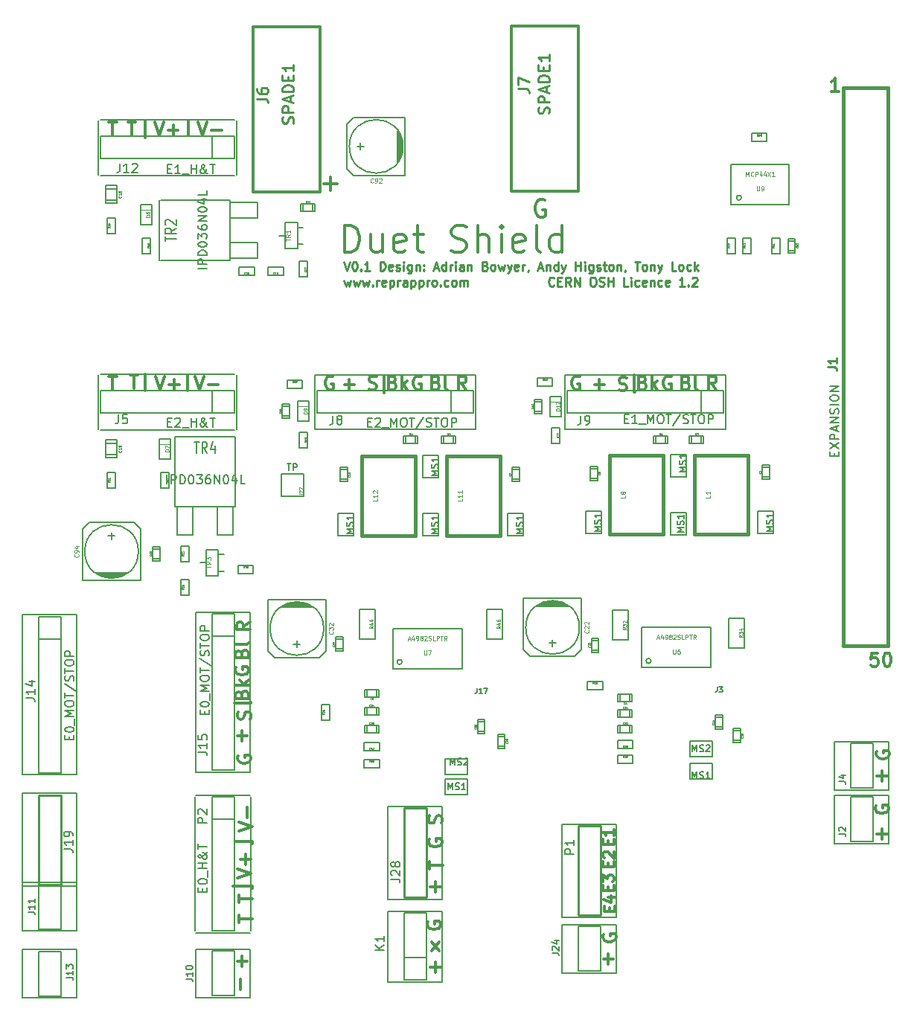
<source format=gto>
G04 (created by PCBNEW (2013-05-18 BZR 4017)-stable) date Mon 24 Nov 2014 14:27:27 GMT*
%MOIN*%
G04 Gerber Fmt 3.4, Leading zero omitted, Abs format*
%FSLAX34Y34*%
G01*
G70*
G90*
G04 APERTURE LIST*
%ADD10C,0.00590551*%
%ADD11C,0.00984252*%
%ADD12C,0.012*%
%ADD13C,0.011811*%
%ADD14C,0.005*%
%ADD15C,0.0079*%
%ADD16C,0.006*%
%ADD17C,0.0059*%
%ADD18C,0.01*%
%ADD19C,0.015*%
%ADD20C,0.0039*%
%ADD21C,0.008*%
%ADD22C,0.001975*%
%ADD23C,0.002*%
%ADD24C,0.0047*%
%ADD25C,0.0024*%
%ADD26C,0.0016*%
G04 APERTURE END LIST*
G54D10*
G54D11*
X55416Y-27971D02*
X55397Y-27990D01*
X55341Y-28009D01*
X55303Y-28009D01*
X55247Y-27990D01*
X55209Y-27953D01*
X55191Y-27915D01*
X55172Y-27840D01*
X55172Y-27784D01*
X55191Y-27709D01*
X55209Y-27671D01*
X55247Y-27634D01*
X55303Y-27615D01*
X55341Y-27615D01*
X55397Y-27634D01*
X55416Y-27653D01*
X55584Y-27803D02*
X55715Y-27803D01*
X55772Y-28009D02*
X55584Y-28009D01*
X55584Y-27615D01*
X55772Y-27615D01*
X56165Y-28009D02*
X56034Y-27821D01*
X55940Y-28009D02*
X55940Y-27615D01*
X56090Y-27615D01*
X56128Y-27634D01*
X56147Y-27653D01*
X56165Y-27690D01*
X56165Y-27746D01*
X56147Y-27784D01*
X56128Y-27803D01*
X56090Y-27821D01*
X55940Y-27821D01*
X56334Y-28009D02*
X56334Y-27615D01*
X56559Y-28009D01*
X56559Y-27615D01*
X57122Y-27615D02*
X57197Y-27615D01*
X57234Y-27634D01*
X57272Y-27671D01*
X57290Y-27746D01*
X57290Y-27878D01*
X57272Y-27953D01*
X57234Y-27990D01*
X57197Y-28009D01*
X57122Y-28009D01*
X57084Y-27990D01*
X57047Y-27953D01*
X57028Y-27878D01*
X57028Y-27746D01*
X57047Y-27671D01*
X57084Y-27634D01*
X57122Y-27615D01*
X57440Y-27990D02*
X57497Y-28009D01*
X57590Y-28009D01*
X57628Y-27990D01*
X57646Y-27971D01*
X57665Y-27934D01*
X57665Y-27896D01*
X57646Y-27859D01*
X57628Y-27840D01*
X57590Y-27821D01*
X57515Y-27803D01*
X57478Y-27784D01*
X57459Y-27765D01*
X57440Y-27728D01*
X57440Y-27690D01*
X57459Y-27653D01*
X57478Y-27634D01*
X57515Y-27615D01*
X57609Y-27615D01*
X57665Y-27634D01*
X57834Y-28009D02*
X57834Y-27615D01*
X57834Y-27803D02*
X58059Y-27803D01*
X58059Y-28009D02*
X58059Y-27615D01*
X58734Y-28009D02*
X58546Y-28009D01*
X58546Y-27615D01*
X58865Y-28009D02*
X58865Y-27746D01*
X58865Y-27615D02*
X58846Y-27634D01*
X58865Y-27653D01*
X58884Y-27634D01*
X58865Y-27615D01*
X58865Y-27653D01*
X59221Y-27990D02*
X59184Y-28009D01*
X59109Y-28009D01*
X59071Y-27990D01*
X59053Y-27971D01*
X59034Y-27934D01*
X59034Y-27821D01*
X59053Y-27784D01*
X59071Y-27765D01*
X59109Y-27746D01*
X59184Y-27746D01*
X59221Y-27765D01*
X59540Y-27990D02*
X59503Y-28009D01*
X59428Y-28009D01*
X59390Y-27990D01*
X59371Y-27953D01*
X59371Y-27803D01*
X59390Y-27765D01*
X59428Y-27746D01*
X59503Y-27746D01*
X59540Y-27765D01*
X59559Y-27803D01*
X59559Y-27840D01*
X59371Y-27878D01*
X59727Y-27746D02*
X59727Y-28009D01*
X59727Y-27784D02*
X59746Y-27765D01*
X59784Y-27746D01*
X59840Y-27746D01*
X59877Y-27765D01*
X59896Y-27803D01*
X59896Y-28009D01*
X60252Y-27990D02*
X60215Y-28009D01*
X60140Y-28009D01*
X60102Y-27990D01*
X60084Y-27971D01*
X60065Y-27934D01*
X60065Y-27821D01*
X60084Y-27784D01*
X60102Y-27765D01*
X60140Y-27746D01*
X60215Y-27746D01*
X60252Y-27765D01*
X60571Y-27990D02*
X60534Y-28009D01*
X60459Y-28009D01*
X60421Y-27990D01*
X60402Y-27953D01*
X60402Y-27803D01*
X60421Y-27765D01*
X60459Y-27746D01*
X60534Y-27746D01*
X60571Y-27765D01*
X60590Y-27803D01*
X60590Y-27840D01*
X60402Y-27878D01*
X61265Y-28009D02*
X61040Y-28009D01*
X61152Y-28009D02*
X61152Y-27615D01*
X61115Y-27671D01*
X61077Y-27709D01*
X61040Y-27728D01*
X61434Y-27971D02*
X61452Y-27990D01*
X61434Y-28009D01*
X61415Y-27990D01*
X61434Y-27971D01*
X61434Y-28009D01*
X61602Y-27653D02*
X61621Y-27634D01*
X61658Y-27615D01*
X61752Y-27615D01*
X61790Y-27634D01*
X61808Y-27653D01*
X61827Y-27690D01*
X61827Y-27728D01*
X61808Y-27784D01*
X61583Y-28009D01*
X61827Y-28009D01*
X46015Y-27746D02*
X46090Y-28009D01*
X46165Y-27821D01*
X46240Y-28009D01*
X46315Y-27746D01*
X46428Y-27746D02*
X46503Y-28009D01*
X46578Y-27821D01*
X46653Y-28009D01*
X46728Y-27746D01*
X46840Y-27746D02*
X46915Y-28009D01*
X46990Y-27821D01*
X47065Y-28009D01*
X47140Y-27746D01*
X47290Y-27971D02*
X47309Y-27990D01*
X47290Y-28009D01*
X47272Y-27990D01*
X47290Y-27971D01*
X47290Y-28009D01*
X47478Y-28009D02*
X47478Y-27746D01*
X47478Y-27821D02*
X47497Y-27784D01*
X47515Y-27765D01*
X47553Y-27746D01*
X47590Y-27746D01*
X47871Y-27990D02*
X47834Y-28009D01*
X47759Y-28009D01*
X47722Y-27990D01*
X47703Y-27953D01*
X47703Y-27803D01*
X47722Y-27765D01*
X47759Y-27746D01*
X47834Y-27746D01*
X47871Y-27765D01*
X47890Y-27803D01*
X47890Y-27840D01*
X47703Y-27878D01*
X48059Y-27746D02*
X48059Y-28140D01*
X48059Y-27765D02*
X48096Y-27746D01*
X48171Y-27746D01*
X48209Y-27765D01*
X48228Y-27784D01*
X48246Y-27821D01*
X48246Y-27934D01*
X48228Y-27971D01*
X48209Y-27990D01*
X48171Y-28009D01*
X48096Y-28009D01*
X48059Y-27990D01*
X48415Y-28009D02*
X48415Y-27746D01*
X48415Y-27821D02*
X48434Y-27784D01*
X48453Y-27765D01*
X48490Y-27746D01*
X48528Y-27746D01*
X48828Y-28009D02*
X48828Y-27803D01*
X48809Y-27765D01*
X48771Y-27746D01*
X48696Y-27746D01*
X48659Y-27765D01*
X48828Y-27990D02*
X48790Y-28009D01*
X48696Y-28009D01*
X48659Y-27990D01*
X48640Y-27953D01*
X48640Y-27915D01*
X48659Y-27878D01*
X48696Y-27859D01*
X48790Y-27859D01*
X48828Y-27840D01*
X49015Y-27746D02*
X49015Y-28140D01*
X49015Y-27765D02*
X49053Y-27746D01*
X49128Y-27746D01*
X49165Y-27765D01*
X49184Y-27784D01*
X49203Y-27821D01*
X49203Y-27934D01*
X49184Y-27971D01*
X49165Y-27990D01*
X49128Y-28009D01*
X49053Y-28009D01*
X49015Y-27990D01*
X49371Y-27746D02*
X49371Y-28140D01*
X49371Y-27765D02*
X49409Y-27746D01*
X49484Y-27746D01*
X49521Y-27765D01*
X49540Y-27784D01*
X49559Y-27821D01*
X49559Y-27934D01*
X49540Y-27971D01*
X49521Y-27990D01*
X49484Y-28009D01*
X49409Y-28009D01*
X49371Y-27990D01*
X49728Y-28009D02*
X49728Y-27746D01*
X49728Y-27821D02*
X49746Y-27784D01*
X49765Y-27765D01*
X49802Y-27746D01*
X49840Y-27746D01*
X50027Y-28009D02*
X49990Y-27990D01*
X49971Y-27971D01*
X49952Y-27934D01*
X49952Y-27821D01*
X49971Y-27784D01*
X49990Y-27765D01*
X50027Y-27746D01*
X50084Y-27746D01*
X50121Y-27765D01*
X50140Y-27784D01*
X50159Y-27821D01*
X50159Y-27934D01*
X50140Y-27971D01*
X50121Y-27990D01*
X50084Y-28009D01*
X50027Y-28009D01*
X50327Y-27971D02*
X50346Y-27990D01*
X50327Y-28009D01*
X50309Y-27990D01*
X50327Y-27971D01*
X50327Y-28009D01*
X50684Y-27990D02*
X50646Y-28009D01*
X50571Y-28009D01*
X50534Y-27990D01*
X50515Y-27971D01*
X50496Y-27934D01*
X50496Y-27821D01*
X50515Y-27784D01*
X50534Y-27765D01*
X50571Y-27746D01*
X50646Y-27746D01*
X50684Y-27765D01*
X50909Y-28009D02*
X50871Y-27990D01*
X50852Y-27971D01*
X50834Y-27934D01*
X50834Y-27821D01*
X50852Y-27784D01*
X50871Y-27765D01*
X50909Y-27746D01*
X50965Y-27746D01*
X51002Y-27765D01*
X51021Y-27784D01*
X51040Y-27821D01*
X51040Y-27934D01*
X51021Y-27971D01*
X51002Y-27990D01*
X50965Y-28009D01*
X50909Y-28009D01*
X51209Y-28009D02*
X51209Y-27746D01*
X51209Y-27784D02*
X51227Y-27765D01*
X51265Y-27746D01*
X51321Y-27746D01*
X51359Y-27765D01*
X51377Y-27803D01*
X51377Y-28009D01*
X51377Y-27803D02*
X51396Y-27765D01*
X51434Y-27746D01*
X51490Y-27746D01*
X51527Y-27765D01*
X51546Y-27803D01*
X51546Y-28009D01*
X46000Y-26915D02*
X46132Y-27309D01*
X46263Y-26915D01*
X46469Y-26915D02*
X46507Y-26915D01*
X46544Y-26934D01*
X46563Y-26953D01*
X46582Y-26990D01*
X46600Y-27065D01*
X46600Y-27159D01*
X46582Y-27234D01*
X46563Y-27271D01*
X46544Y-27290D01*
X46507Y-27309D01*
X46469Y-27309D01*
X46432Y-27290D01*
X46413Y-27271D01*
X46394Y-27234D01*
X46375Y-27159D01*
X46375Y-27065D01*
X46394Y-26990D01*
X46413Y-26953D01*
X46432Y-26934D01*
X46469Y-26915D01*
X46769Y-27271D02*
X46788Y-27290D01*
X46769Y-27309D01*
X46750Y-27290D01*
X46769Y-27271D01*
X46769Y-27309D01*
X47163Y-27309D02*
X46938Y-27309D01*
X47050Y-27309D02*
X47050Y-26915D01*
X47013Y-26971D01*
X46975Y-27009D01*
X46938Y-27028D01*
X47632Y-27309D02*
X47632Y-26915D01*
X47725Y-26915D01*
X47782Y-26934D01*
X47819Y-26971D01*
X47838Y-27009D01*
X47857Y-27084D01*
X47857Y-27140D01*
X47838Y-27215D01*
X47819Y-27253D01*
X47782Y-27290D01*
X47725Y-27309D01*
X47632Y-27309D01*
X48175Y-27290D02*
X48138Y-27309D01*
X48063Y-27309D01*
X48025Y-27290D01*
X48006Y-27253D01*
X48006Y-27103D01*
X48025Y-27065D01*
X48063Y-27046D01*
X48138Y-27046D01*
X48175Y-27065D01*
X48194Y-27103D01*
X48194Y-27140D01*
X48006Y-27178D01*
X48344Y-27290D02*
X48381Y-27309D01*
X48456Y-27309D01*
X48494Y-27290D01*
X48513Y-27253D01*
X48513Y-27234D01*
X48494Y-27196D01*
X48456Y-27178D01*
X48400Y-27178D01*
X48363Y-27159D01*
X48344Y-27121D01*
X48344Y-27103D01*
X48363Y-27065D01*
X48400Y-27046D01*
X48456Y-27046D01*
X48494Y-27065D01*
X48681Y-27309D02*
X48681Y-27046D01*
X48681Y-26915D02*
X48663Y-26934D01*
X48681Y-26953D01*
X48700Y-26934D01*
X48681Y-26915D01*
X48681Y-26953D01*
X49038Y-27046D02*
X49038Y-27365D01*
X49019Y-27403D01*
X49000Y-27421D01*
X48963Y-27440D01*
X48906Y-27440D01*
X48869Y-27421D01*
X49038Y-27290D02*
X49000Y-27309D01*
X48925Y-27309D01*
X48888Y-27290D01*
X48869Y-27271D01*
X48850Y-27234D01*
X48850Y-27121D01*
X48869Y-27084D01*
X48888Y-27065D01*
X48925Y-27046D01*
X49000Y-27046D01*
X49038Y-27065D01*
X49225Y-27046D02*
X49225Y-27309D01*
X49225Y-27084D02*
X49244Y-27065D01*
X49281Y-27046D01*
X49338Y-27046D01*
X49375Y-27065D01*
X49394Y-27103D01*
X49394Y-27309D01*
X49581Y-27271D02*
X49600Y-27290D01*
X49581Y-27309D01*
X49563Y-27290D01*
X49581Y-27271D01*
X49581Y-27309D01*
X49581Y-27065D02*
X49600Y-27084D01*
X49581Y-27103D01*
X49563Y-27084D01*
X49581Y-27065D01*
X49581Y-27103D01*
X50050Y-27196D02*
X50237Y-27196D01*
X50012Y-27309D02*
X50144Y-26915D01*
X50275Y-27309D01*
X50575Y-27309D02*
X50575Y-26915D01*
X50575Y-27290D02*
X50537Y-27309D01*
X50462Y-27309D01*
X50425Y-27290D01*
X50406Y-27271D01*
X50387Y-27234D01*
X50387Y-27121D01*
X50406Y-27084D01*
X50425Y-27065D01*
X50462Y-27046D01*
X50537Y-27046D01*
X50575Y-27065D01*
X50762Y-27309D02*
X50762Y-27046D01*
X50762Y-27121D02*
X50781Y-27084D01*
X50800Y-27065D01*
X50837Y-27046D01*
X50875Y-27046D01*
X51006Y-27309D02*
X51006Y-27046D01*
X51006Y-26915D02*
X50987Y-26934D01*
X51006Y-26953D01*
X51025Y-26934D01*
X51006Y-26915D01*
X51006Y-26953D01*
X51362Y-27309D02*
X51362Y-27103D01*
X51344Y-27065D01*
X51306Y-27046D01*
X51231Y-27046D01*
X51194Y-27065D01*
X51362Y-27290D02*
X51325Y-27309D01*
X51231Y-27309D01*
X51194Y-27290D01*
X51175Y-27253D01*
X51175Y-27215D01*
X51194Y-27178D01*
X51231Y-27159D01*
X51325Y-27159D01*
X51362Y-27140D01*
X51550Y-27046D02*
X51550Y-27309D01*
X51550Y-27084D02*
X51569Y-27065D01*
X51606Y-27046D01*
X51662Y-27046D01*
X51700Y-27065D01*
X51719Y-27103D01*
X51719Y-27309D01*
X52337Y-27103D02*
X52393Y-27121D01*
X52412Y-27140D01*
X52431Y-27178D01*
X52431Y-27234D01*
X52412Y-27271D01*
X52393Y-27290D01*
X52356Y-27309D01*
X52206Y-27309D01*
X52206Y-26915D01*
X52337Y-26915D01*
X52375Y-26934D01*
X52393Y-26953D01*
X52412Y-26990D01*
X52412Y-27028D01*
X52393Y-27065D01*
X52375Y-27084D01*
X52337Y-27103D01*
X52206Y-27103D01*
X52656Y-27309D02*
X52618Y-27290D01*
X52600Y-27271D01*
X52581Y-27234D01*
X52581Y-27121D01*
X52600Y-27084D01*
X52618Y-27065D01*
X52656Y-27046D01*
X52712Y-27046D01*
X52750Y-27065D01*
X52768Y-27084D01*
X52787Y-27121D01*
X52787Y-27234D01*
X52768Y-27271D01*
X52750Y-27290D01*
X52712Y-27309D01*
X52656Y-27309D01*
X52918Y-27046D02*
X52993Y-27309D01*
X53068Y-27121D01*
X53143Y-27309D01*
X53218Y-27046D01*
X53331Y-27046D02*
X53425Y-27309D01*
X53518Y-27046D02*
X53425Y-27309D01*
X53387Y-27403D01*
X53368Y-27421D01*
X53331Y-27440D01*
X53818Y-27290D02*
X53781Y-27309D01*
X53706Y-27309D01*
X53668Y-27290D01*
X53650Y-27253D01*
X53650Y-27103D01*
X53668Y-27065D01*
X53706Y-27046D01*
X53781Y-27046D01*
X53818Y-27065D01*
X53837Y-27103D01*
X53837Y-27140D01*
X53650Y-27178D01*
X54006Y-27309D02*
X54006Y-27046D01*
X54006Y-27121D02*
X54024Y-27084D01*
X54043Y-27065D01*
X54081Y-27046D01*
X54118Y-27046D01*
X54268Y-27290D02*
X54268Y-27309D01*
X54249Y-27346D01*
X54231Y-27365D01*
X54718Y-27196D02*
X54906Y-27196D01*
X54681Y-27309D02*
X54812Y-26915D01*
X54943Y-27309D01*
X55074Y-27046D02*
X55074Y-27309D01*
X55074Y-27084D02*
X55093Y-27065D01*
X55131Y-27046D01*
X55187Y-27046D01*
X55224Y-27065D01*
X55243Y-27103D01*
X55243Y-27309D01*
X55599Y-27309D02*
X55599Y-26915D01*
X55599Y-27290D02*
X55562Y-27309D01*
X55487Y-27309D01*
X55449Y-27290D01*
X55431Y-27271D01*
X55412Y-27234D01*
X55412Y-27121D01*
X55431Y-27084D01*
X55449Y-27065D01*
X55487Y-27046D01*
X55562Y-27046D01*
X55599Y-27065D01*
X55749Y-27046D02*
X55843Y-27309D01*
X55937Y-27046D02*
X55843Y-27309D01*
X55806Y-27403D01*
X55787Y-27421D01*
X55749Y-27440D01*
X56387Y-27309D02*
X56387Y-26915D01*
X56387Y-27103D02*
X56612Y-27103D01*
X56612Y-27309D02*
X56612Y-26915D01*
X56799Y-27309D02*
X56799Y-27046D01*
X56799Y-26915D02*
X56780Y-26934D01*
X56799Y-26953D01*
X56818Y-26934D01*
X56799Y-26915D01*
X56799Y-26953D01*
X57155Y-27046D02*
X57155Y-27365D01*
X57137Y-27403D01*
X57118Y-27421D01*
X57080Y-27440D01*
X57024Y-27440D01*
X56987Y-27421D01*
X57155Y-27290D02*
X57118Y-27309D01*
X57043Y-27309D01*
X57005Y-27290D01*
X56987Y-27271D01*
X56968Y-27234D01*
X56968Y-27121D01*
X56987Y-27084D01*
X57005Y-27065D01*
X57043Y-27046D01*
X57118Y-27046D01*
X57155Y-27065D01*
X57324Y-27290D02*
X57362Y-27309D01*
X57437Y-27309D01*
X57474Y-27290D01*
X57493Y-27253D01*
X57493Y-27234D01*
X57474Y-27196D01*
X57437Y-27178D01*
X57380Y-27178D01*
X57343Y-27159D01*
X57324Y-27121D01*
X57324Y-27103D01*
X57343Y-27065D01*
X57380Y-27046D01*
X57437Y-27046D01*
X57474Y-27065D01*
X57605Y-27046D02*
X57755Y-27046D01*
X57662Y-26915D02*
X57662Y-27253D01*
X57680Y-27290D01*
X57718Y-27309D01*
X57755Y-27309D01*
X57943Y-27309D02*
X57905Y-27290D01*
X57887Y-27271D01*
X57868Y-27234D01*
X57868Y-27121D01*
X57887Y-27084D01*
X57905Y-27065D01*
X57943Y-27046D01*
X57999Y-27046D01*
X58036Y-27065D01*
X58055Y-27084D01*
X58074Y-27121D01*
X58074Y-27234D01*
X58055Y-27271D01*
X58036Y-27290D01*
X57999Y-27309D01*
X57943Y-27309D01*
X58243Y-27046D02*
X58243Y-27309D01*
X58243Y-27084D02*
X58261Y-27065D01*
X58299Y-27046D01*
X58355Y-27046D01*
X58393Y-27065D01*
X58411Y-27103D01*
X58411Y-27309D01*
X58618Y-27290D02*
X58618Y-27309D01*
X58599Y-27346D01*
X58580Y-27365D01*
X59030Y-26915D02*
X59255Y-26915D01*
X59143Y-27309D02*
X59143Y-26915D01*
X59443Y-27309D02*
X59405Y-27290D01*
X59386Y-27271D01*
X59368Y-27234D01*
X59368Y-27121D01*
X59386Y-27084D01*
X59405Y-27065D01*
X59443Y-27046D01*
X59499Y-27046D01*
X59536Y-27065D01*
X59555Y-27084D01*
X59574Y-27121D01*
X59574Y-27234D01*
X59555Y-27271D01*
X59536Y-27290D01*
X59499Y-27309D01*
X59443Y-27309D01*
X59743Y-27046D02*
X59743Y-27309D01*
X59743Y-27084D02*
X59761Y-27065D01*
X59799Y-27046D01*
X59855Y-27046D01*
X59893Y-27065D01*
X59911Y-27103D01*
X59911Y-27309D01*
X60061Y-27046D02*
X60155Y-27309D01*
X60249Y-27046D02*
X60155Y-27309D01*
X60117Y-27403D01*
X60099Y-27421D01*
X60061Y-27440D01*
X60886Y-27309D02*
X60699Y-27309D01*
X60699Y-26915D01*
X61074Y-27309D02*
X61036Y-27290D01*
X61017Y-27271D01*
X60999Y-27234D01*
X60999Y-27121D01*
X61017Y-27084D01*
X61036Y-27065D01*
X61074Y-27046D01*
X61130Y-27046D01*
X61167Y-27065D01*
X61186Y-27084D01*
X61205Y-27121D01*
X61205Y-27234D01*
X61186Y-27271D01*
X61167Y-27290D01*
X61130Y-27309D01*
X61074Y-27309D01*
X61542Y-27290D02*
X61505Y-27309D01*
X61430Y-27309D01*
X61392Y-27290D01*
X61374Y-27271D01*
X61355Y-27234D01*
X61355Y-27121D01*
X61374Y-27084D01*
X61392Y-27065D01*
X61430Y-27046D01*
X61505Y-27046D01*
X61542Y-27065D01*
X61711Y-27309D02*
X61711Y-26915D01*
X61749Y-27159D02*
X61861Y-27309D01*
X61861Y-27046D02*
X61711Y-27196D01*
G54D12*
X46034Y-26478D02*
X46034Y-25296D01*
X46316Y-25296D01*
X46484Y-25353D01*
X46597Y-25465D01*
X46653Y-25578D01*
X46709Y-25803D01*
X46709Y-25971D01*
X46653Y-26196D01*
X46597Y-26309D01*
X46484Y-26421D01*
X46316Y-26478D01*
X46034Y-26478D01*
X47722Y-25690D02*
X47722Y-26478D01*
X47216Y-25690D02*
X47216Y-26309D01*
X47272Y-26421D01*
X47384Y-26478D01*
X47553Y-26478D01*
X47666Y-26421D01*
X47722Y-26365D01*
X48734Y-26421D02*
X48622Y-26478D01*
X48397Y-26478D01*
X48284Y-26421D01*
X48228Y-26309D01*
X48228Y-25859D01*
X48284Y-25746D01*
X48397Y-25690D01*
X48622Y-25690D01*
X48734Y-25746D01*
X48790Y-25859D01*
X48790Y-25971D01*
X48228Y-26084D01*
X49128Y-25690D02*
X49578Y-25690D01*
X49297Y-25296D02*
X49297Y-26309D01*
X49353Y-26421D01*
X49465Y-26478D01*
X49578Y-26478D01*
X50815Y-26421D02*
X50984Y-26478D01*
X51265Y-26478D01*
X51378Y-26421D01*
X51434Y-26365D01*
X51490Y-26253D01*
X51490Y-26140D01*
X51434Y-26028D01*
X51378Y-25971D01*
X51265Y-25915D01*
X51040Y-25859D01*
X50928Y-25803D01*
X50871Y-25746D01*
X50815Y-25634D01*
X50815Y-25521D01*
X50871Y-25409D01*
X50928Y-25353D01*
X51040Y-25296D01*
X51321Y-25296D01*
X51490Y-25353D01*
X51996Y-26478D02*
X51996Y-25296D01*
X52502Y-26478D02*
X52502Y-25859D01*
X52446Y-25746D01*
X52334Y-25690D01*
X52165Y-25690D01*
X52052Y-25746D01*
X51996Y-25803D01*
X53065Y-26478D02*
X53065Y-25690D01*
X53065Y-25296D02*
X53009Y-25353D01*
X53065Y-25409D01*
X53121Y-25353D01*
X53065Y-25296D01*
X53065Y-25409D01*
X54077Y-26421D02*
X53965Y-26478D01*
X53740Y-26478D01*
X53627Y-26421D01*
X53571Y-26309D01*
X53571Y-25859D01*
X53627Y-25746D01*
X53740Y-25690D01*
X53965Y-25690D01*
X54077Y-25746D01*
X54133Y-25859D01*
X54133Y-25971D01*
X53571Y-26084D01*
X54808Y-26478D02*
X54696Y-26421D01*
X54640Y-26309D01*
X54640Y-25296D01*
X55765Y-26478D02*
X55765Y-25296D01*
X55765Y-26421D02*
X55652Y-26478D01*
X55427Y-26478D01*
X55315Y-26421D01*
X55258Y-26365D01*
X55202Y-26253D01*
X55202Y-25915D01*
X55258Y-25803D01*
X55315Y-25746D01*
X55427Y-25690D01*
X55652Y-25690D01*
X55765Y-25746D01*
X62685Y-32642D02*
X62485Y-32357D01*
X62342Y-32642D02*
X62342Y-32042D01*
X62571Y-32042D01*
X62628Y-32071D01*
X62657Y-32100D01*
X62685Y-32157D01*
X62685Y-32242D01*
X62657Y-32300D01*
X62628Y-32328D01*
X62571Y-32357D01*
X62342Y-32357D01*
X61335Y-32328D02*
X61421Y-32357D01*
X61450Y-32385D01*
X61478Y-32442D01*
X61478Y-32528D01*
X61450Y-32585D01*
X61421Y-32614D01*
X61364Y-32642D01*
X61135Y-32642D01*
X61135Y-32042D01*
X61335Y-32042D01*
X61392Y-32071D01*
X61421Y-32100D01*
X61450Y-32157D01*
X61450Y-32214D01*
X61421Y-32271D01*
X61392Y-32300D01*
X61335Y-32328D01*
X61135Y-32328D01*
X61821Y-32642D02*
X61764Y-32614D01*
X61735Y-32557D01*
X61735Y-32042D01*
X60657Y-32071D02*
X60600Y-32042D01*
X60514Y-32042D01*
X60428Y-32071D01*
X60371Y-32128D01*
X60342Y-32185D01*
X60314Y-32300D01*
X60314Y-32385D01*
X60342Y-32500D01*
X60371Y-32557D01*
X60428Y-32614D01*
X60514Y-32642D01*
X60571Y-32642D01*
X60657Y-32614D01*
X60685Y-32585D01*
X60685Y-32385D01*
X60571Y-32385D01*
X59400Y-32328D02*
X59485Y-32357D01*
X59514Y-32385D01*
X59542Y-32442D01*
X59542Y-32528D01*
X59514Y-32585D01*
X59485Y-32614D01*
X59428Y-32642D01*
X59200Y-32642D01*
X59200Y-32042D01*
X59400Y-32042D01*
X59457Y-32071D01*
X59485Y-32100D01*
X59514Y-32157D01*
X59514Y-32214D01*
X59485Y-32271D01*
X59457Y-32300D01*
X59400Y-32328D01*
X59200Y-32328D01*
X59800Y-32642D02*
X59800Y-32042D01*
X59857Y-32414D02*
X60028Y-32642D01*
X60028Y-32242D02*
X59800Y-32471D01*
X51485Y-32642D02*
X51285Y-32357D01*
X51142Y-32642D02*
X51142Y-32042D01*
X51371Y-32042D01*
X51428Y-32071D01*
X51457Y-32100D01*
X51485Y-32157D01*
X51485Y-32242D01*
X51457Y-32300D01*
X51428Y-32328D01*
X51371Y-32357D01*
X51142Y-32357D01*
X50135Y-32328D02*
X50221Y-32357D01*
X50250Y-32385D01*
X50278Y-32442D01*
X50278Y-32528D01*
X50250Y-32585D01*
X50221Y-32614D01*
X50164Y-32642D01*
X49935Y-32642D01*
X49935Y-32042D01*
X50135Y-32042D01*
X50192Y-32071D01*
X50221Y-32100D01*
X50250Y-32157D01*
X50250Y-32214D01*
X50221Y-32271D01*
X50192Y-32300D01*
X50135Y-32328D01*
X49935Y-32328D01*
X50621Y-32642D02*
X50564Y-32614D01*
X50535Y-32557D01*
X50535Y-32042D01*
X49457Y-32071D02*
X49400Y-32042D01*
X49314Y-32042D01*
X49228Y-32071D01*
X49171Y-32128D01*
X49142Y-32185D01*
X49114Y-32300D01*
X49114Y-32385D01*
X49142Y-32500D01*
X49171Y-32557D01*
X49228Y-32614D01*
X49314Y-32642D01*
X49371Y-32642D01*
X49457Y-32614D01*
X49485Y-32585D01*
X49485Y-32385D01*
X49371Y-32385D01*
X48200Y-32328D02*
X48285Y-32357D01*
X48314Y-32385D01*
X48342Y-32442D01*
X48342Y-32528D01*
X48314Y-32585D01*
X48285Y-32614D01*
X48228Y-32642D01*
X48000Y-32642D01*
X48000Y-32042D01*
X48200Y-32042D01*
X48257Y-32071D01*
X48285Y-32100D01*
X48314Y-32157D01*
X48314Y-32214D01*
X48285Y-32271D01*
X48257Y-32300D01*
X48200Y-32328D01*
X48000Y-32328D01*
X48600Y-32642D02*
X48600Y-32042D01*
X48657Y-32414D02*
X48828Y-32642D01*
X48828Y-32242D02*
X48600Y-32471D01*
X41792Y-43064D02*
X41507Y-43264D01*
X41792Y-43407D02*
X41192Y-43407D01*
X41192Y-43178D01*
X41221Y-43121D01*
X41250Y-43092D01*
X41307Y-43064D01*
X41392Y-43064D01*
X41450Y-43092D01*
X41478Y-43121D01*
X41507Y-43178D01*
X41507Y-43407D01*
X41428Y-44464D02*
X41457Y-44378D01*
X41485Y-44350D01*
X41542Y-44321D01*
X41628Y-44321D01*
X41685Y-44350D01*
X41714Y-44378D01*
X41742Y-44435D01*
X41742Y-44664D01*
X41142Y-44664D01*
X41142Y-44464D01*
X41171Y-44407D01*
X41200Y-44378D01*
X41257Y-44350D01*
X41314Y-44350D01*
X41371Y-44378D01*
X41400Y-44407D01*
X41428Y-44464D01*
X41428Y-44664D01*
X41742Y-43978D02*
X41714Y-44035D01*
X41657Y-44064D01*
X41142Y-44064D01*
X41171Y-45092D02*
X41142Y-45150D01*
X41142Y-45235D01*
X41171Y-45321D01*
X41228Y-45378D01*
X41285Y-45407D01*
X41400Y-45435D01*
X41485Y-45435D01*
X41600Y-45407D01*
X41657Y-45378D01*
X41714Y-45321D01*
X41742Y-45235D01*
X41742Y-45178D01*
X41714Y-45092D01*
X41685Y-45064D01*
X41485Y-45064D01*
X41485Y-45178D01*
X41428Y-46300D02*
X41457Y-46214D01*
X41485Y-46185D01*
X41542Y-46157D01*
X41628Y-46157D01*
X41685Y-46185D01*
X41714Y-46214D01*
X41742Y-46271D01*
X41742Y-46500D01*
X41142Y-46500D01*
X41142Y-46300D01*
X41171Y-46242D01*
X41200Y-46214D01*
X41257Y-46185D01*
X41314Y-46185D01*
X41371Y-46214D01*
X41400Y-46242D01*
X41428Y-46300D01*
X41428Y-46500D01*
X41742Y-45900D02*
X41142Y-45900D01*
X41514Y-45842D02*
X41742Y-45671D01*
X41342Y-45671D02*
X41571Y-45900D01*
X69871Y-52564D02*
X70328Y-52564D01*
X70100Y-52792D02*
X70100Y-52335D01*
X69871Y-49964D02*
X70328Y-49964D01*
X70100Y-50192D02*
X70100Y-49735D01*
X69821Y-51292D02*
X69792Y-51350D01*
X69792Y-51435D01*
X69821Y-51521D01*
X69878Y-51578D01*
X69935Y-51607D01*
X70050Y-51635D01*
X70135Y-51635D01*
X70250Y-51607D01*
X70307Y-51578D01*
X70364Y-51521D01*
X70392Y-51435D01*
X70392Y-51378D01*
X70364Y-51292D01*
X70335Y-51264D01*
X70135Y-51264D01*
X70135Y-51378D01*
X69871Y-48842D02*
X69842Y-48900D01*
X69842Y-48985D01*
X69871Y-49071D01*
X69928Y-49128D01*
X69985Y-49157D01*
X70100Y-49185D01*
X70185Y-49185D01*
X70300Y-49157D01*
X70357Y-49128D01*
X70414Y-49071D01*
X70442Y-48985D01*
X70442Y-48928D01*
X70414Y-48842D01*
X70385Y-48814D01*
X70185Y-48814D01*
X70185Y-48928D01*
X45100Y-23418D02*
X45699Y-23418D01*
X45400Y-23718D02*
X45400Y-23118D01*
X55006Y-24168D02*
X54931Y-24131D01*
X54818Y-24131D01*
X54706Y-24168D01*
X54631Y-24243D01*
X54593Y-24318D01*
X54556Y-24468D01*
X54556Y-24581D01*
X54593Y-24731D01*
X54631Y-24806D01*
X54706Y-24881D01*
X54818Y-24918D01*
X54893Y-24918D01*
X55006Y-24881D01*
X55043Y-24843D01*
X55043Y-24581D01*
X54893Y-24581D01*
G54D13*
X57893Y-56026D02*
X57893Y-55868D01*
X58141Y-55801D02*
X58141Y-56026D01*
X57668Y-56026D01*
X57668Y-55801D01*
X57826Y-55396D02*
X58141Y-55396D01*
X57646Y-55508D02*
X57983Y-55621D01*
X57983Y-55328D01*
X57843Y-55076D02*
X57843Y-54918D01*
X58091Y-54851D02*
X58091Y-55076D01*
X57618Y-55076D01*
X57618Y-54851D01*
X57618Y-54693D02*
X57618Y-54401D01*
X57798Y-54558D01*
X57798Y-54491D01*
X57821Y-54446D01*
X57843Y-54423D01*
X57888Y-54401D01*
X58001Y-54401D01*
X58046Y-54423D01*
X58068Y-54446D01*
X58091Y-54491D01*
X58091Y-54626D01*
X58068Y-54671D01*
X58046Y-54693D01*
X57843Y-54026D02*
X57843Y-53868D01*
X58091Y-53801D02*
X58091Y-54026D01*
X57618Y-54026D01*
X57618Y-53801D01*
X57663Y-53621D02*
X57641Y-53598D01*
X57618Y-53553D01*
X57618Y-53441D01*
X57641Y-53396D01*
X57663Y-53373D01*
X57708Y-53351D01*
X57753Y-53351D01*
X57821Y-53373D01*
X58091Y-53643D01*
X58091Y-53351D01*
X57843Y-53026D02*
X57843Y-52868D01*
X58091Y-52801D02*
X58091Y-53026D01*
X57618Y-53026D01*
X57618Y-52801D01*
X58091Y-52351D02*
X58091Y-52621D01*
X58091Y-52486D02*
X57618Y-52486D01*
X57686Y-52531D01*
X57731Y-52576D01*
X57753Y-52621D01*
G54D12*
X50364Y-52071D02*
X50392Y-51985D01*
X50392Y-51842D01*
X50364Y-51785D01*
X50335Y-51757D01*
X50278Y-51728D01*
X50221Y-51728D01*
X50164Y-51757D01*
X50135Y-51785D01*
X50107Y-51842D01*
X50078Y-51957D01*
X50050Y-52014D01*
X50021Y-52042D01*
X49964Y-52071D01*
X49907Y-52071D01*
X49850Y-52042D01*
X49821Y-52014D01*
X49792Y-51957D01*
X49792Y-51814D01*
X49821Y-51728D01*
X49842Y-54121D02*
X49842Y-53778D01*
X50442Y-53950D02*
X49842Y-53950D01*
X49871Y-54914D02*
X50328Y-54914D01*
X50100Y-55142D02*
X50100Y-54685D01*
X49821Y-52792D02*
X49792Y-52850D01*
X49792Y-52935D01*
X49821Y-53021D01*
X49878Y-53078D01*
X49935Y-53107D01*
X50050Y-53135D01*
X50135Y-53135D01*
X50250Y-53107D01*
X50307Y-53078D01*
X50364Y-53021D01*
X50392Y-52935D01*
X50392Y-52878D01*
X50364Y-52792D01*
X50335Y-52764D01*
X50135Y-52764D01*
X50135Y-52878D01*
X49942Y-57792D02*
X50257Y-57392D01*
X49942Y-57392D02*
X50257Y-57792D01*
X57621Y-58164D02*
X58078Y-58164D01*
X57850Y-58392D02*
X57850Y-57935D01*
X57621Y-57042D02*
X57592Y-57100D01*
X57592Y-57185D01*
X57621Y-57271D01*
X57678Y-57328D01*
X57735Y-57357D01*
X57850Y-57385D01*
X57935Y-57385D01*
X58050Y-57357D01*
X58107Y-57328D01*
X58164Y-57271D01*
X58192Y-57185D01*
X58192Y-57128D01*
X58164Y-57042D01*
X58135Y-57014D01*
X57935Y-57014D01*
X57935Y-57128D01*
X49771Y-56492D02*
X49742Y-56550D01*
X49742Y-56635D01*
X49771Y-56721D01*
X49828Y-56778D01*
X49885Y-56807D01*
X50000Y-56835D01*
X50085Y-56835D01*
X50200Y-56807D01*
X50257Y-56778D01*
X50314Y-56721D01*
X50342Y-56635D01*
X50342Y-56578D01*
X50314Y-56492D01*
X50285Y-56464D01*
X50085Y-56464D01*
X50085Y-56578D01*
X49871Y-58514D02*
X50328Y-58514D01*
X50100Y-58742D02*
X50100Y-58285D01*
X41364Y-59528D02*
X41364Y-59071D01*
X41221Y-58264D02*
X41678Y-58264D01*
X41450Y-58492D02*
X41450Y-58035D01*
X41814Y-47421D02*
X41842Y-47335D01*
X41842Y-47192D01*
X41814Y-47135D01*
X41785Y-47107D01*
X41728Y-47078D01*
X41671Y-47078D01*
X41614Y-47107D01*
X41585Y-47135D01*
X41557Y-47192D01*
X41528Y-47307D01*
X41500Y-47364D01*
X41471Y-47392D01*
X41414Y-47421D01*
X41357Y-47421D01*
X41300Y-47392D01*
X41271Y-47364D01*
X41242Y-47307D01*
X41242Y-47164D01*
X41271Y-47078D01*
X41221Y-48164D02*
X41678Y-48164D01*
X41450Y-48392D02*
X41450Y-47935D01*
X41271Y-49042D02*
X41242Y-49100D01*
X41242Y-49185D01*
X41271Y-49271D01*
X41328Y-49328D01*
X41385Y-49357D01*
X41500Y-49385D01*
X41585Y-49385D01*
X41700Y-49357D01*
X41757Y-49328D01*
X41814Y-49271D01*
X41842Y-49185D01*
X41842Y-49128D01*
X41814Y-49042D01*
X41785Y-49014D01*
X41585Y-49014D01*
X41585Y-49128D01*
X41292Y-55621D02*
X41292Y-55278D01*
X41892Y-55450D02*
X41292Y-55450D01*
X41292Y-56521D02*
X41292Y-56178D01*
X41892Y-56350D02*
X41292Y-56350D01*
X41292Y-52421D02*
X41892Y-52221D01*
X41292Y-52021D01*
X41664Y-51821D02*
X41664Y-51364D01*
X41242Y-54521D02*
X41842Y-54321D01*
X41242Y-54121D01*
X41614Y-53921D02*
X41614Y-53464D01*
X41842Y-53692D02*
X41385Y-53692D01*
X41900Y-52900D02*
X41900Y-53000D01*
X41150Y-52900D02*
X41900Y-52900D01*
X41900Y-54900D02*
X41900Y-55000D01*
X41050Y-54900D02*
X41900Y-54900D01*
X41850Y-46700D02*
X41850Y-46650D01*
X41100Y-46700D02*
X41850Y-46700D01*
X39000Y-32000D02*
X39000Y-32700D01*
X37100Y-31950D02*
X37100Y-32700D01*
X59000Y-32750D02*
X59050Y-32750D01*
X59000Y-32000D02*
X59000Y-32750D01*
X47800Y-32050D02*
X47800Y-32800D01*
X39050Y-20600D02*
X39050Y-21250D01*
X37100Y-20600D02*
X37100Y-21350D01*
X58328Y-32664D02*
X58414Y-32692D01*
X58557Y-32692D01*
X58614Y-32664D01*
X58642Y-32635D01*
X58671Y-32578D01*
X58671Y-32521D01*
X58642Y-32464D01*
X58614Y-32435D01*
X58557Y-32407D01*
X58442Y-32378D01*
X58385Y-32350D01*
X58357Y-32321D01*
X58328Y-32264D01*
X58328Y-32207D01*
X58357Y-32150D01*
X58385Y-32121D01*
X58442Y-32092D01*
X58585Y-32092D01*
X58671Y-32121D01*
X57221Y-32414D02*
X57678Y-32414D01*
X57450Y-32642D02*
X57450Y-32185D01*
X56557Y-32071D02*
X56500Y-32042D01*
X56414Y-32042D01*
X56328Y-32071D01*
X56271Y-32128D01*
X56242Y-32185D01*
X56214Y-32300D01*
X56214Y-32385D01*
X56242Y-32500D01*
X56271Y-32557D01*
X56328Y-32614D01*
X56414Y-32642D01*
X56471Y-32642D01*
X56557Y-32614D01*
X56585Y-32585D01*
X56585Y-32385D01*
X56471Y-32385D01*
X47128Y-32614D02*
X47214Y-32642D01*
X47357Y-32642D01*
X47414Y-32614D01*
X47442Y-32585D01*
X47471Y-32528D01*
X47471Y-32471D01*
X47442Y-32414D01*
X47414Y-32385D01*
X47357Y-32357D01*
X47242Y-32328D01*
X47185Y-32300D01*
X47157Y-32271D01*
X47128Y-32214D01*
X47128Y-32157D01*
X47157Y-32100D01*
X47185Y-32071D01*
X47242Y-32042D01*
X47385Y-32042D01*
X47471Y-32071D01*
X45507Y-32071D02*
X45450Y-32042D01*
X45364Y-32042D01*
X45278Y-32071D01*
X45221Y-32128D01*
X45192Y-32185D01*
X45164Y-32300D01*
X45164Y-32385D01*
X45192Y-32500D01*
X45221Y-32557D01*
X45278Y-32614D01*
X45364Y-32642D01*
X45421Y-32642D01*
X45507Y-32614D01*
X45535Y-32585D01*
X45535Y-32385D01*
X45421Y-32385D01*
X46021Y-32414D02*
X46478Y-32414D01*
X46250Y-32642D02*
X46250Y-32185D01*
X36428Y-31992D02*
X36771Y-31992D01*
X36600Y-32592D02*
X36600Y-31992D01*
X35478Y-32042D02*
X35821Y-32042D01*
X35650Y-32642D02*
X35650Y-32042D01*
X36328Y-20642D02*
X36671Y-20642D01*
X36500Y-21242D02*
X36500Y-20642D01*
X35478Y-20642D02*
X35821Y-20642D01*
X35650Y-21242D02*
X35650Y-20642D01*
X39328Y-32042D02*
X39528Y-32642D01*
X39728Y-32042D01*
X39928Y-32414D02*
X40385Y-32414D01*
X37578Y-32042D02*
X37778Y-32642D01*
X37978Y-32042D01*
X38178Y-32414D02*
X38635Y-32414D01*
X38407Y-32642D02*
X38407Y-32185D01*
X39478Y-20642D02*
X39678Y-21242D01*
X39878Y-20642D01*
X40078Y-21014D02*
X40535Y-21014D01*
X37528Y-20642D02*
X37728Y-21242D01*
X37928Y-20642D01*
X38128Y-21014D02*
X38585Y-21014D01*
X38357Y-21242D02*
X38357Y-20785D01*
X69907Y-44442D02*
X69621Y-44442D01*
X69592Y-44728D01*
X69621Y-44700D01*
X69678Y-44671D01*
X69821Y-44671D01*
X69878Y-44700D01*
X69907Y-44728D01*
X69935Y-44785D01*
X69935Y-44928D01*
X69907Y-44985D01*
X69878Y-45014D01*
X69821Y-45042D01*
X69678Y-45042D01*
X69621Y-45014D01*
X69592Y-44985D01*
X70307Y-44442D02*
X70364Y-44442D01*
X70421Y-44471D01*
X70450Y-44500D01*
X70478Y-44557D01*
X70507Y-44671D01*
X70507Y-44814D01*
X70478Y-44928D01*
X70450Y-44985D01*
X70421Y-45014D01*
X70364Y-45042D01*
X70307Y-45042D01*
X70250Y-45014D01*
X70221Y-44985D01*
X70192Y-44928D01*
X70164Y-44814D01*
X70164Y-44671D01*
X70192Y-44557D01*
X70221Y-44500D01*
X70250Y-44471D01*
X70307Y-44442D01*
X68171Y-19292D02*
X67828Y-19292D01*
X68000Y-19292D02*
X68000Y-18692D01*
X67942Y-18778D01*
X67885Y-18835D01*
X67828Y-18864D01*
G54D14*
X40900Y-24950D02*
X42150Y-24950D01*
X42150Y-24950D02*
X42150Y-24250D01*
X42150Y-24250D02*
X40900Y-24250D01*
X40900Y-26750D02*
X42150Y-26750D01*
X42150Y-26750D02*
X42150Y-26050D01*
X42150Y-26050D02*
X40900Y-26050D01*
X38500Y-24150D02*
X40900Y-24150D01*
X40900Y-24150D02*
X40900Y-26850D01*
X40900Y-26850D02*
X37800Y-26850D01*
X37750Y-26850D02*
X37750Y-24150D01*
X37800Y-24150D02*
X38500Y-24150D01*
X65950Y-22550D02*
X63350Y-22550D01*
X63350Y-22550D02*
X63350Y-24350D01*
X63350Y-24350D02*
X65950Y-24350D01*
X65950Y-24350D02*
X65950Y-22550D01*
X63811Y-24050D02*
G75*
G03X63811Y-24050I-111J0D01*
G74*
G01*
X43212Y-36420D02*
X44208Y-36420D01*
X43212Y-37424D02*
X44196Y-37424D01*
X43212Y-37423D02*
X43212Y-36423D01*
X44208Y-36424D02*
X44208Y-37424D01*
X40375Y-40025D02*
X40635Y-40025D01*
X40375Y-40775D02*
X40635Y-40775D01*
X39825Y-40400D02*
X39565Y-40400D01*
X39825Y-40990D02*
X39825Y-39810D01*
X39825Y-39810D02*
X40375Y-39810D01*
X40375Y-39810D02*
X40375Y-40990D01*
X40375Y-40990D02*
X39825Y-40990D01*
X43925Y-25375D02*
X44185Y-25375D01*
X43925Y-26125D02*
X44185Y-26125D01*
X43375Y-25750D02*
X43115Y-25750D01*
X43375Y-26340D02*
X43375Y-25160D01*
X43375Y-25160D02*
X43925Y-25160D01*
X43925Y-25160D02*
X43925Y-26340D01*
X43925Y-26340D02*
X43375Y-26340D01*
X50550Y-49900D02*
X51550Y-49900D01*
X51550Y-49200D02*
X50550Y-49200D01*
X51550Y-49200D02*
X51550Y-49900D01*
X50550Y-49900D02*
X50550Y-49200D01*
X62500Y-48400D02*
X61500Y-48400D01*
X61500Y-49100D02*
X62500Y-49100D01*
X61500Y-49100D02*
X61500Y-48400D01*
X62500Y-48400D02*
X62500Y-49100D01*
X62500Y-49400D02*
X61500Y-49400D01*
X61500Y-50100D02*
X62500Y-50100D01*
X61500Y-50100D02*
X61500Y-49400D01*
X62500Y-49400D02*
X62500Y-50100D01*
X50550Y-50800D02*
X51550Y-50800D01*
X51550Y-50100D02*
X50550Y-50100D01*
X51550Y-50100D02*
X51550Y-50800D01*
X50550Y-50800D02*
X50550Y-50100D01*
X46450Y-39200D02*
X46450Y-38200D01*
X45750Y-38200D02*
X45750Y-39200D01*
X45750Y-38200D02*
X46450Y-38200D01*
X46450Y-39200D02*
X45750Y-39200D01*
X64550Y-38100D02*
X64550Y-39100D01*
X65250Y-39100D02*
X65250Y-38100D01*
X65250Y-39100D02*
X64550Y-39100D01*
X64550Y-38100D02*
X65250Y-38100D01*
X60650Y-38150D02*
X60650Y-39150D01*
X61350Y-39150D02*
X61350Y-38150D01*
X61350Y-39150D02*
X60650Y-39150D01*
X60650Y-38150D02*
X61350Y-38150D01*
X60650Y-35550D02*
X60650Y-36550D01*
X61350Y-36550D02*
X61350Y-35550D01*
X61350Y-36550D02*
X60650Y-36550D01*
X60650Y-35550D02*
X61350Y-35550D01*
X56850Y-38100D02*
X56850Y-39100D01*
X57550Y-39100D02*
X57550Y-38100D01*
X57550Y-39100D02*
X56850Y-39100D01*
X56850Y-38100D02*
X57550Y-38100D01*
X54050Y-39200D02*
X54050Y-38200D01*
X53350Y-38200D02*
X53350Y-39200D01*
X53350Y-38200D02*
X54050Y-38200D01*
X54050Y-39200D02*
X53350Y-39200D01*
X50250Y-39200D02*
X50250Y-38200D01*
X49550Y-38200D02*
X49550Y-39200D01*
X49550Y-38200D02*
X50250Y-38200D01*
X50250Y-39200D02*
X49550Y-39200D01*
X50250Y-36600D02*
X50250Y-35600D01*
X49550Y-35600D02*
X49550Y-36600D01*
X49550Y-35600D02*
X50250Y-35600D01*
X50250Y-36600D02*
X49550Y-36600D01*
G54D15*
X53104Y-42481D02*
X53104Y-43819D01*
X53104Y-43819D02*
X52396Y-43819D01*
X52396Y-43819D02*
X52396Y-42481D01*
X52396Y-42481D02*
X53104Y-42481D01*
X47404Y-42481D02*
X47404Y-43819D01*
X47404Y-43819D02*
X46696Y-43819D01*
X46696Y-43819D02*
X46696Y-42481D01*
X46696Y-42481D02*
X47404Y-42481D01*
X63954Y-42881D02*
X63954Y-44219D01*
X63954Y-44219D02*
X63246Y-44219D01*
X63246Y-44219D02*
X63246Y-42881D01*
X63246Y-42881D02*
X63954Y-42881D01*
X58754Y-42531D02*
X58754Y-43869D01*
X58754Y-43869D02*
X58046Y-43869D01*
X58046Y-43869D02*
X58046Y-42531D01*
X58046Y-42531D02*
X58754Y-42531D01*
X54656Y-32113D02*
X55344Y-32113D01*
X55344Y-32113D02*
X55344Y-32487D01*
X55344Y-32487D02*
X54656Y-32487D01*
X54656Y-32487D02*
X54656Y-32113D01*
X63863Y-26544D02*
X63863Y-25856D01*
X63863Y-25856D02*
X64237Y-25856D01*
X64237Y-25856D02*
X64237Y-26544D01*
X64237Y-26544D02*
X63863Y-26544D01*
X65163Y-26544D02*
X65163Y-25856D01*
X65163Y-25856D02*
X65537Y-25856D01*
X65537Y-25856D02*
X65537Y-26544D01*
X65537Y-26544D02*
X65163Y-26544D01*
X47594Y-48837D02*
X46906Y-48837D01*
X46906Y-48837D02*
X46906Y-48463D01*
X46906Y-48463D02*
X47594Y-48463D01*
X47594Y-48463D02*
X47594Y-48837D01*
X43456Y-32213D02*
X44144Y-32213D01*
X44144Y-32213D02*
X44144Y-32587D01*
X44144Y-32587D02*
X43456Y-32587D01*
X43456Y-32587D02*
X43456Y-32213D01*
X64256Y-21163D02*
X64944Y-21163D01*
X64944Y-21163D02*
X64944Y-21537D01*
X64944Y-21537D02*
X64256Y-21537D01*
X64256Y-21537D02*
X64256Y-21163D01*
X41994Y-27537D02*
X41306Y-27537D01*
X41306Y-27537D02*
X41306Y-27163D01*
X41306Y-27163D02*
X41994Y-27163D01*
X41994Y-27163D02*
X41994Y-27537D01*
X35413Y-25644D02*
X35413Y-24956D01*
X35413Y-24956D02*
X35787Y-24956D01*
X35787Y-24956D02*
X35787Y-25644D01*
X35787Y-25644D02*
X35413Y-25644D01*
X35413Y-37044D02*
X35413Y-36356D01*
X35413Y-36356D02*
X35787Y-36356D01*
X35787Y-36356D02*
X35787Y-37044D01*
X35787Y-37044D02*
X35413Y-37044D01*
X37337Y-25856D02*
X37337Y-26544D01*
X37337Y-26544D02*
X36963Y-26544D01*
X36963Y-26544D02*
X36963Y-25856D01*
X36963Y-25856D02*
X37337Y-25856D01*
X38187Y-36356D02*
X38187Y-37044D01*
X38187Y-37044D02*
X37813Y-37044D01*
X37813Y-37044D02*
X37813Y-36356D01*
X37813Y-36356D02*
X38187Y-36356D01*
X38713Y-41844D02*
X38713Y-41156D01*
X38713Y-41156D02*
X39087Y-41156D01*
X39087Y-41156D02*
X39087Y-41844D01*
X39087Y-41844D02*
X38713Y-41844D01*
X44387Y-26906D02*
X44387Y-27594D01*
X44387Y-27594D02*
X44013Y-27594D01*
X44013Y-27594D02*
X44013Y-26906D01*
X44013Y-26906D02*
X44387Y-26906D01*
X41256Y-40513D02*
X41944Y-40513D01*
X41944Y-40513D02*
X41944Y-40887D01*
X41944Y-40887D02*
X41256Y-40887D01*
X41256Y-40887D02*
X41256Y-40513D01*
X38713Y-40344D02*
X38713Y-39656D01*
X38713Y-39656D02*
X39087Y-39656D01*
X39087Y-39656D02*
X39087Y-40344D01*
X39087Y-40344D02*
X38713Y-40344D01*
X58944Y-48737D02*
X58256Y-48737D01*
X58256Y-48737D02*
X58256Y-48363D01*
X58256Y-48363D02*
X58944Y-48363D01*
X58944Y-48363D02*
X58944Y-48737D01*
X58256Y-49013D02*
X58944Y-49013D01*
X58944Y-49013D02*
X58944Y-49387D01*
X58944Y-49387D02*
X58256Y-49387D01*
X58256Y-49387D02*
X58256Y-49013D01*
X56906Y-45713D02*
X57594Y-45713D01*
X57594Y-45713D02*
X57594Y-46087D01*
X57594Y-46087D02*
X56906Y-46087D01*
X56906Y-46087D02*
X56906Y-45713D01*
X45013Y-47444D02*
X45013Y-46756D01*
X45013Y-46756D02*
X45387Y-46756D01*
X45387Y-46756D02*
X45387Y-47444D01*
X45387Y-47444D02*
X45013Y-47444D01*
X46906Y-49213D02*
X47594Y-49213D01*
X47594Y-49213D02*
X47594Y-49587D01*
X47594Y-49587D02*
X46906Y-49587D01*
X46906Y-49587D02*
X46906Y-49213D01*
X43294Y-27537D02*
X42606Y-27537D01*
X42606Y-27537D02*
X42606Y-27163D01*
X42606Y-27163D02*
X43294Y-27163D01*
X43294Y-27163D02*
X43294Y-27537D01*
X44387Y-34556D02*
X44387Y-35244D01*
X44387Y-35244D02*
X44013Y-35244D01*
X44013Y-35244D02*
X44013Y-34556D01*
X44013Y-34556D02*
X44387Y-34556D01*
X55687Y-34356D02*
X55687Y-35044D01*
X55687Y-35044D02*
X55313Y-35044D01*
X55313Y-35044D02*
X55313Y-34356D01*
X55313Y-34356D02*
X55687Y-34356D01*
X63163Y-26544D02*
X63163Y-25856D01*
X63163Y-25856D02*
X63537Y-25856D01*
X63537Y-25856D02*
X63537Y-26544D01*
X63537Y-26544D02*
X63163Y-26544D01*
G54D16*
X41820Y-42609D02*
X41820Y-49791D01*
X41820Y-49791D02*
X39380Y-49791D01*
G54D17*
X39380Y-49791D02*
X39380Y-42609D01*
X39380Y-42609D02*
X41820Y-42609D01*
G54D16*
X41100Y-43700D02*
X40100Y-43700D01*
X41100Y-42700D02*
X41100Y-49700D01*
X41100Y-49700D02*
X40100Y-49700D01*
X40100Y-49700D02*
X40100Y-42700D01*
X40100Y-42700D02*
X41100Y-42700D01*
X34049Y-42722D02*
X34049Y-49904D01*
X34049Y-49904D02*
X31609Y-49904D01*
G54D17*
X31609Y-49904D02*
X31609Y-42722D01*
X31609Y-42722D02*
X34049Y-42722D01*
G54D16*
X33329Y-43813D02*
X32329Y-43813D01*
X33329Y-42813D02*
X33329Y-49813D01*
X33329Y-49813D02*
X32329Y-49813D01*
X32329Y-49813D02*
X32329Y-42813D01*
X32329Y-42813D02*
X33329Y-42813D01*
X63091Y-34420D02*
X55909Y-34420D01*
X55909Y-34420D02*
X55909Y-31980D01*
G54D17*
X55909Y-31980D02*
X63091Y-31980D01*
X63091Y-31980D02*
X63091Y-34420D01*
G54D16*
X62000Y-33700D02*
X62000Y-32700D01*
X63000Y-33700D02*
X56000Y-33700D01*
X56000Y-33700D02*
X56000Y-32700D01*
X56000Y-32700D02*
X63000Y-32700D01*
X63000Y-32700D02*
X63000Y-33700D01*
X51891Y-34420D02*
X44709Y-34420D01*
X44709Y-34420D02*
X44709Y-31980D01*
G54D17*
X44709Y-31980D02*
X51891Y-31980D01*
X51891Y-31980D02*
X51891Y-34420D01*
G54D16*
X50800Y-33700D02*
X50800Y-32700D01*
X51800Y-33700D02*
X44800Y-33700D01*
X44800Y-33700D02*
X44800Y-32700D01*
X44800Y-32700D02*
X51800Y-32700D01*
X51800Y-32700D02*
X51800Y-33700D01*
G54D14*
X41100Y-20550D02*
X35100Y-20550D01*
X41100Y-21300D02*
X35100Y-21300D01*
X41100Y-22300D02*
X35100Y-22300D01*
X41100Y-23050D02*
X35100Y-23050D01*
G54D16*
X35009Y-23020D02*
X35009Y-20580D01*
G54D17*
X41191Y-20580D02*
X41191Y-23020D01*
G54D16*
X40100Y-22300D02*
X40100Y-21300D01*
X35100Y-22300D02*
X35100Y-21300D01*
X41100Y-21300D02*
X41100Y-22300D01*
G54D17*
X58220Y-52109D02*
X58220Y-56291D01*
X58220Y-56291D02*
X55780Y-56291D01*
X55780Y-56291D02*
X55780Y-52109D01*
X55780Y-52109D02*
X58220Y-52109D01*
G54D18*
X56500Y-56200D02*
X56500Y-52200D01*
X57500Y-56200D02*
X57500Y-52200D01*
X57500Y-52200D02*
X56500Y-52200D01*
X56500Y-56200D02*
X57500Y-56200D01*
G54D17*
X50420Y-51309D02*
X50420Y-55491D01*
X50420Y-55491D02*
X47980Y-55491D01*
X47980Y-55491D02*
X47980Y-51309D01*
X47980Y-51309D02*
X50420Y-51309D01*
G54D18*
X48700Y-55400D02*
X48700Y-51400D01*
X49700Y-55400D02*
X49700Y-51400D01*
X49700Y-51400D02*
X48700Y-51400D01*
X48700Y-55400D02*
X49700Y-55400D01*
G54D17*
X34049Y-57722D02*
X34049Y-59904D01*
X34049Y-59904D02*
X31609Y-59904D01*
X31609Y-59904D02*
X31609Y-57722D01*
X31609Y-57722D02*
X34049Y-57722D01*
G54D16*
X32329Y-57813D02*
X33329Y-57813D01*
X33329Y-57813D02*
X33329Y-59813D01*
X33329Y-59813D02*
X32329Y-59813D01*
X32329Y-59813D02*
X32329Y-57813D01*
G54D17*
X58220Y-56609D02*
X58220Y-58791D01*
X58220Y-58791D02*
X55780Y-58791D01*
X55780Y-58791D02*
X55780Y-56609D01*
X55780Y-56609D02*
X58220Y-56609D01*
G54D16*
X56500Y-56700D02*
X57500Y-56700D01*
X57500Y-56700D02*
X57500Y-58700D01*
X57500Y-58700D02*
X56500Y-58700D01*
X56500Y-58700D02*
X56500Y-56700D01*
G54D17*
X70420Y-50809D02*
X70420Y-52991D01*
X70420Y-52991D02*
X67980Y-52991D01*
X67980Y-52991D02*
X67980Y-50809D01*
X67980Y-50809D02*
X70420Y-50809D01*
G54D16*
X68700Y-50900D02*
X69700Y-50900D01*
X69700Y-50900D02*
X69700Y-52900D01*
X69700Y-52900D02*
X68700Y-52900D01*
X68700Y-52900D02*
X68700Y-50900D01*
G54D17*
X70420Y-48409D02*
X70420Y-50591D01*
X70420Y-50591D02*
X67980Y-50591D01*
X67980Y-50591D02*
X67980Y-48409D01*
X67980Y-48409D02*
X70420Y-48409D01*
G54D16*
X68700Y-48500D02*
X69700Y-48500D01*
X69700Y-48500D02*
X69700Y-50500D01*
X69700Y-50500D02*
X68700Y-50500D01*
X68700Y-50500D02*
X68700Y-48500D01*
G54D19*
X68374Y-19139D02*
X70374Y-19139D01*
X70374Y-19139D02*
X70374Y-44139D01*
X70374Y-44139D02*
X68374Y-44139D01*
X68374Y-44139D02*
X68374Y-19139D01*
G54D20*
X38236Y-35103D02*
X37764Y-35103D01*
G54D14*
X38250Y-34850D02*
X38250Y-35750D01*
X38250Y-35750D02*
X37750Y-35750D01*
X37750Y-35750D02*
X37750Y-34850D01*
X37750Y-34850D02*
X38250Y-34850D01*
G54D20*
X37386Y-24603D02*
X36914Y-24603D01*
G54D14*
X37400Y-24350D02*
X37400Y-25250D01*
X37400Y-25250D02*
X36900Y-25250D01*
X36900Y-25250D02*
X36900Y-24350D01*
X36900Y-24350D02*
X37400Y-24350D01*
G54D20*
X44436Y-33403D02*
X43964Y-33403D01*
G54D14*
X44450Y-33150D02*
X44450Y-34050D01*
X44450Y-34050D02*
X43950Y-34050D01*
X43950Y-34050D02*
X43950Y-33150D01*
X43950Y-33150D02*
X44450Y-33150D01*
G54D20*
X55736Y-33203D02*
X55264Y-33203D01*
G54D14*
X55750Y-32950D02*
X55750Y-33850D01*
X55750Y-33850D02*
X55250Y-33850D01*
X55250Y-33850D02*
X55250Y-32950D01*
X55250Y-32950D02*
X55750Y-32950D01*
X40350Y-37900D02*
X40350Y-39150D01*
X40350Y-39150D02*
X41050Y-39150D01*
X41050Y-39150D02*
X41050Y-37900D01*
X38550Y-37900D02*
X38550Y-39150D01*
X38550Y-39150D02*
X39250Y-39150D01*
X39250Y-39150D02*
X39250Y-37900D01*
X41150Y-35500D02*
X41150Y-37900D01*
X41150Y-37900D02*
X38450Y-37900D01*
X38450Y-37900D02*
X38450Y-34800D01*
X38450Y-34750D02*
X41150Y-34750D01*
X41150Y-34800D02*
X41150Y-35500D01*
G54D19*
X61700Y-39125D02*
X61700Y-35575D01*
X61700Y-39125D02*
X64100Y-39125D01*
X61700Y-35575D02*
X64100Y-35575D01*
X64100Y-35575D02*
X64100Y-39125D01*
X57900Y-39125D02*
X57900Y-35575D01*
X57900Y-39125D02*
X60300Y-39125D01*
X57900Y-35575D02*
X60300Y-35575D01*
X60300Y-35575D02*
X60300Y-39125D01*
X46800Y-39175D02*
X46800Y-35625D01*
X46800Y-39175D02*
X49200Y-39175D01*
X46800Y-35625D02*
X49200Y-35625D01*
X49200Y-35625D02*
X49200Y-39175D01*
X50600Y-39175D02*
X50600Y-35625D01*
X50600Y-39175D02*
X53000Y-39175D01*
X50600Y-35625D02*
X53000Y-35625D01*
X53000Y-35625D02*
X53000Y-39175D01*
G54D14*
X48600Y-22050D02*
X48600Y-21450D01*
X48550Y-21300D02*
X48550Y-22200D01*
X48500Y-22300D02*
X48500Y-21200D01*
X48450Y-21100D02*
X48450Y-22400D01*
X48400Y-22450D02*
X48400Y-21050D01*
X48650Y-21750D02*
G75*
G03X48650Y-21750I-1200J0D01*
G74*
G01*
X48750Y-23050D02*
X48750Y-20450D01*
X48750Y-20450D02*
X46450Y-20450D01*
X46450Y-20450D02*
X46150Y-20750D01*
X46150Y-20750D02*
X46150Y-22750D01*
X46150Y-22750D02*
X46450Y-23050D01*
X46450Y-23050D02*
X48750Y-23050D01*
X46600Y-21750D02*
X46900Y-21750D01*
X46750Y-21900D02*
X46750Y-21600D01*
X44200Y-42200D02*
X43600Y-42200D01*
X43450Y-42250D02*
X44350Y-42250D01*
X44450Y-42300D02*
X43350Y-42300D01*
X43250Y-42350D02*
X44550Y-42350D01*
X44600Y-42400D02*
X43200Y-42400D01*
X45100Y-43350D02*
G75*
G03X45100Y-43350I-1200J0D01*
G74*
G01*
X45200Y-42050D02*
X42600Y-42050D01*
X42600Y-42050D02*
X42600Y-44350D01*
X42600Y-44350D02*
X42900Y-44650D01*
X42900Y-44650D02*
X44900Y-44650D01*
X44900Y-44650D02*
X45200Y-44350D01*
X45200Y-44350D02*
X45200Y-42050D01*
X43900Y-44200D02*
X43900Y-43900D01*
X44050Y-44050D02*
X43750Y-44050D01*
X55650Y-42150D02*
X55050Y-42150D01*
X54900Y-42200D02*
X55800Y-42200D01*
X55900Y-42250D02*
X54800Y-42250D01*
X54700Y-42300D02*
X56000Y-42300D01*
X56050Y-42350D02*
X54650Y-42350D01*
X56550Y-43300D02*
G75*
G03X56550Y-43300I-1200J0D01*
G74*
G01*
X56650Y-42000D02*
X54050Y-42000D01*
X54050Y-42000D02*
X54050Y-44300D01*
X54050Y-44300D02*
X54350Y-44600D01*
X54350Y-44600D02*
X56350Y-44600D01*
X56350Y-44600D02*
X56650Y-44300D01*
X56650Y-44300D02*
X56650Y-42000D01*
X55350Y-44150D02*
X55350Y-43850D01*
X55500Y-44000D02*
X55200Y-44000D01*
X35300Y-41050D02*
X35900Y-41050D01*
X36050Y-41000D02*
X35150Y-41000D01*
X35050Y-40950D02*
X36150Y-40950D01*
X36250Y-40900D02*
X34950Y-40900D01*
X34900Y-40850D02*
X36300Y-40850D01*
X36800Y-39900D02*
G75*
G03X36800Y-39900I-1200J0D01*
G74*
G01*
X34300Y-41200D02*
X36900Y-41200D01*
X36900Y-41200D02*
X36900Y-38900D01*
X36900Y-38900D02*
X36600Y-38600D01*
X36600Y-38600D02*
X34600Y-38600D01*
X34600Y-38600D02*
X34300Y-38900D01*
X34300Y-38900D02*
X34300Y-41200D01*
X35600Y-39050D02*
X35600Y-39350D01*
X35450Y-39200D02*
X35750Y-39200D01*
X35850Y-24150D02*
X35350Y-24150D01*
X35850Y-23650D02*
X35360Y-23650D01*
X35850Y-23500D02*
X35850Y-24300D01*
X35850Y-24300D02*
X35350Y-24300D01*
X35350Y-24300D02*
X35350Y-23500D01*
X35350Y-23500D02*
X35850Y-23500D01*
X35850Y-35550D02*
X35350Y-35550D01*
X35850Y-35050D02*
X35360Y-35050D01*
X35850Y-34900D02*
X35850Y-35700D01*
X35850Y-35700D02*
X35350Y-35700D01*
X35350Y-35700D02*
X35350Y-34900D01*
X35350Y-34900D02*
X35850Y-34900D01*
X45960Y-43830D02*
X45640Y-43830D01*
X45650Y-44270D02*
X45960Y-44270D01*
X45640Y-44370D02*
X45640Y-43730D01*
X45640Y-43730D02*
X45960Y-43730D01*
X45960Y-43730D02*
X45960Y-44370D01*
X45960Y-44370D02*
X45640Y-44370D01*
X57410Y-43880D02*
X57090Y-43880D01*
X57100Y-44320D02*
X57410Y-44320D01*
X57090Y-44420D02*
X57090Y-43780D01*
X57090Y-43780D02*
X57410Y-43780D01*
X57410Y-43780D02*
X57410Y-44420D01*
X57410Y-44420D02*
X57090Y-44420D01*
X52310Y-47530D02*
X51990Y-47530D01*
X52000Y-47970D02*
X52310Y-47970D01*
X51990Y-48070D02*
X51990Y-47430D01*
X51990Y-47430D02*
X52310Y-47430D01*
X52310Y-47430D02*
X52310Y-48070D01*
X52310Y-48070D02*
X51990Y-48070D01*
X62960Y-47330D02*
X62640Y-47330D01*
X62650Y-47770D02*
X62960Y-47770D01*
X62640Y-47870D02*
X62640Y-47230D01*
X62640Y-47230D02*
X62960Y-47230D01*
X62960Y-47230D02*
X62960Y-47870D01*
X62960Y-47870D02*
X62640Y-47870D01*
X54860Y-33180D02*
X54540Y-33180D01*
X54550Y-33620D02*
X54860Y-33620D01*
X54540Y-33720D02*
X54540Y-33080D01*
X54540Y-33080D02*
X54860Y-33080D01*
X54860Y-33080D02*
X54860Y-33720D01*
X54860Y-33720D02*
X54540Y-33720D01*
X43560Y-33380D02*
X43240Y-33380D01*
X43250Y-33820D02*
X43560Y-33820D01*
X43240Y-33920D02*
X43240Y-33280D01*
X43240Y-33280D02*
X43560Y-33280D01*
X43560Y-33280D02*
X43560Y-33920D01*
X43560Y-33920D02*
X43240Y-33920D01*
X65890Y-26420D02*
X66210Y-26420D01*
X66200Y-25980D02*
X65890Y-25980D01*
X66210Y-25880D02*
X66210Y-26520D01*
X66210Y-26520D02*
X65890Y-26520D01*
X65890Y-26520D02*
X65890Y-25880D01*
X65890Y-25880D02*
X66210Y-25880D01*
X52890Y-48620D02*
X53210Y-48620D01*
X53200Y-48180D02*
X52890Y-48180D01*
X53210Y-48080D02*
X53210Y-48720D01*
X53210Y-48720D02*
X52890Y-48720D01*
X52890Y-48720D02*
X52890Y-48080D01*
X52890Y-48080D02*
X53210Y-48080D01*
X58820Y-48010D02*
X58820Y-47690D01*
X58380Y-47700D02*
X58380Y-48010D01*
X58280Y-47690D02*
X58920Y-47690D01*
X58920Y-47690D02*
X58920Y-48010D01*
X58920Y-48010D02*
X58280Y-48010D01*
X58280Y-48010D02*
X58280Y-47690D01*
X58820Y-47310D02*
X58820Y-46990D01*
X58380Y-47000D02*
X58380Y-47310D01*
X58280Y-46990D02*
X58920Y-46990D01*
X58920Y-46990D02*
X58920Y-47310D01*
X58920Y-47310D02*
X58280Y-47310D01*
X58280Y-47310D02*
X58280Y-46990D01*
X63440Y-48370D02*
X63760Y-48370D01*
X63750Y-47930D02*
X63440Y-47930D01*
X63760Y-47830D02*
X63760Y-48470D01*
X63760Y-48470D02*
X63440Y-48470D01*
X63440Y-48470D02*
X63440Y-47830D01*
X63440Y-47830D02*
X63760Y-47830D01*
X47470Y-47210D02*
X47470Y-46890D01*
X47030Y-46900D02*
X47030Y-47210D01*
X46930Y-46890D02*
X47570Y-46890D01*
X47570Y-46890D02*
X47570Y-47210D01*
X47570Y-47210D02*
X46930Y-47210D01*
X46930Y-47210D02*
X46930Y-46890D01*
X47470Y-48010D02*
X47470Y-47690D01*
X47030Y-47700D02*
X47030Y-48010D01*
X46930Y-47690D02*
X47570Y-47690D01*
X47570Y-47690D02*
X47570Y-48010D01*
X47570Y-48010D02*
X46930Y-48010D01*
X46930Y-48010D02*
X46930Y-47690D01*
G54D17*
X34049Y-50722D02*
X34049Y-54904D01*
X34049Y-54904D02*
X31609Y-54904D01*
X31609Y-54904D02*
X31609Y-50722D01*
X31609Y-50722D02*
X34049Y-50722D01*
G54D18*
X32329Y-54813D02*
X32329Y-50813D01*
X33329Y-54813D02*
X33329Y-50813D01*
X33329Y-50813D02*
X32329Y-50813D01*
X32329Y-54813D02*
X33329Y-54813D01*
G54D17*
X31609Y-56904D02*
X31609Y-54722D01*
X31609Y-54722D02*
X34049Y-54722D01*
X34049Y-54722D02*
X34049Y-56904D01*
X34049Y-56904D02*
X31609Y-56904D01*
G54D16*
X33329Y-56813D02*
X32329Y-56813D01*
X32329Y-56813D02*
X32329Y-54813D01*
X32329Y-54813D02*
X33329Y-54813D01*
X33329Y-54813D02*
X33329Y-56813D01*
G54D14*
X41100Y-31950D02*
X35100Y-31950D01*
X41100Y-32700D02*
X35100Y-32700D01*
X41100Y-33700D02*
X35100Y-33700D01*
X41100Y-34450D02*
X35100Y-34450D01*
G54D16*
X35009Y-34420D02*
X35009Y-31980D01*
G54D17*
X41191Y-31980D02*
X41191Y-34420D01*
G54D16*
X40100Y-33700D02*
X40100Y-32700D01*
X35100Y-33700D02*
X35100Y-32700D01*
X41100Y-32700D02*
X41100Y-33700D01*
G54D14*
X39350Y-50900D02*
X39350Y-56900D01*
X40100Y-50900D02*
X40100Y-56900D01*
X41100Y-50900D02*
X41100Y-56900D01*
X41850Y-50900D02*
X41850Y-56900D01*
G54D16*
X41820Y-56991D02*
X39380Y-56991D01*
G54D17*
X39380Y-50809D02*
X41820Y-50809D01*
G54D16*
X41100Y-51900D02*
X40100Y-51900D01*
X41100Y-56900D02*
X40100Y-56900D01*
X40100Y-50900D02*
X41100Y-50900D01*
G54D17*
X47980Y-59191D02*
X47980Y-56009D01*
X47980Y-56009D02*
X50420Y-56009D01*
X50420Y-56009D02*
X50420Y-59191D01*
X50420Y-59191D02*
X47980Y-59191D01*
G54D16*
X49700Y-59100D02*
X48700Y-59100D01*
X48700Y-59100D02*
X48700Y-56100D01*
X48700Y-56100D02*
X49700Y-56100D01*
X49700Y-56100D02*
X49700Y-59100D01*
X48700Y-58100D02*
X49700Y-58100D01*
G54D17*
X39380Y-59891D02*
X39380Y-57709D01*
X39380Y-57709D02*
X41820Y-57709D01*
X41820Y-57709D02*
X41820Y-59891D01*
X41820Y-59891D02*
X39380Y-59891D01*
G54D16*
X41100Y-59800D02*
X40100Y-59800D01*
X40100Y-59800D02*
X40100Y-57800D01*
X40100Y-57800D02*
X41100Y-57800D01*
X41100Y-57800D02*
X41100Y-59800D01*
G54D12*
X44950Y-16400D02*
X41950Y-16400D01*
X41950Y-16400D02*
X41950Y-23800D01*
X41950Y-23800D02*
X44950Y-23800D01*
X44950Y-23800D02*
X44950Y-16400D01*
X56500Y-16350D02*
X53500Y-16350D01*
X53500Y-16350D02*
X53500Y-23750D01*
X53500Y-23750D02*
X56500Y-23750D01*
X56500Y-23750D02*
X56500Y-16350D01*
G54D14*
X57040Y-36620D02*
X57360Y-36620D01*
X57350Y-36180D02*
X57040Y-36180D01*
X57360Y-36080D02*
X57360Y-36720D01*
X57360Y-36720D02*
X57040Y-36720D01*
X57040Y-36720D02*
X57040Y-36080D01*
X57040Y-36080D02*
X57360Y-36080D01*
X60420Y-35060D02*
X60420Y-34740D01*
X59980Y-34750D02*
X59980Y-35060D01*
X59880Y-34740D02*
X60520Y-34740D01*
X60520Y-34740D02*
X60520Y-35060D01*
X60520Y-35060D02*
X59880Y-35060D01*
X59880Y-35060D02*
X59880Y-34740D01*
X62020Y-35060D02*
X62020Y-34740D01*
X61580Y-34750D02*
X61580Y-35060D01*
X61480Y-34740D02*
X62120Y-34740D01*
X62120Y-34740D02*
X62120Y-35060D01*
X62120Y-35060D02*
X61480Y-35060D01*
X61480Y-35060D02*
X61480Y-34740D01*
X65060Y-36130D02*
X64740Y-36130D01*
X64750Y-36570D02*
X65060Y-36570D01*
X64740Y-36670D02*
X64740Y-36030D01*
X64740Y-36030D02*
X65060Y-36030D01*
X65060Y-36030D02*
X65060Y-36670D01*
X65060Y-36670D02*
X64740Y-36670D01*
X45840Y-36670D02*
X46160Y-36670D01*
X46150Y-36230D02*
X45840Y-36230D01*
X46160Y-36130D02*
X46160Y-36770D01*
X46160Y-36770D02*
X45840Y-36770D01*
X45840Y-36770D02*
X45840Y-36130D01*
X45840Y-36130D02*
X46160Y-36130D01*
X49220Y-35060D02*
X49220Y-34740D01*
X48780Y-34750D02*
X48780Y-35060D01*
X48680Y-34740D02*
X49320Y-34740D01*
X49320Y-34740D02*
X49320Y-35060D01*
X49320Y-35060D02*
X48680Y-35060D01*
X48680Y-35060D02*
X48680Y-34740D01*
X50920Y-35060D02*
X50920Y-34740D01*
X50480Y-34750D02*
X50480Y-35060D01*
X50380Y-34740D02*
X51020Y-34740D01*
X51020Y-34740D02*
X51020Y-35060D01*
X51020Y-35060D02*
X50380Y-35060D01*
X50380Y-35060D02*
X50380Y-34740D01*
X53860Y-36230D02*
X53540Y-36230D01*
X53550Y-36670D02*
X53860Y-36670D01*
X53540Y-36770D02*
X53540Y-36130D01*
X53540Y-36130D02*
X53860Y-36130D01*
X53860Y-36130D02*
X53860Y-36770D01*
X53860Y-36770D02*
X53540Y-36770D01*
X47030Y-46090D02*
X47030Y-46410D01*
X47470Y-46400D02*
X47470Y-46090D01*
X47570Y-46410D02*
X46930Y-46410D01*
X46930Y-46410D02*
X46930Y-46090D01*
X46930Y-46090D02*
X47570Y-46090D01*
X47570Y-46090D02*
X47570Y-46410D01*
X58380Y-46290D02*
X58380Y-46610D01*
X58820Y-46600D02*
X58820Y-46290D01*
X58920Y-46610D02*
X58280Y-46610D01*
X58280Y-46610D02*
X58280Y-46290D01*
X58280Y-46290D02*
X58920Y-46290D01*
X58920Y-46290D02*
X58920Y-46610D01*
X37760Y-39780D02*
X37440Y-39780D01*
X37450Y-40220D02*
X37760Y-40220D01*
X37440Y-40320D02*
X37440Y-39680D01*
X37440Y-39680D02*
X37760Y-39680D01*
X37760Y-39680D02*
X37760Y-40320D01*
X37760Y-40320D02*
X37440Y-40320D01*
X44620Y-24660D02*
X44620Y-24340D01*
X44180Y-24350D02*
X44180Y-24660D01*
X44080Y-24340D02*
X44720Y-24340D01*
X44720Y-24340D02*
X44720Y-24660D01*
X44720Y-24660D02*
X44080Y-24660D01*
X44080Y-24660D02*
X44080Y-24340D01*
X51300Y-43350D02*
X48200Y-43350D01*
X48200Y-43350D02*
X48200Y-45150D01*
X48200Y-45150D02*
X51300Y-45150D01*
X51300Y-45150D02*
X51300Y-43350D01*
X48611Y-44850D02*
G75*
G03X48611Y-44850I-111J0D01*
G74*
G01*
X62450Y-43300D02*
X59350Y-43300D01*
X59350Y-43300D02*
X59350Y-45100D01*
X59350Y-45100D02*
X62450Y-45100D01*
X62450Y-45100D02*
X62450Y-43300D01*
X59761Y-44800D02*
G75*
G03X59761Y-44800I-111J0D01*
G74*
G01*
G54D21*
X37993Y-26004D02*
X37993Y-25776D01*
X38493Y-25890D02*
X37993Y-25890D01*
X38493Y-25414D02*
X38255Y-25547D01*
X38493Y-25642D02*
X37993Y-25642D01*
X37993Y-25490D01*
X38017Y-25452D01*
X38041Y-25433D01*
X38088Y-25414D01*
X38160Y-25414D01*
X38207Y-25433D01*
X38231Y-25452D01*
X38255Y-25490D01*
X38255Y-25642D01*
X38041Y-25261D02*
X38017Y-25242D01*
X37993Y-25204D01*
X37993Y-25109D01*
X38017Y-25071D01*
X38041Y-25052D01*
X38088Y-25033D01*
X38136Y-25033D01*
X38207Y-25052D01*
X38493Y-25280D01*
X38493Y-25033D01*
X39870Y-27223D02*
X39470Y-27223D01*
X39870Y-27033D02*
X39470Y-27033D01*
X39470Y-26880D01*
X39489Y-26842D01*
X39509Y-26823D01*
X39547Y-26804D01*
X39604Y-26804D01*
X39642Y-26823D01*
X39661Y-26842D01*
X39680Y-26880D01*
X39680Y-27033D01*
X39870Y-26633D02*
X39470Y-26633D01*
X39470Y-26538D01*
X39489Y-26480D01*
X39528Y-26442D01*
X39566Y-26423D01*
X39642Y-26404D01*
X39699Y-26404D01*
X39775Y-26423D01*
X39813Y-26442D01*
X39851Y-26480D01*
X39870Y-26538D01*
X39870Y-26633D01*
X39470Y-26157D02*
X39470Y-26119D01*
X39489Y-26080D01*
X39509Y-26061D01*
X39547Y-26042D01*
X39623Y-26023D01*
X39718Y-26023D01*
X39794Y-26042D01*
X39832Y-26061D01*
X39851Y-26080D01*
X39870Y-26119D01*
X39870Y-26157D01*
X39851Y-26195D01*
X39832Y-26214D01*
X39794Y-26233D01*
X39718Y-26252D01*
X39623Y-26252D01*
X39547Y-26233D01*
X39509Y-26214D01*
X39489Y-26195D01*
X39470Y-26157D01*
X39470Y-25890D02*
X39470Y-25642D01*
X39623Y-25776D01*
X39623Y-25719D01*
X39642Y-25680D01*
X39661Y-25661D01*
X39699Y-25642D01*
X39794Y-25642D01*
X39832Y-25661D01*
X39851Y-25680D01*
X39870Y-25719D01*
X39870Y-25833D01*
X39851Y-25871D01*
X39832Y-25890D01*
X39470Y-25300D02*
X39470Y-25376D01*
X39489Y-25414D01*
X39509Y-25433D01*
X39566Y-25471D01*
X39642Y-25490D01*
X39794Y-25490D01*
X39832Y-25471D01*
X39851Y-25452D01*
X39870Y-25414D01*
X39870Y-25338D01*
X39851Y-25300D01*
X39832Y-25280D01*
X39794Y-25261D01*
X39699Y-25261D01*
X39661Y-25280D01*
X39642Y-25300D01*
X39623Y-25338D01*
X39623Y-25414D01*
X39642Y-25452D01*
X39661Y-25471D01*
X39699Y-25490D01*
X39870Y-25090D02*
X39470Y-25090D01*
X39870Y-24861D01*
X39470Y-24861D01*
X39470Y-24595D02*
X39470Y-24557D01*
X39489Y-24519D01*
X39509Y-24500D01*
X39547Y-24480D01*
X39623Y-24461D01*
X39718Y-24461D01*
X39794Y-24480D01*
X39832Y-24500D01*
X39851Y-24519D01*
X39870Y-24557D01*
X39870Y-24595D01*
X39851Y-24633D01*
X39832Y-24652D01*
X39794Y-24671D01*
X39718Y-24690D01*
X39623Y-24690D01*
X39547Y-24671D01*
X39509Y-24652D01*
X39489Y-24633D01*
X39470Y-24595D01*
X39604Y-24119D02*
X39870Y-24119D01*
X39451Y-24214D02*
X39737Y-24309D01*
X39737Y-24061D01*
X39870Y-23719D02*
X39870Y-23909D01*
X39470Y-23909D01*
G54D17*
X51958Y-46009D02*
X51958Y-46178D01*
X51947Y-46211D01*
X51925Y-46234D01*
X51891Y-46245D01*
X51869Y-46245D01*
X52194Y-46245D02*
X52060Y-46245D01*
X52127Y-46245D02*
X52127Y-46009D01*
X52105Y-46043D01*
X52082Y-46065D01*
X52060Y-46076D01*
X52273Y-46009D02*
X52430Y-46009D01*
X52329Y-46245D01*
X62721Y-45965D02*
X62721Y-46134D01*
X62710Y-46167D01*
X62687Y-46190D01*
X62653Y-46201D01*
X62631Y-46201D01*
X62811Y-45965D02*
X62957Y-45965D01*
X62878Y-46055D01*
X62912Y-46055D01*
X62934Y-46066D01*
X62946Y-46077D01*
X62957Y-46100D01*
X62957Y-46156D01*
X62946Y-46179D01*
X62934Y-46190D01*
X62912Y-46201D01*
X62844Y-46201D01*
X62822Y-46190D01*
X62811Y-46179D01*
G54D20*
X64499Y-23532D02*
X64499Y-23692D01*
X64509Y-23710D01*
X64518Y-23720D01*
X64537Y-23729D01*
X64574Y-23729D01*
X64593Y-23720D01*
X64603Y-23710D01*
X64612Y-23692D01*
X64612Y-23532D01*
X64715Y-23729D02*
X64753Y-23729D01*
X64771Y-23720D01*
X64781Y-23710D01*
X64800Y-23682D01*
X64809Y-23645D01*
X64809Y-23570D01*
X64800Y-23551D01*
X64790Y-23542D01*
X64771Y-23532D01*
X64734Y-23532D01*
X64715Y-23542D01*
X64706Y-23551D01*
X64696Y-23570D01*
X64696Y-23617D01*
X64706Y-23635D01*
X64715Y-23645D01*
X64734Y-23654D01*
X64771Y-23654D01*
X64790Y-23645D01*
X64800Y-23635D01*
X64809Y-23617D01*
X64012Y-23079D02*
X64012Y-22882D01*
X64077Y-23023D01*
X64143Y-22882D01*
X64143Y-23079D01*
X64349Y-23060D02*
X64340Y-23070D01*
X64312Y-23079D01*
X64293Y-23079D01*
X64265Y-23070D01*
X64246Y-23051D01*
X64237Y-23032D01*
X64227Y-22995D01*
X64227Y-22967D01*
X64237Y-22929D01*
X64246Y-22910D01*
X64265Y-22892D01*
X64293Y-22882D01*
X64312Y-22882D01*
X64340Y-22892D01*
X64349Y-22901D01*
X64434Y-23079D02*
X64434Y-22882D01*
X64509Y-22882D01*
X64528Y-22892D01*
X64537Y-22901D01*
X64546Y-22920D01*
X64546Y-22948D01*
X64537Y-22967D01*
X64528Y-22976D01*
X64509Y-22985D01*
X64434Y-22985D01*
X64715Y-22948D02*
X64715Y-23079D01*
X64668Y-22873D02*
X64621Y-23014D01*
X64743Y-23014D01*
X64903Y-22948D02*
X64903Y-23079D01*
X64856Y-22873D02*
X64809Y-23014D01*
X64931Y-23014D01*
X64987Y-22882D02*
X65119Y-23079D01*
X65119Y-22882D02*
X64987Y-23079D01*
X65297Y-23079D02*
X65184Y-23079D01*
X65241Y-23079D02*
X65241Y-22882D01*
X65222Y-22910D01*
X65203Y-22929D01*
X65184Y-22939D01*
X44006Y-37327D02*
X44118Y-37327D01*
X44141Y-37334D01*
X44156Y-37349D01*
X44163Y-37371D01*
X44163Y-37386D01*
X44021Y-37259D02*
X44014Y-37252D01*
X44006Y-37237D01*
X44006Y-37200D01*
X44014Y-37185D01*
X44021Y-37177D01*
X44036Y-37170D01*
X44051Y-37170D01*
X44073Y-37177D01*
X44163Y-37267D01*
X44163Y-37170D01*
X44006Y-37117D02*
X44006Y-37013D01*
X44163Y-37080D01*
G54D16*
X43468Y-35973D02*
X43639Y-35973D01*
X43554Y-36273D02*
X43554Y-35973D01*
X43739Y-36273D02*
X43739Y-35973D01*
X43854Y-35973D01*
X43882Y-35987D01*
X43896Y-36002D01*
X43911Y-36030D01*
X43911Y-36073D01*
X43896Y-36102D01*
X43882Y-36116D01*
X43854Y-36130D01*
X43739Y-36130D01*
G54D20*
X39852Y-40638D02*
X39852Y-40526D01*
X40049Y-40582D02*
X39852Y-40582D01*
X40049Y-40347D02*
X39955Y-40413D01*
X40049Y-40460D02*
X39852Y-40460D01*
X39852Y-40385D01*
X39862Y-40366D01*
X39871Y-40357D01*
X39890Y-40347D01*
X39918Y-40347D01*
X39937Y-40357D01*
X39946Y-40366D01*
X39955Y-40385D01*
X39955Y-40460D01*
X39852Y-40282D02*
X39852Y-40160D01*
X39927Y-40225D01*
X39927Y-40197D01*
X39937Y-40178D01*
X39946Y-40169D01*
X39965Y-40160D01*
X40012Y-40160D01*
X40030Y-40169D01*
X40040Y-40178D01*
X40049Y-40197D01*
X40049Y-40253D01*
X40040Y-40272D01*
X40030Y-40282D01*
X43402Y-25988D02*
X43402Y-25876D01*
X43599Y-25932D02*
X43402Y-25932D01*
X43599Y-25697D02*
X43505Y-25763D01*
X43599Y-25810D02*
X43402Y-25810D01*
X43402Y-25735D01*
X43412Y-25716D01*
X43421Y-25707D01*
X43440Y-25697D01*
X43468Y-25697D01*
X43487Y-25707D01*
X43496Y-25716D01*
X43505Y-25735D01*
X43505Y-25810D01*
X43599Y-25510D02*
X43599Y-25622D01*
X43599Y-25566D02*
X43402Y-25566D01*
X43430Y-25585D01*
X43449Y-25603D01*
X43459Y-25622D01*
G54D14*
X50764Y-49471D02*
X50764Y-49171D01*
X50864Y-49385D01*
X50964Y-49171D01*
X50964Y-49471D01*
X51092Y-49457D02*
X51135Y-49471D01*
X51207Y-49471D01*
X51235Y-49457D01*
X51250Y-49442D01*
X51264Y-49414D01*
X51264Y-49385D01*
X51250Y-49357D01*
X51235Y-49342D01*
X51207Y-49328D01*
X51150Y-49314D01*
X51121Y-49300D01*
X51107Y-49285D01*
X51092Y-49257D01*
X51092Y-49228D01*
X51107Y-49200D01*
X51121Y-49185D01*
X51150Y-49171D01*
X51221Y-49171D01*
X51264Y-49185D01*
X51378Y-49200D02*
X51392Y-49185D01*
X51421Y-49171D01*
X51492Y-49171D01*
X51521Y-49185D01*
X51535Y-49200D01*
X51550Y-49228D01*
X51550Y-49257D01*
X51535Y-49300D01*
X51364Y-49471D01*
X51550Y-49471D01*
X61614Y-48871D02*
X61614Y-48571D01*
X61714Y-48785D01*
X61814Y-48571D01*
X61814Y-48871D01*
X61942Y-48857D02*
X61985Y-48871D01*
X62057Y-48871D01*
X62085Y-48857D01*
X62100Y-48842D01*
X62114Y-48814D01*
X62114Y-48785D01*
X62100Y-48757D01*
X62085Y-48742D01*
X62057Y-48728D01*
X62000Y-48714D01*
X61971Y-48700D01*
X61957Y-48685D01*
X61942Y-48657D01*
X61942Y-48628D01*
X61957Y-48600D01*
X61971Y-48585D01*
X62000Y-48571D01*
X62071Y-48571D01*
X62114Y-48585D01*
X62228Y-48600D02*
X62242Y-48585D01*
X62271Y-48571D01*
X62342Y-48571D01*
X62371Y-48585D01*
X62385Y-48600D01*
X62400Y-48628D01*
X62400Y-48657D01*
X62385Y-48700D01*
X62214Y-48871D01*
X62400Y-48871D01*
X61614Y-50071D02*
X61614Y-49771D01*
X61714Y-49985D01*
X61814Y-49771D01*
X61814Y-50071D01*
X61942Y-50057D02*
X61985Y-50071D01*
X62057Y-50071D01*
X62085Y-50057D01*
X62100Y-50042D01*
X62114Y-50014D01*
X62114Y-49985D01*
X62100Y-49957D01*
X62085Y-49942D01*
X62057Y-49928D01*
X62000Y-49914D01*
X61971Y-49900D01*
X61957Y-49885D01*
X61942Y-49857D01*
X61942Y-49828D01*
X61957Y-49800D01*
X61971Y-49785D01*
X62000Y-49771D01*
X62071Y-49771D01*
X62114Y-49785D01*
X62400Y-50071D02*
X62228Y-50071D01*
X62314Y-50071D02*
X62314Y-49771D01*
X62285Y-49814D01*
X62257Y-49842D01*
X62228Y-49857D01*
X50664Y-50571D02*
X50664Y-50271D01*
X50764Y-50485D01*
X50864Y-50271D01*
X50864Y-50571D01*
X50992Y-50557D02*
X51035Y-50571D01*
X51107Y-50571D01*
X51135Y-50557D01*
X51150Y-50542D01*
X51164Y-50514D01*
X51164Y-50485D01*
X51150Y-50457D01*
X51135Y-50442D01*
X51107Y-50428D01*
X51050Y-50414D01*
X51021Y-50400D01*
X51007Y-50385D01*
X50992Y-50357D01*
X50992Y-50328D01*
X51007Y-50300D01*
X51021Y-50285D01*
X51050Y-50271D01*
X51121Y-50271D01*
X51164Y-50285D01*
X51450Y-50571D02*
X51278Y-50571D01*
X51364Y-50571D02*
X51364Y-50271D01*
X51335Y-50314D01*
X51307Y-50342D01*
X51278Y-50357D01*
X46421Y-39085D02*
X46121Y-39085D01*
X46335Y-38985D01*
X46121Y-38885D01*
X46421Y-38885D01*
X46407Y-38757D02*
X46421Y-38714D01*
X46421Y-38642D01*
X46407Y-38614D01*
X46392Y-38599D01*
X46364Y-38585D01*
X46335Y-38585D01*
X46307Y-38599D01*
X46292Y-38614D01*
X46278Y-38642D01*
X46264Y-38699D01*
X46250Y-38728D01*
X46235Y-38742D01*
X46207Y-38757D01*
X46178Y-38757D01*
X46150Y-38742D01*
X46135Y-38728D01*
X46121Y-38699D01*
X46121Y-38628D01*
X46135Y-38585D01*
X46421Y-38300D02*
X46421Y-38471D01*
X46421Y-38385D02*
X46121Y-38385D01*
X46164Y-38414D01*
X46192Y-38442D01*
X46207Y-38471D01*
X65221Y-38985D02*
X64921Y-38985D01*
X65135Y-38885D01*
X64921Y-38785D01*
X65221Y-38785D01*
X65207Y-38657D02*
X65221Y-38614D01*
X65221Y-38542D01*
X65207Y-38514D01*
X65192Y-38499D01*
X65164Y-38485D01*
X65135Y-38485D01*
X65107Y-38499D01*
X65092Y-38514D01*
X65078Y-38542D01*
X65064Y-38599D01*
X65050Y-38628D01*
X65035Y-38642D01*
X65007Y-38657D01*
X64978Y-38657D01*
X64950Y-38642D01*
X64935Y-38628D01*
X64921Y-38599D01*
X64921Y-38528D01*
X64935Y-38485D01*
X65221Y-38200D02*
X65221Y-38371D01*
X65221Y-38285D02*
X64921Y-38285D01*
X64964Y-38314D01*
X64992Y-38342D01*
X65007Y-38371D01*
X61221Y-39035D02*
X60921Y-39035D01*
X61135Y-38935D01*
X60921Y-38835D01*
X61221Y-38835D01*
X61207Y-38707D02*
X61221Y-38664D01*
X61221Y-38592D01*
X61207Y-38564D01*
X61192Y-38549D01*
X61164Y-38535D01*
X61135Y-38535D01*
X61107Y-38549D01*
X61092Y-38564D01*
X61078Y-38592D01*
X61064Y-38649D01*
X61050Y-38678D01*
X61035Y-38692D01*
X61007Y-38707D01*
X60978Y-38707D01*
X60950Y-38692D01*
X60935Y-38678D01*
X60921Y-38649D01*
X60921Y-38578D01*
X60935Y-38535D01*
X61221Y-38250D02*
X61221Y-38421D01*
X61221Y-38335D02*
X60921Y-38335D01*
X60964Y-38364D01*
X60992Y-38392D01*
X61007Y-38421D01*
X61321Y-36335D02*
X61021Y-36335D01*
X61235Y-36235D01*
X61021Y-36135D01*
X61321Y-36135D01*
X61307Y-36007D02*
X61321Y-35964D01*
X61321Y-35892D01*
X61307Y-35864D01*
X61292Y-35849D01*
X61264Y-35835D01*
X61235Y-35835D01*
X61207Y-35849D01*
X61192Y-35864D01*
X61178Y-35892D01*
X61164Y-35949D01*
X61150Y-35978D01*
X61135Y-35992D01*
X61107Y-36007D01*
X61078Y-36007D01*
X61050Y-35992D01*
X61035Y-35978D01*
X61021Y-35949D01*
X61021Y-35878D01*
X61035Y-35835D01*
X61321Y-35550D02*
X61321Y-35721D01*
X61321Y-35635D02*
X61021Y-35635D01*
X61064Y-35664D01*
X61092Y-35692D01*
X61107Y-35721D01*
X57521Y-38985D02*
X57221Y-38985D01*
X57435Y-38885D01*
X57221Y-38785D01*
X57521Y-38785D01*
X57507Y-38657D02*
X57521Y-38614D01*
X57521Y-38542D01*
X57507Y-38514D01*
X57492Y-38499D01*
X57464Y-38485D01*
X57435Y-38485D01*
X57407Y-38499D01*
X57392Y-38514D01*
X57378Y-38542D01*
X57364Y-38599D01*
X57350Y-38628D01*
X57335Y-38642D01*
X57307Y-38657D01*
X57278Y-38657D01*
X57250Y-38642D01*
X57235Y-38628D01*
X57221Y-38599D01*
X57221Y-38528D01*
X57235Y-38485D01*
X57521Y-38200D02*
X57521Y-38371D01*
X57521Y-38285D02*
X57221Y-38285D01*
X57264Y-38314D01*
X57292Y-38342D01*
X57307Y-38371D01*
X54021Y-39085D02*
X53721Y-39085D01*
X53935Y-38985D01*
X53721Y-38885D01*
X54021Y-38885D01*
X54007Y-38757D02*
X54021Y-38714D01*
X54021Y-38642D01*
X54007Y-38614D01*
X53992Y-38599D01*
X53964Y-38585D01*
X53935Y-38585D01*
X53907Y-38599D01*
X53892Y-38614D01*
X53878Y-38642D01*
X53864Y-38699D01*
X53850Y-38728D01*
X53835Y-38742D01*
X53807Y-38757D01*
X53778Y-38757D01*
X53750Y-38742D01*
X53735Y-38728D01*
X53721Y-38699D01*
X53721Y-38628D01*
X53735Y-38585D01*
X54021Y-38300D02*
X54021Y-38471D01*
X54021Y-38385D02*
X53721Y-38385D01*
X53764Y-38414D01*
X53792Y-38442D01*
X53807Y-38471D01*
X50221Y-39085D02*
X49921Y-39085D01*
X50135Y-38985D01*
X49921Y-38885D01*
X50221Y-38885D01*
X50207Y-38757D02*
X50221Y-38714D01*
X50221Y-38642D01*
X50207Y-38614D01*
X50192Y-38599D01*
X50164Y-38585D01*
X50135Y-38585D01*
X50107Y-38599D01*
X50092Y-38614D01*
X50078Y-38642D01*
X50064Y-38699D01*
X50050Y-38728D01*
X50035Y-38742D01*
X50007Y-38757D01*
X49978Y-38757D01*
X49950Y-38742D01*
X49935Y-38728D01*
X49921Y-38699D01*
X49921Y-38628D01*
X49935Y-38585D01*
X50221Y-38300D02*
X50221Y-38471D01*
X50221Y-38385D02*
X49921Y-38385D01*
X49964Y-38414D01*
X49992Y-38442D01*
X50007Y-38471D01*
X50221Y-36485D02*
X49921Y-36485D01*
X50135Y-36385D01*
X49921Y-36285D01*
X50221Y-36285D01*
X50207Y-36157D02*
X50221Y-36114D01*
X50221Y-36042D01*
X50207Y-36014D01*
X50192Y-35999D01*
X50164Y-35985D01*
X50135Y-35985D01*
X50107Y-35999D01*
X50092Y-36014D01*
X50078Y-36042D01*
X50064Y-36099D01*
X50050Y-36128D01*
X50035Y-36142D01*
X50007Y-36157D01*
X49978Y-36157D01*
X49950Y-36142D01*
X49935Y-36128D01*
X49921Y-36099D01*
X49921Y-36028D01*
X49935Y-35985D01*
X50221Y-35700D02*
X50221Y-35871D01*
X50221Y-35785D02*
X49921Y-35785D01*
X49964Y-35814D01*
X49992Y-35842D01*
X50007Y-35871D01*
G54D20*
X53010Y-43250D02*
X52935Y-43303D01*
X53010Y-43340D02*
X52853Y-43340D01*
X52853Y-43280D01*
X52861Y-43265D01*
X52868Y-43258D01*
X52883Y-43250D01*
X52905Y-43250D01*
X52920Y-43258D01*
X52928Y-43265D01*
X52935Y-43280D01*
X52935Y-43340D01*
X52905Y-43116D02*
X53010Y-43116D01*
X52846Y-43153D02*
X52958Y-43191D01*
X52958Y-43093D01*
X52853Y-42966D02*
X52853Y-42996D01*
X52861Y-43011D01*
X52868Y-43019D01*
X52890Y-43034D01*
X52920Y-43041D01*
X52980Y-43041D01*
X52995Y-43034D01*
X53003Y-43026D01*
X53010Y-43011D01*
X53010Y-42981D01*
X53003Y-42966D01*
X52995Y-42959D01*
X52980Y-42951D01*
X52943Y-42951D01*
X52928Y-42959D01*
X52920Y-42966D01*
X52913Y-42981D01*
X52913Y-43011D01*
X52920Y-43026D01*
X52928Y-43034D01*
X52943Y-43041D01*
X47310Y-43250D02*
X47235Y-43303D01*
X47310Y-43340D02*
X47153Y-43340D01*
X47153Y-43280D01*
X47161Y-43265D01*
X47168Y-43258D01*
X47183Y-43250D01*
X47205Y-43250D01*
X47220Y-43258D01*
X47228Y-43265D01*
X47235Y-43280D01*
X47235Y-43340D01*
X47205Y-43116D02*
X47310Y-43116D01*
X47146Y-43153D02*
X47258Y-43191D01*
X47258Y-43093D01*
X47205Y-42966D02*
X47310Y-42966D01*
X47146Y-43004D02*
X47258Y-43041D01*
X47258Y-42944D01*
X63860Y-43650D02*
X63785Y-43703D01*
X63860Y-43740D02*
X63703Y-43740D01*
X63703Y-43680D01*
X63711Y-43665D01*
X63718Y-43658D01*
X63733Y-43650D01*
X63755Y-43650D01*
X63770Y-43658D01*
X63778Y-43665D01*
X63785Y-43680D01*
X63785Y-43740D01*
X63703Y-43598D02*
X63703Y-43501D01*
X63763Y-43553D01*
X63763Y-43531D01*
X63770Y-43516D01*
X63778Y-43508D01*
X63793Y-43501D01*
X63830Y-43501D01*
X63845Y-43508D01*
X63853Y-43516D01*
X63860Y-43531D01*
X63860Y-43576D01*
X63853Y-43591D01*
X63845Y-43598D01*
X63755Y-43366D02*
X63860Y-43366D01*
X63696Y-43404D02*
X63808Y-43441D01*
X63808Y-43344D01*
X58660Y-43300D02*
X58585Y-43353D01*
X58660Y-43390D02*
X58503Y-43390D01*
X58503Y-43330D01*
X58511Y-43315D01*
X58518Y-43308D01*
X58533Y-43300D01*
X58555Y-43300D01*
X58570Y-43308D01*
X58578Y-43315D01*
X58585Y-43330D01*
X58585Y-43390D01*
X58503Y-43248D02*
X58503Y-43151D01*
X58563Y-43203D01*
X58563Y-43181D01*
X58570Y-43166D01*
X58578Y-43158D01*
X58593Y-43151D01*
X58630Y-43151D01*
X58645Y-43158D01*
X58653Y-43166D01*
X58660Y-43181D01*
X58660Y-43226D01*
X58653Y-43241D01*
X58645Y-43248D01*
X58518Y-43091D02*
X58511Y-43084D01*
X58503Y-43069D01*
X58503Y-43031D01*
X58511Y-43016D01*
X58518Y-43009D01*
X58533Y-43001D01*
X58548Y-43001D01*
X58570Y-43009D01*
X58660Y-43099D01*
X58660Y-43001D01*
G54D22*
X54949Y-32233D02*
X54922Y-32196D01*
X54904Y-32233D02*
X54904Y-32154D01*
X54934Y-32154D01*
X54941Y-32158D01*
X54945Y-32162D01*
X54949Y-32170D01*
X54949Y-32181D01*
X54945Y-32188D01*
X54941Y-32192D01*
X54934Y-32196D01*
X54904Y-32196D01*
X55020Y-32154D02*
X54983Y-32154D01*
X54979Y-32192D01*
X54983Y-32188D01*
X54990Y-32185D01*
X55009Y-32185D01*
X55016Y-32188D01*
X55020Y-32192D01*
X55024Y-32200D01*
X55024Y-32218D01*
X55020Y-32226D01*
X55016Y-32230D01*
X55009Y-32233D01*
X54990Y-32233D01*
X54983Y-32230D01*
X54979Y-32226D01*
X55092Y-32154D02*
X55077Y-32154D01*
X55069Y-32158D01*
X55065Y-32162D01*
X55058Y-32173D01*
X55054Y-32188D01*
X55054Y-32218D01*
X55058Y-32226D01*
X55062Y-32230D01*
X55069Y-32233D01*
X55084Y-32233D01*
X55092Y-32230D01*
X55095Y-32226D01*
X55099Y-32218D01*
X55099Y-32200D01*
X55095Y-32192D01*
X55092Y-32188D01*
X55084Y-32185D01*
X55069Y-32185D01*
X55062Y-32188D01*
X55058Y-32192D01*
X55054Y-32200D01*
G54D23*
G54D22*
X63983Y-26250D02*
X63946Y-26277D01*
X63983Y-26295D02*
X63904Y-26295D01*
X63904Y-26265D01*
X63908Y-26258D01*
X63912Y-26254D01*
X63920Y-26250D01*
X63931Y-26250D01*
X63938Y-26254D01*
X63942Y-26258D01*
X63946Y-26265D01*
X63946Y-26295D01*
X63904Y-26179D02*
X63904Y-26216D01*
X63942Y-26220D01*
X63938Y-26216D01*
X63935Y-26209D01*
X63935Y-26190D01*
X63938Y-26183D01*
X63942Y-26179D01*
X63950Y-26175D01*
X63968Y-26175D01*
X63976Y-26179D01*
X63980Y-26183D01*
X63983Y-26190D01*
X63983Y-26209D01*
X63980Y-26216D01*
X63976Y-26220D01*
X63904Y-26126D02*
X63904Y-26119D01*
X63908Y-26111D01*
X63912Y-26107D01*
X63920Y-26104D01*
X63935Y-26100D01*
X63953Y-26100D01*
X63968Y-26104D01*
X63976Y-26107D01*
X63980Y-26111D01*
X63983Y-26119D01*
X63983Y-26126D01*
X63980Y-26134D01*
X63976Y-26137D01*
X63968Y-26141D01*
X63953Y-26145D01*
X63935Y-26145D01*
X63920Y-26141D01*
X63912Y-26137D01*
X63908Y-26134D01*
X63904Y-26126D01*
G54D23*
G54D22*
X65283Y-26250D02*
X65246Y-26277D01*
X65283Y-26295D02*
X65204Y-26295D01*
X65204Y-26265D01*
X65208Y-26258D01*
X65212Y-26254D01*
X65220Y-26250D01*
X65231Y-26250D01*
X65238Y-26254D01*
X65242Y-26258D01*
X65246Y-26265D01*
X65246Y-26295D01*
X65204Y-26179D02*
X65204Y-26216D01*
X65242Y-26220D01*
X65238Y-26216D01*
X65235Y-26209D01*
X65235Y-26190D01*
X65238Y-26183D01*
X65242Y-26179D01*
X65250Y-26175D01*
X65268Y-26175D01*
X65276Y-26179D01*
X65280Y-26183D01*
X65283Y-26190D01*
X65283Y-26209D01*
X65280Y-26216D01*
X65276Y-26220D01*
X65283Y-26100D02*
X65283Y-26145D01*
X65283Y-26122D02*
X65204Y-26122D01*
X65216Y-26130D01*
X65223Y-26137D01*
X65227Y-26145D01*
G54D23*
G54D22*
X47199Y-48779D02*
X47172Y-48742D01*
X47154Y-48779D02*
X47154Y-48700D01*
X47184Y-48700D01*
X47191Y-48704D01*
X47195Y-48708D01*
X47199Y-48716D01*
X47199Y-48727D01*
X47195Y-48734D01*
X47191Y-48738D01*
X47184Y-48742D01*
X47154Y-48742D01*
X47266Y-48727D02*
X47266Y-48779D01*
X47248Y-48697D02*
X47229Y-48753D01*
X47278Y-48753D01*
X47304Y-48708D02*
X47308Y-48704D01*
X47315Y-48700D01*
X47334Y-48700D01*
X47342Y-48704D01*
X47345Y-48708D01*
X47349Y-48716D01*
X47349Y-48723D01*
X47345Y-48734D01*
X47300Y-48779D01*
X47349Y-48779D01*
G54D23*
G54D22*
X43749Y-32333D02*
X43722Y-32296D01*
X43704Y-32333D02*
X43704Y-32254D01*
X43734Y-32254D01*
X43741Y-32258D01*
X43745Y-32262D01*
X43749Y-32270D01*
X43749Y-32281D01*
X43745Y-32288D01*
X43741Y-32292D01*
X43734Y-32296D01*
X43704Y-32296D01*
X43820Y-32254D02*
X43783Y-32254D01*
X43779Y-32292D01*
X43783Y-32288D01*
X43790Y-32285D01*
X43809Y-32285D01*
X43816Y-32288D01*
X43820Y-32292D01*
X43824Y-32300D01*
X43824Y-32318D01*
X43820Y-32326D01*
X43816Y-32330D01*
X43809Y-32333D01*
X43790Y-32333D01*
X43783Y-32330D01*
X43779Y-32326D01*
X43850Y-32254D02*
X43903Y-32254D01*
X43869Y-32333D01*
G54D23*
G54D22*
X64549Y-21283D02*
X64522Y-21246D01*
X64504Y-21283D02*
X64504Y-21204D01*
X64534Y-21204D01*
X64541Y-21208D01*
X64545Y-21212D01*
X64549Y-21220D01*
X64549Y-21231D01*
X64545Y-21238D01*
X64541Y-21242D01*
X64534Y-21246D01*
X64504Y-21246D01*
X64616Y-21204D02*
X64601Y-21204D01*
X64594Y-21208D01*
X64590Y-21212D01*
X64583Y-21223D01*
X64579Y-21238D01*
X64579Y-21268D01*
X64583Y-21276D01*
X64586Y-21280D01*
X64594Y-21283D01*
X64609Y-21283D01*
X64616Y-21280D01*
X64620Y-21276D01*
X64624Y-21268D01*
X64624Y-21250D01*
X64620Y-21242D01*
X64616Y-21238D01*
X64609Y-21235D01*
X64594Y-21235D01*
X64586Y-21238D01*
X64583Y-21242D01*
X64579Y-21250D01*
X64692Y-21204D02*
X64677Y-21204D01*
X64669Y-21208D01*
X64665Y-21212D01*
X64658Y-21223D01*
X64654Y-21238D01*
X64654Y-21268D01*
X64658Y-21276D01*
X64662Y-21280D01*
X64669Y-21283D01*
X64684Y-21283D01*
X64692Y-21280D01*
X64695Y-21276D01*
X64699Y-21268D01*
X64699Y-21250D01*
X64695Y-21242D01*
X64692Y-21238D01*
X64684Y-21235D01*
X64669Y-21235D01*
X64662Y-21238D01*
X64658Y-21242D01*
X64654Y-21250D01*
G54D23*
G54D22*
X41599Y-27479D02*
X41572Y-27442D01*
X41554Y-27479D02*
X41554Y-27400D01*
X41584Y-27400D01*
X41591Y-27404D01*
X41595Y-27408D01*
X41599Y-27416D01*
X41599Y-27427D01*
X41595Y-27434D01*
X41591Y-27438D01*
X41584Y-27442D01*
X41554Y-27442D01*
X41629Y-27408D02*
X41633Y-27404D01*
X41640Y-27400D01*
X41659Y-27400D01*
X41666Y-27404D01*
X41670Y-27408D01*
X41674Y-27416D01*
X41674Y-27423D01*
X41670Y-27434D01*
X41625Y-27479D01*
X41674Y-27479D01*
X41723Y-27400D02*
X41730Y-27400D01*
X41738Y-27404D01*
X41742Y-27408D01*
X41745Y-27416D01*
X41749Y-27431D01*
X41749Y-27449D01*
X41745Y-27464D01*
X41742Y-27472D01*
X41738Y-27476D01*
X41730Y-27479D01*
X41723Y-27479D01*
X41715Y-27476D01*
X41712Y-27472D01*
X41708Y-27464D01*
X41704Y-27449D01*
X41704Y-27431D01*
X41708Y-27416D01*
X41712Y-27408D01*
X41715Y-27404D01*
X41723Y-27400D01*
G54D23*
G54D22*
X35533Y-25350D02*
X35496Y-25377D01*
X35533Y-25395D02*
X35454Y-25395D01*
X35454Y-25365D01*
X35458Y-25358D01*
X35462Y-25354D01*
X35470Y-25350D01*
X35481Y-25350D01*
X35488Y-25354D01*
X35492Y-25358D01*
X35496Y-25365D01*
X35496Y-25395D01*
X35533Y-25275D02*
X35533Y-25320D01*
X35533Y-25298D02*
X35454Y-25298D01*
X35466Y-25305D01*
X35473Y-25313D01*
X35477Y-25320D01*
X35533Y-25237D02*
X35533Y-25222D01*
X35530Y-25215D01*
X35526Y-25211D01*
X35515Y-25204D01*
X35500Y-25200D01*
X35470Y-25200D01*
X35462Y-25204D01*
X35458Y-25207D01*
X35454Y-25215D01*
X35454Y-25230D01*
X35458Y-25237D01*
X35462Y-25241D01*
X35470Y-25245D01*
X35488Y-25245D01*
X35496Y-25241D01*
X35500Y-25237D01*
X35503Y-25230D01*
X35503Y-25215D01*
X35500Y-25207D01*
X35496Y-25204D01*
X35488Y-25200D01*
G54D23*
G54D22*
X35533Y-36750D02*
X35496Y-36777D01*
X35533Y-36795D02*
X35454Y-36795D01*
X35454Y-36765D01*
X35458Y-36758D01*
X35462Y-36754D01*
X35470Y-36750D01*
X35481Y-36750D01*
X35488Y-36754D01*
X35492Y-36758D01*
X35496Y-36765D01*
X35496Y-36795D01*
X35462Y-36720D02*
X35458Y-36716D01*
X35454Y-36709D01*
X35454Y-36690D01*
X35458Y-36683D01*
X35462Y-36679D01*
X35470Y-36675D01*
X35477Y-36675D01*
X35488Y-36679D01*
X35533Y-36724D01*
X35533Y-36675D01*
X35533Y-36600D02*
X35533Y-36645D01*
X35533Y-36622D02*
X35454Y-36622D01*
X35466Y-36630D01*
X35473Y-36637D01*
X35477Y-36645D01*
G54D23*
G54D22*
X37279Y-26250D02*
X37242Y-26277D01*
X37279Y-26295D02*
X37200Y-26295D01*
X37200Y-26265D01*
X37204Y-26258D01*
X37208Y-26254D01*
X37216Y-26250D01*
X37227Y-26250D01*
X37234Y-26254D01*
X37238Y-26258D01*
X37242Y-26265D01*
X37242Y-26295D01*
X37200Y-26183D02*
X37200Y-26198D01*
X37204Y-26205D01*
X37208Y-26209D01*
X37219Y-26216D01*
X37234Y-26220D01*
X37264Y-26220D01*
X37272Y-26216D01*
X37276Y-26213D01*
X37279Y-26205D01*
X37279Y-26190D01*
X37276Y-26183D01*
X37272Y-26179D01*
X37264Y-26175D01*
X37246Y-26175D01*
X37238Y-26179D01*
X37234Y-26183D01*
X37231Y-26190D01*
X37231Y-26205D01*
X37234Y-26213D01*
X37238Y-26216D01*
X37246Y-26220D01*
X37200Y-26104D02*
X37200Y-26141D01*
X37238Y-26145D01*
X37234Y-26141D01*
X37231Y-26134D01*
X37231Y-26115D01*
X37234Y-26107D01*
X37238Y-26104D01*
X37246Y-26100D01*
X37264Y-26100D01*
X37272Y-26104D01*
X37276Y-26107D01*
X37279Y-26115D01*
X37279Y-26134D01*
X37276Y-26141D01*
X37272Y-26145D01*
G54D23*
G54D22*
X38129Y-36750D02*
X38092Y-36777D01*
X38129Y-36795D02*
X38050Y-36795D01*
X38050Y-36765D01*
X38054Y-36758D01*
X38058Y-36754D01*
X38066Y-36750D01*
X38077Y-36750D01*
X38084Y-36754D01*
X38088Y-36758D01*
X38092Y-36765D01*
X38092Y-36795D01*
X38050Y-36683D02*
X38050Y-36698D01*
X38054Y-36705D01*
X38058Y-36709D01*
X38069Y-36716D01*
X38084Y-36720D01*
X38114Y-36720D01*
X38122Y-36716D01*
X38126Y-36713D01*
X38129Y-36705D01*
X38129Y-36690D01*
X38126Y-36683D01*
X38122Y-36679D01*
X38114Y-36675D01*
X38096Y-36675D01*
X38088Y-36679D01*
X38084Y-36683D01*
X38081Y-36690D01*
X38081Y-36705D01*
X38084Y-36713D01*
X38088Y-36716D01*
X38096Y-36720D01*
X38050Y-36649D02*
X38050Y-36596D01*
X38129Y-36630D01*
G54D23*
G54D22*
X38833Y-41550D02*
X38796Y-41577D01*
X38833Y-41595D02*
X38754Y-41595D01*
X38754Y-41565D01*
X38758Y-41558D01*
X38762Y-41554D01*
X38770Y-41550D01*
X38781Y-41550D01*
X38788Y-41554D01*
X38792Y-41558D01*
X38796Y-41565D01*
X38796Y-41595D01*
X38762Y-41520D02*
X38758Y-41516D01*
X38754Y-41509D01*
X38754Y-41490D01*
X38758Y-41483D01*
X38762Y-41479D01*
X38770Y-41475D01*
X38777Y-41475D01*
X38788Y-41479D01*
X38833Y-41524D01*
X38833Y-41475D01*
X38762Y-41445D02*
X38758Y-41441D01*
X38754Y-41434D01*
X38754Y-41415D01*
X38758Y-41407D01*
X38762Y-41404D01*
X38770Y-41400D01*
X38777Y-41400D01*
X38788Y-41404D01*
X38833Y-41449D01*
X38833Y-41400D01*
G54D23*
G54D22*
X44329Y-27300D02*
X44292Y-27327D01*
X44329Y-27345D02*
X44250Y-27345D01*
X44250Y-27315D01*
X44254Y-27308D01*
X44258Y-27304D01*
X44266Y-27300D01*
X44277Y-27300D01*
X44284Y-27304D01*
X44288Y-27308D01*
X44292Y-27315D01*
X44292Y-27345D01*
X44250Y-27274D02*
X44250Y-27221D01*
X44329Y-27255D01*
X44250Y-27199D02*
X44250Y-27146D01*
X44329Y-27180D01*
G54D23*
G54D22*
X41549Y-40633D02*
X41522Y-40596D01*
X41504Y-40633D02*
X41504Y-40554D01*
X41534Y-40554D01*
X41541Y-40558D01*
X41545Y-40562D01*
X41549Y-40570D01*
X41549Y-40581D01*
X41545Y-40588D01*
X41541Y-40592D01*
X41534Y-40596D01*
X41504Y-40596D01*
X41575Y-40554D02*
X41628Y-40554D01*
X41594Y-40633D01*
X41669Y-40588D02*
X41662Y-40585D01*
X41658Y-40581D01*
X41654Y-40573D01*
X41654Y-40570D01*
X41658Y-40562D01*
X41662Y-40558D01*
X41669Y-40554D01*
X41684Y-40554D01*
X41692Y-40558D01*
X41695Y-40562D01*
X41699Y-40570D01*
X41699Y-40573D01*
X41695Y-40581D01*
X41692Y-40585D01*
X41684Y-40588D01*
X41669Y-40588D01*
X41662Y-40592D01*
X41658Y-40596D01*
X41654Y-40603D01*
X41654Y-40618D01*
X41658Y-40626D01*
X41662Y-40630D01*
X41669Y-40633D01*
X41684Y-40633D01*
X41692Y-40630D01*
X41695Y-40626D01*
X41699Y-40618D01*
X41699Y-40603D01*
X41695Y-40596D01*
X41692Y-40592D01*
X41684Y-40588D01*
G54D23*
G54D22*
X38833Y-40050D02*
X38796Y-40077D01*
X38833Y-40095D02*
X38754Y-40095D01*
X38754Y-40065D01*
X38758Y-40058D01*
X38762Y-40054D01*
X38770Y-40050D01*
X38781Y-40050D01*
X38788Y-40054D01*
X38792Y-40058D01*
X38796Y-40065D01*
X38796Y-40095D01*
X38762Y-40020D02*
X38758Y-40016D01*
X38754Y-40009D01*
X38754Y-39990D01*
X38758Y-39983D01*
X38762Y-39979D01*
X38770Y-39975D01*
X38777Y-39975D01*
X38788Y-39979D01*
X38833Y-40024D01*
X38833Y-39975D01*
X38754Y-39949D02*
X38754Y-39900D01*
X38785Y-39926D01*
X38785Y-39915D01*
X38788Y-39907D01*
X38792Y-39904D01*
X38800Y-39900D01*
X38818Y-39900D01*
X38826Y-39904D01*
X38830Y-39907D01*
X38833Y-39915D01*
X38833Y-39937D01*
X38830Y-39945D01*
X38826Y-39949D01*
G54D23*
G54D22*
X58549Y-48679D02*
X58522Y-48642D01*
X58504Y-48679D02*
X58504Y-48600D01*
X58534Y-48600D01*
X58541Y-48604D01*
X58545Y-48608D01*
X58549Y-48616D01*
X58549Y-48627D01*
X58545Y-48634D01*
X58541Y-48638D01*
X58534Y-48642D01*
X58504Y-48642D01*
X58575Y-48600D02*
X58624Y-48600D01*
X58598Y-48631D01*
X58609Y-48631D01*
X58616Y-48634D01*
X58620Y-48638D01*
X58624Y-48646D01*
X58624Y-48664D01*
X58620Y-48672D01*
X58616Y-48676D01*
X58609Y-48679D01*
X58586Y-48679D01*
X58579Y-48676D01*
X58575Y-48672D01*
X58673Y-48600D02*
X58680Y-48600D01*
X58688Y-48604D01*
X58692Y-48608D01*
X58695Y-48616D01*
X58699Y-48631D01*
X58699Y-48649D01*
X58695Y-48664D01*
X58692Y-48672D01*
X58688Y-48676D01*
X58680Y-48679D01*
X58673Y-48679D01*
X58665Y-48676D01*
X58662Y-48672D01*
X58658Y-48664D01*
X58654Y-48649D01*
X58654Y-48631D01*
X58658Y-48616D01*
X58662Y-48608D01*
X58665Y-48604D01*
X58673Y-48600D01*
G54D23*
G54D22*
X58549Y-49133D02*
X58522Y-49096D01*
X58504Y-49133D02*
X58504Y-49054D01*
X58534Y-49054D01*
X58541Y-49058D01*
X58545Y-49062D01*
X58549Y-49070D01*
X58549Y-49081D01*
X58545Y-49088D01*
X58541Y-49092D01*
X58534Y-49096D01*
X58504Y-49096D01*
X58579Y-49062D02*
X58583Y-49058D01*
X58590Y-49054D01*
X58609Y-49054D01*
X58616Y-49058D01*
X58620Y-49062D01*
X58624Y-49070D01*
X58624Y-49077D01*
X58620Y-49088D01*
X58575Y-49133D01*
X58624Y-49133D01*
X58650Y-49054D02*
X58703Y-49054D01*
X58669Y-49133D01*
G54D23*
G54D22*
X57199Y-45833D02*
X57172Y-45796D01*
X57154Y-45833D02*
X57154Y-45754D01*
X57184Y-45754D01*
X57191Y-45758D01*
X57195Y-45762D01*
X57199Y-45770D01*
X57199Y-45781D01*
X57195Y-45788D01*
X57191Y-45792D01*
X57184Y-45796D01*
X57154Y-45796D01*
X57229Y-45762D02*
X57233Y-45758D01*
X57240Y-45754D01*
X57259Y-45754D01*
X57266Y-45758D01*
X57270Y-45762D01*
X57274Y-45770D01*
X57274Y-45777D01*
X57270Y-45788D01*
X57225Y-45833D01*
X57274Y-45833D01*
X57342Y-45754D02*
X57327Y-45754D01*
X57319Y-45758D01*
X57315Y-45762D01*
X57308Y-45773D01*
X57304Y-45788D01*
X57304Y-45818D01*
X57308Y-45826D01*
X57312Y-45830D01*
X57319Y-45833D01*
X57334Y-45833D01*
X57342Y-45830D01*
X57345Y-45826D01*
X57349Y-45818D01*
X57349Y-45800D01*
X57345Y-45792D01*
X57342Y-45788D01*
X57334Y-45785D01*
X57319Y-45785D01*
X57312Y-45788D01*
X57308Y-45792D01*
X57304Y-45800D01*
G54D23*
G54D22*
X45133Y-47150D02*
X45096Y-47177D01*
X45133Y-47195D02*
X45054Y-47195D01*
X45054Y-47165D01*
X45058Y-47158D01*
X45062Y-47154D01*
X45070Y-47150D01*
X45081Y-47150D01*
X45088Y-47154D01*
X45092Y-47158D01*
X45096Y-47165D01*
X45096Y-47195D01*
X45054Y-47124D02*
X45054Y-47075D01*
X45085Y-47101D01*
X45085Y-47090D01*
X45088Y-47083D01*
X45092Y-47079D01*
X45100Y-47075D01*
X45118Y-47075D01*
X45126Y-47079D01*
X45130Y-47083D01*
X45133Y-47090D01*
X45133Y-47113D01*
X45130Y-47120D01*
X45126Y-47124D01*
X45088Y-47030D02*
X45085Y-47037D01*
X45081Y-47041D01*
X45073Y-47045D01*
X45070Y-47045D01*
X45062Y-47041D01*
X45058Y-47037D01*
X45054Y-47030D01*
X45054Y-47015D01*
X45058Y-47007D01*
X45062Y-47004D01*
X45070Y-47000D01*
X45073Y-47000D01*
X45081Y-47004D01*
X45085Y-47007D01*
X45088Y-47015D01*
X45088Y-47030D01*
X45092Y-47037D01*
X45096Y-47041D01*
X45103Y-47045D01*
X45118Y-47045D01*
X45126Y-47041D01*
X45130Y-47037D01*
X45133Y-47030D01*
X45133Y-47015D01*
X45130Y-47007D01*
X45126Y-47004D01*
X45118Y-47000D01*
X45103Y-47000D01*
X45096Y-47004D01*
X45092Y-47007D01*
X45088Y-47015D01*
G54D23*
G54D22*
X47199Y-49333D02*
X47172Y-49296D01*
X47154Y-49333D02*
X47154Y-49254D01*
X47184Y-49254D01*
X47191Y-49258D01*
X47195Y-49262D01*
X47199Y-49270D01*
X47199Y-49281D01*
X47195Y-49288D01*
X47191Y-49292D01*
X47184Y-49296D01*
X47154Y-49296D01*
X47225Y-49254D02*
X47274Y-49254D01*
X47248Y-49285D01*
X47259Y-49285D01*
X47266Y-49288D01*
X47270Y-49292D01*
X47274Y-49300D01*
X47274Y-49318D01*
X47270Y-49326D01*
X47266Y-49330D01*
X47259Y-49333D01*
X47236Y-49333D01*
X47229Y-49330D01*
X47225Y-49326D01*
X47312Y-49333D02*
X47327Y-49333D01*
X47334Y-49330D01*
X47338Y-49326D01*
X47345Y-49315D01*
X47349Y-49300D01*
X47349Y-49270D01*
X47345Y-49262D01*
X47342Y-49258D01*
X47334Y-49254D01*
X47319Y-49254D01*
X47312Y-49258D01*
X47308Y-49262D01*
X47304Y-49270D01*
X47304Y-49288D01*
X47308Y-49296D01*
X47312Y-49300D01*
X47319Y-49303D01*
X47334Y-49303D01*
X47342Y-49300D01*
X47345Y-49296D01*
X47349Y-49288D01*
G54D23*
G54D22*
X42899Y-27479D02*
X42872Y-27442D01*
X42854Y-27479D02*
X42854Y-27400D01*
X42884Y-27400D01*
X42891Y-27404D01*
X42895Y-27408D01*
X42899Y-27416D01*
X42899Y-27427D01*
X42895Y-27434D01*
X42891Y-27438D01*
X42884Y-27442D01*
X42854Y-27442D01*
X42974Y-27479D02*
X42929Y-27479D01*
X42951Y-27479D02*
X42951Y-27400D01*
X42944Y-27412D01*
X42936Y-27419D01*
X42929Y-27423D01*
X43019Y-27434D02*
X43012Y-27431D01*
X43008Y-27427D01*
X43004Y-27419D01*
X43004Y-27416D01*
X43008Y-27408D01*
X43012Y-27404D01*
X43019Y-27400D01*
X43034Y-27400D01*
X43042Y-27404D01*
X43045Y-27408D01*
X43049Y-27416D01*
X43049Y-27419D01*
X43045Y-27427D01*
X43042Y-27431D01*
X43034Y-27434D01*
X43019Y-27434D01*
X43012Y-27438D01*
X43008Y-27442D01*
X43004Y-27449D01*
X43004Y-27464D01*
X43008Y-27472D01*
X43012Y-27476D01*
X43019Y-27479D01*
X43034Y-27479D01*
X43042Y-27476D01*
X43045Y-27472D01*
X43049Y-27464D01*
X43049Y-27449D01*
X43045Y-27442D01*
X43042Y-27438D01*
X43034Y-27434D01*
G54D23*
G54D22*
X44329Y-34950D02*
X44292Y-34977D01*
X44329Y-34995D02*
X44250Y-34995D01*
X44250Y-34965D01*
X44254Y-34958D01*
X44258Y-34954D01*
X44266Y-34950D01*
X44277Y-34950D01*
X44284Y-34954D01*
X44288Y-34958D01*
X44292Y-34965D01*
X44292Y-34995D01*
X44250Y-34883D02*
X44250Y-34898D01*
X44254Y-34905D01*
X44258Y-34909D01*
X44269Y-34916D01*
X44284Y-34920D01*
X44314Y-34920D01*
X44322Y-34916D01*
X44326Y-34913D01*
X44329Y-34905D01*
X44329Y-34890D01*
X44326Y-34883D01*
X44322Y-34879D01*
X44314Y-34875D01*
X44296Y-34875D01*
X44288Y-34879D01*
X44284Y-34883D01*
X44281Y-34890D01*
X44281Y-34905D01*
X44284Y-34913D01*
X44288Y-34916D01*
X44296Y-34920D01*
X44329Y-34837D02*
X44329Y-34822D01*
X44326Y-34815D01*
X44322Y-34811D01*
X44311Y-34804D01*
X44296Y-34800D01*
X44266Y-34800D01*
X44258Y-34804D01*
X44254Y-34807D01*
X44250Y-34815D01*
X44250Y-34830D01*
X44254Y-34837D01*
X44258Y-34841D01*
X44266Y-34845D01*
X44284Y-34845D01*
X44292Y-34841D01*
X44296Y-34837D01*
X44299Y-34830D01*
X44299Y-34815D01*
X44296Y-34807D01*
X44292Y-34804D01*
X44284Y-34800D01*
G54D23*
G54D22*
X55629Y-34750D02*
X55592Y-34777D01*
X55629Y-34795D02*
X55550Y-34795D01*
X55550Y-34765D01*
X55554Y-34758D01*
X55558Y-34754D01*
X55566Y-34750D01*
X55577Y-34750D01*
X55584Y-34754D01*
X55588Y-34758D01*
X55592Y-34765D01*
X55592Y-34795D01*
X55550Y-34724D02*
X55550Y-34671D01*
X55629Y-34705D01*
X55558Y-34645D02*
X55554Y-34641D01*
X55550Y-34634D01*
X55550Y-34615D01*
X55554Y-34607D01*
X55558Y-34604D01*
X55566Y-34600D01*
X55573Y-34600D01*
X55584Y-34604D01*
X55629Y-34649D01*
X55629Y-34600D01*
G54D23*
G54D22*
X63283Y-26250D02*
X63246Y-26277D01*
X63283Y-26295D02*
X63204Y-26295D01*
X63204Y-26265D01*
X63208Y-26258D01*
X63212Y-26254D01*
X63220Y-26250D01*
X63231Y-26250D01*
X63238Y-26254D01*
X63242Y-26258D01*
X63246Y-26265D01*
X63246Y-26295D01*
X63204Y-26224D02*
X63204Y-26175D01*
X63235Y-26201D01*
X63235Y-26190D01*
X63238Y-26183D01*
X63242Y-26179D01*
X63250Y-26175D01*
X63268Y-26175D01*
X63276Y-26179D01*
X63280Y-26183D01*
X63283Y-26190D01*
X63283Y-26213D01*
X63280Y-26220D01*
X63276Y-26224D01*
X63204Y-26149D02*
X63204Y-26096D01*
X63283Y-26130D01*
G54D23*
G54D16*
X39475Y-48886D02*
X39761Y-48886D01*
X39818Y-48905D01*
X39856Y-48943D01*
X39875Y-49001D01*
X39875Y-49039D01*
X39875Y-48486D02*
X39875Y-48715D01*
X39875Y-48601D02*
X39475Y-48601D01*
X39533Y-48639D01*
X39571Y-48677D01*
X39590Y-48715D01*
X39475Y-48124D02*
X39475Y-48315D01*
X39666Y-48334D01*
X39647Y-48315D01*
X39628Y-48277D01*
X39628Y-48182D01*
X39647Y-48143D01*
X39666Y-48124D01*
X39704Y-48105D01*
X39799Y-48105D01*
X39837Y-48124D01*
X39856Y-48143D01*
X39875Y-48182D01*
X39875Y-48277D01*
X39856Y-48315D01*
X39837Y-48334D01*
X39764Y-47196D02*
X39764Y-47063D01*
X39973Y-47006D02*
X39973Y-47196D01*
X39573Y-47196D01*
X39573Y-47006D01*
X39573Y-46758D02*
X39573Y-46720D01*
X39592Y-46682D01*
X39612Y-46663D01*
X39650Y-46644D01*
X39726Y-46625D01*
X39821Y-46625D01*
X39897Y-46644D01*
X39935Y-46663D01*
X39954Y-46682D01*
X39973Y-46720D01*
X39973Y-46758D01*
X39954Y-46796D01*
X39935Y-46815D01*
X39897Y-46835D01*
X39821Y-46854D01*
X39726Y-46854D01*
X39650Y-46835D01*
X39612Y-46815D01*
X39592Y-46796D01*
X39573Y-46758D01*
X40012Y-46549D02*
X40012Y-46244D01*
X39973Y-46149D02*
X39573Y-46149D01*
X39859Y-46016D01*
X39573Y-45882D01*
X39973Y-45882D01*
X39573Y-45615D02*
X39573Y-45539D01*
X39592Y-45501D01*
X39631Y-45463D01*
X39707Y-45444D01*
X39840Y-45444D01*
X39916Y-45463D01*
X39954Y-45501D01*
X39973Y-45539D01*
X39973Y-45615D01*
X39954Y-45654D01*
X39916Y-45692D01*
X39840Y-45711D01*
X39707Y-45711D01*
X39631Y-45692D01*
X39592Y-45654D01*
X39573Y-45615D01*
X39573Y-45330D02*
X39573Y-45101D01*
X39973Y-45215D02*
X39573Y-45215D01*
X39554Y-44682D02*
X40069Y-45025D01*
X39954Y-44568D02*
X39973Y-44511D01*
X39973Y-44416D01*
X39954Y-44377D01*
X39935Y-44358D01*
X39897Y-44339D01*
X39859Y-44339D01*
X39821Y-44358D01*
X39802Y-44377D01*
X39783Y-44416D01*
X39764Y-44492D01*
X39745Y-44530D01*
X39726Y-44549D01*
X39688Y-44568D01*
X39650Y-44568D01*
X39612Y-44549D01*
X39592Y-44530D01*
X39573Y-44492D01*
X39573Y-44396D01*
X39592Y-44339D01*
X39573Y-44225D02*
X39573Y-43996D01*
X39973Y-44111D02*
X39573Y-44111D01*
X39573Y-43787D02*
X39573Y-43711D01*
X39592Y-43673D01*
X39631Y-43635D01*
X39707Y-43616D01*
X39840Y-43616D01*
X39916Y-43635D01*
X39954Y-43673D01*
X39973Y-43711D01*
X39973Y-43787D01*
X39954Y-43825D01*
X39916Y-43863D01*
X39840Y-43882D01*
X39707Y-43882D01*
X39631Y-43863D01*
X39592Y-43825D01*
X39573Y-43787D01*
X39973Y-43444D02*
X39573Y-43444D01*
X39573Y-43292D01*
X39592Y-43254D01*
X39612Y-43235D01*
X39650Y-43216D01*
X39707Y-43216D01*
X39745Y-43235D01*
X39764Y-43254D01*
X39783Y-43292D01*
X39783Y-43444D01*
X31761Y-46473D02*
X32047Y-46473D01*
X32104Y-46492D01*
X32142Y-46530D01*
X32161Y-46588D01*
X32161Y-46626D01*
X32161Y-46073D02*
X32161Y-46302D01*
X32161Y-46188D02*
X31761Y-46188D01*
X31819Y-46226D01*
X31857Y-46264D01*
X31876Y-46302D01*
X31895Y-45730D02*
X32161Y-45730D01*
X31742Y-45826D02*
X32028Y-45921D01*
X32028Y-45673D01*
X33702Y-48330D02*
X33702Y-48197D01*
X33911Y-48140D02*
X33911Y-48330D01*
X33511Y-48330D01*
X33511Y-48140D01*
X33511Y-47892D02*
X33511Y-47854D01*
X33530Y-47816D01*
X33550Y-47797D01*
X33588Y-47778D01*
X33664Y-47759D01*
X33759Y-47759D01*
X33835Y-47778D01*
X33873Y-47797D01*
X33892Y-47816D01*
X33911Y-47854D01*
X33911Y-47892D01*
X33892Y-47930D01*
X33873Y-47949D01*
X33835Y-47969D01*
X33759Y-47988D01*
X33664Y-47988D01*
X33588Y-47969D01*
X33550Y-47949D01*
X33530Y-47930D01*
X33511Y-47892D01*
X33950Y-47683D02*
X33950Y-47378D01*
X33911Y-47283D02*
X33511Y-47283D01*
X33797Y-47150D01*
X33511Y-47016D01*
X33911Y-47016D01*
X33511Y-46749D02*
X33511Y-46673D01*
X33530Y-46635D01*
X33569Y-46597D01*
X33645Y-46578D01*
X33778Y-46578D01*
X33854Y-46597D01*
X33892Y-46635D01*
X33911Y-46673D01*
X33911Y-46749D01*
X33892Y-46788D01*
X33854Y-46826D01*
X33778Y-46845D01*
X33645Y-46845D01*
X33569Y-46826D01*
X33530Y-46788D01*
X33511Y-46749D01*
X33511Y-46464D02*
X33511Y-46235D01*
X33911Y-46349D02*
X33511Y-46349D01*
X33492Y-45816D02*
X34007Y-46159D01*
X33892Y-45702D02*
X33911Y-45645D01*
X33911Y-45550D01*
X33892Y-45511D01*
X33873Y-45492D01*
X33835Y-45473D01*
X33797Y-45473D01*
X33759Y-45492D01*
X33740Y-45511D01*
X33721Y-45550D01*
X33702Y-45626D01*
X33683Y-45664D01*
X33664Y-45683D01*
X33626Y-45702D01*
X33588Y-45702D01*
X33550Y-45683D01*
X33530Y-45664D01*
X33511Y-45626D01*
X33511Y-45530D01*
X33530Y-45473D01*
X33511Y-45359D02*
X33511Y-45130D01*
X33911Y-45245D02*
X33511Y-45245D01*
X33511Y-44921D02*
X33511Y-44845D01*
X33530Y-44807D01*
X33569Y-44769D01*
X33645Y-44750D01*
X33778Y-44750D01*
X33854Y-44769D01*
X33892Y-44807D01*
X33911Y-44845D01*
X33911Y-44921D01*
X33892Y-44959D01*
X33854Y-44997D01*
X33778Y-45016D01*
X33645Y-45016D01*
X33569Y-44997D01*
X33530Y-44959D01*
X33511Y-44921D01*
X33911Y-44578D02*
X33511Y-44578D01*
X33511Y-44426D01*
X33530Y-44388D01*
X33550Y-44369D01*
X33588Y-44350D01*
X33645Y-44350D01*
X33683Y-44369D01*
X33702Y-44388D01*
X33721Y-44426D01*
X33721Y-44578D01*
X56616Y-33811D02*
X56616Y-34097D01*
X56597Y-34154D01*
X56559Y-34192D01*
X56502Y-34211D01*
X56464Y-34211D01*
X56826Y-34211D02*
X56902Y-34211D01*
X56940Y-34192D01*
X56959Y-34173D01*
X56997Y-34116D01*
X57016Y-34040D01*
X57016Y-33888D01*
X56997Y-33850D01*
X56978Y-33830D01*
X56940Y-33811D01*
X56864Y-33811D01*
X56826Y-33830D01*
X56807Y-33850D01*
X56788Y-33888D01*
X56788Y-33983D01*
X56807Y-34021D01*
X56826Y-34040D01*
X56864Y-34059D01*
X56940Y-34059D01*
X56978Y-34040D01*
X56997Y-34021D01*
X57016Y-33983D01*
X58569Y-33952D02*
X58702Y-33952D01*
X58759Y-34161D02*
X58569Y-34161D01*
X58569Y-33761D01*
X58759Y-33761D01*
X59140Y-34161D02*
X58911Y-34161D01*
X59026Y-34161D02*
X59026Y-33761D01*
X58988Y-33819D01*
X58950Y-33857D01*
X58911Y-33876D01*
X59216Y-34200D02*
X59521Y-34200D01*
X59616Y-34161D02*
X59616Y-33761D01*
X59750Y-34047D01*
X59883Y-33761D01*
X59883Y-34161D01*
X60150Y-33761D02*
X60226Y-33761D01*
X60264Y-33780D01*
X60302Y-33819D01*
X60321Y-33895D01*
X60321Y-34028D01*
X60302Y-34104D01*
X60264Y-34142D01*
X60226Y-34161D01*
X60150Y-34161D01*
X60111Y-34142D01*
X60073Y-34104D01*
X60054Y-34028D01*
X60054Y-33895D01*
X60073Y-33819D01*
X60111Y-33780D01*
X60150Y-33761D01*
X60435Y-33761D02*
X60664Y-33761D01*
X60550Y-34161D02*
X60550Y-33761D01*
X61083Y-33742D02*
X60740Y-34257D01*
X61197Y-34142D02*
X61254Y-34161D01*
X61350Y-34161D01*
X61388Y-34142D01*
X61407Y-34123D01*
X61426Y-34085D01*
X61426Y-34047D01*
X61407Y-34009D01*
X61388Y-33990D01*
X61350Y-33971D01*
X61273Y-33952D01*
X61235Y-33933D01*
X61216Y-33914D01*
X61197Y-33876D01*
X61197Y-33838D01*
X61216Y-33800D01*
X61235Y-33780D01*
X61273Y-33761D01*
X61369Y-33761D01*
X61426Y-33780D01*
X61540Y-33761D02*
X61769Y-33761D01*
X61654Y-34161D02*
X61654Y-33761D01*
X61978Y-33761D02*
X62054Y-33761D01*
X62092Y-33780D01*
X62130Y-33819D01*
X62150Y-33895D01*
X62150Y-34028D01*
X62130Y-34104D01*
X62092Y-34142D01*
X62054Y-34161D01*
X61978Y-34161D01*
X61940Y-34142D01*
X61902Y-34104D01*
X61883Y-34028D01*
X61883Y-33895D01*
X61902Y-33819D01*
X61940Y-33780D01*
X61978Y-33761D01*
X62321Y-34161D02*
X62321Y-33761D01*
X62473Y-33761D01*
X62511Y-33780D01*
X62530Y-33800D01*
X62550Y-33838D01*
X62550Y-33895D01*
X62530Y-33933D01*
X62511Y-33952D01*
X62473Y-33971D01*
X62321Y-33971D01*
X45516Y-33811D02*
X45516Y-34097D01*
X45497Y-34154D01*
X45459Y-34192D01*
X45402Y-34211D01*
X45364Y-34211D01*
X45764Y-33983D02*
X45726Y-33964D01*
X45707Y-33945D01*
X45688Y-33907D01*
X45688Y-33888D01*
X45707Y-33850D01*
X45726Y-33830D01*
X45764Y-33811D01*
X45840Y-33811D01*
X45878Y-33830D01*
X45897Y-33850D01*
X45916Y-33888D01*
X45916Y-33907D01*
X45897Y-33945D01*
X45878Y-33964D01*
X45840Y-33983D01*
X45764Y-33983D01*
X45726Y-34002D01*
X45707Y-34021D01*
X45688Y-34059D01*
X45688Y-34135D01*
X45707Y-34173D01*
X45726Y-34192D01*
X45764Y-34211D01*
X45840Y-34211D01*
X45878Y-34192D01*
X45897Y-34173D01*
X45916Y-34135D01*
X45916Y-34059D01*
X45897Y-34021D01*
X45878Y-34002D01*
X45840Y-33983D01*
X47069Y-34102D02*
X47202Y-34102D01*
X47259Y-34311D02*
X47069Y-34311D01*
X47069Y-33911D01*
X47259Y-33911D01*
X47411Y-33950D02*
X47430Y-33930D01*
X47469Y-33911D01*
X47564Y-33911D01*
X47602Y-33930D01*
X47621Y-33950D01*
X47640Y-33988D01*
X47640Y-34026D01*
X47621Y-34083D01*
X47392Y-34311D01*
X47640Y-34311D01*
X47716Y-34350D02*
X48021Y-34350D01*
X48116Y-34311D02*
X48116Y-33911D01*
X48250Y-34197D01*
X48383Y-33911D01*
X48383Y-34311D01*
X48650Y-33911D02*
X48726Y-33911D01*
X48764Y-33930D01*
X48802Y-33969D01*
X48821Y-34045D01*
X48821Y-34178D01*
X48802Y-34254D01*
X48764Y-34292D01*
X48726Y-34311D01*
X48650Y-34311D01*
X48611Y-34292D01*
X48573Y-34254D01*
X48554Y-34178D01*
X48554Y-34045D01*
X48573Y-33969D01*
X48611Y-33930D01*
X48650Y-33911D01*
X48935Y-33911D02*
X49164Y-33911D01*
X49050Y-34311D02*
X49050Y-33911D01*
X49583Y-33892D02*
X49240Y-34407D01*
X49697Y-34292D02*
X49754Y-34311D01*
X49850Y-34311D01*
X49888Y-34292D01*
X49907Y-34273D01*
X49926Y-34235D01*
X49926Y-34197D01*
X49907Y-34159D01*
X49888Y-34140D01*
X49850Y-34121D01*
X49773Y-34102D01*
X49735Y-34083D01*
X49716Y-34064D01*
X49697Y-34026D01*
X49697Y-33988D01*
X49716Y-33950D01*
X49735Y-33930D01*
X49773Y-33911D01*
X49869Y-33911D01*
X49926Y-33930D01*
X50040Y-33911D02*
X50269Y-33911D01*
X50154Y-34311D02*
X50154Y-33911D01*
X50478Y-33911D02*
X50554Y-33911D01*
X50592Y-33930D01*
X50630Y-33969D01*
X50650Y-34045D01*
X50650Y-34178D01*
X50630Y-34254D01*
X50592Y-34292D01*
X50554Y-34311D01*
X50478Y-34311D01*
X50440Y-34292D01*
X50402Y-34254D01*
X50383Y-34178D01*
X50383Y-34045D01*
X50402Y-33969D01*
X50440Y-33930D01*
X50478Y-33911D01*
X50821Y-34311D02*
X50821Y-33911D01*
X50973Y-33911D01*
X51011Y-33930D01*
X51030Y-33950D01*
X51050Y-33988D01*
X51050Y-34045D01*
X51030Y-34083D01*
X51011Y-34102D01*
X50973Y-34121D01*
X50821Y-34121D01*
X35976Y-22511D02*
X35976Y-22797D01*
X35957Y-22854D01*
X35919Y-22892D01*
X35861Y-22911D01*
X35823Y-22911D01*
X36376Y-22911D02*
X36147Y-22911D01*
X36261Y-22911D02*
X36261Y-22511D01*
X36223Y-22569D01*
X36185Y-22607D01*
X36147Y-22626D01*
X36528Y-22550D02*
X36547Y-22530D01*
X36585Y-22511D01*
X36680Y-22511D01*
X36719Y-22530D01*
X36738Y-22550D01*
X36757Y-22588D01*
X36757Y-22626D01*
X36738Y-22683D01*
X36509Y-22911D01*
X36757Y-22911D01*
X38111Y-22752D02*
X38245Y-22752D01*
X38302Y-22961D02*
X38111Y-22961D01*
X38111Y-22561D01*
X38302Y-22561D01*
X38683Y-22961D02*
X38454Y-22961D01*
X38569Y-22961D02*
X38569Y-22561D01*
X38530Y-22619D01*
X38492Y-22657D01*
X38454Y-22676D01*
X38759Y-23000D02*
X39064Y-23000D01*
X39159Y-22961D02*
X39159Y-22561D01*
X39159Y-22752D02*
X39388Y-22752D01*
X39388Y-22961D02*
X39388Y-22561D01*
X39902Y-22961D02*
X39883Y-22961D01*
X39845Y-22942D01*
X39788Y-22885D01*
X39692Y-22771D01*
X39654Y-22714D01*
X39635Y-22657D01*
X39635Y-22619D01*
X39654Y-22580D01*
X39692Y-22561D01*
X39711Y-22561D01*
X39750Y-22580D01*
X39769Y-22619D01*
X39769Y-22638D01*
X39750Y-22676D01*
X39730Y-22695D01*
X39616Y-22771D01*
X39597Y-22790D01*
X39578Y-22828D01*
X39578Y-22885D01*
X39597Y-22923D01*
X39616Y-22942D01*
X39654Y-22961D01*
X39711Y-22961D01*
X39750Y-22942D01*
X39769Y-22923D01*
X39826Y-22847D01*
X39845Y-22790D01*
X39845Y-22752D01*
X40016Y-22561D02*
X40245Y-22561D01*
X40130Y-22961D02*
X40130Y-22561D01*
G54D21*
X56311Y-53445D02*
X55911Y-53445D01*
X55911Y-53292D01*
X55930Y-53254D01*
X55950Y-53235D01*
X55988Y-53216D01*
X56045Y-53216D01*
X56083Y-53235D01*
X56102Y-53254D01*
X56121Y-53292D01*
X56121Y-53445D01*
X56311Y-52835D02*
X56311Y-53064D01*
X56311Y-52949D02*
X55911Y-52949D01*
X55969Y-52988D01*
X56007Y-53026D01*
X56026Y-53064D01*
X48116Y-54584D02*
X48402Y-54584D01*
X48459Y-54603D01*
X48497Y-54641D01*
X48516Y-54699D01*
X48516Y-54737D01*
X48155Y-54413D02*
X48135Y-54394D01*
X48116Y-54356D01*
X48116Y-54261D01*
X48135Y-54222D01*
X48155Y-54203D01*
X48193Y-54184D01*
X48231Y-54184D01*
X48288Y-54203D01*
X48516Y-54432D01*
X48516Y-54184D01*
X48288Y-53956D02*
X48269Y-53994D01*
X48250Y-54013D01*
X48212Y-54032D01*
X48193Y-54032D01*
X48155Y-54013D01*
X48135Y-53994D01*
X48116Y-53956D01*
X48116Y-53880D01*
X48135Y-53841D01*
X48155Y-53822D01*
X48193Y-53803D01*
X48212Y-53803D01*
X48250Y-53822D01*
X48269Y-53841D01*
X48288Y-53880D01*
X48288Y-53956D01*
X48307Y-53994D01*
X48326Y-54013D01*
X48364Y-54032D01*
X48440Y-54032D01*
X48478Y-54013D01*
X48497Y-53994D01*
X48516Y-53956D01*
X48516Y-53880D01*
X48497Y-53841D01*
X48478Y-53822D01*
X48440Y-53803D01*
X48364Y-53803D01*
X48326Y-53822D01*
X48307Y-53841D01*
X48288Y-53880D01*
G54D16*
X33571Y-58992D02*
X33785Y-58992D01*
X33828Y-59007D01*
X33857Y-59035D01*
X33871Y-59078D01*
X33871Y-59107D01*
X33871Y-58692D02*
X33871Y-58864D01*
X33871Y-58778D02*
X33571Y-58778D01*
X33614Y-58807D01*
X33642Y-58835D01*
X33657Y-58864D01*
X33571Y-58592D02*
X33571Y-58407D01*
X33685Y-58507D01*
X33685Y-58464D01*
X33700Y-58435D01*
X33714Y-58421D01*
X33742Y-58407D01*
X33814Y-58407D01*
X33842Y-58421D01*
X33857Y-58435D01*
X33871Y-58464D01*
X33871Y-58550D01*
X33857Y-58578D01*
X33842Y-58592D01*
X55321Y-57892D02*
X55535Y-57892D01*
X55578Y-57907D01*
X55607Y-57935D01*
X55621Y-57978D01*
X55621Y-58007D01*
X55350Y-57764D02*
X55335Y-57749D01*
X55321Y-57721D01*
X55321Y-57649D01*
X55335Y-57621D01*
X55350Y-57607D01*
X55378Y-57592D01*
X55407Y-57592D01*
X55450Y-57607D01*
X55621Y-57778D01*
X55621Y-57592D01*
X55421Y-57335D02*
X55621Y-57335D01*
X55307Y-57407D02*
X55521Y-57478D01*
X55521Y-57292D01*
X68171Y-52549D02*
X68385Y-52549D01*
X68428Y-52564D01*
X68457Y-52592D01*
X68471Y-52635D01*
X68471Y-52664D01*
X68200Y-52421D02*
X68185Y-52407D01*
X68171Y-52378D01*
X68171Y-52307D01*
X68185Y-52278D01*
X68200Y-52264D01*
X68228Y-52250D01*
X68257Y-52250D01*
X68300Y-52264D01*
X68471Y-52435D01*
X68471Y-52250D01*
X68171Y-50199D02*
X68385Y-50199D01*
X68428Y-50214D01*
X68457Y-50242D01*
X68471Y-50285D01*
X68471Y-50314D01*
X68271Y-49928D02*
X68471Y-49928D01*
X68157Y-50000D02*
X68371Y-50071D01*
X68371Y-49885D01*
G54D18*
X67674Y-31629D02*
X67960Y-31629D01*
X68017Y-31648D01*
X68055Y-31686D01*
X68074Y-31743D01*
X68074Y-31781D01*
X68074Y-31229D02*
X68074Y-31457D01*
X68074Y-31343D02*
X67674Y-31343D01*
X67732Y-31381D01*
X67770Y-31419D01*
X67789Y-31457D01*
G54D21*
X67964Y-35616D02*
X67964Y-35483D01*
X68173Y-35426D02*
X68173Y-35616D01*
X67773Y-35616D01*
X67773Y-35426D01*
X67773Y-35293D02*
X68173Y-35026D01*
X67773Y-35026D02*
X68173Y-35293D01*
X68173Y-34874D02*
X67773Y-34874D01*
X67773Y-34721D01*
X67792Y-34683D01*
X67812Y-34664D01*
X67850Y-34645D01*
X67907Y-34645D01*
X67945Y-34664D01*
X67964Y-34683D01*
X67983Y-34721D01*
X67983Y-34874D01*
X68059Y-34493D02*
X68059Y-34302D01*
X68173Y-34531D02*
X67773Y-34397D01*
X68173Y-34264D01*
X68173Y-34131D02*
X67773Y-34131D01*
X68173Y-33902D01*
X67773Y-33902D01*
X68154Y-33731D02*
X68173Y-33674D01*
X68173Y-33578D01*
X68154Y-33540D01*
X68135Y-33521D01*
X68097Y-33502D01*
X68059Y-33502D01*
X68021Y-33521D01*
X68002Y-33540D01*
X67983Y-33578D01*
X67964Y-33655D01*
X67945Y-33693D01*
X67926Y-33712D01*
X67888Y-33731D01*
X67850Y-33731D01*
X67812Y-33712D01*
X67792Y-33693D01*
X67773Y-33655D01*
X67773Y-33559D01*
X67792Y-33502D01*
X68173Y-33331D02*
X67773Y-33331D01*
X67773Y-33064D02*
X67773Y-32988D01*
X67792Y-32950D01*
X67831Y-32912D01*
X67907Y-32893D01*
X68040Y-32893D01*
X68116Y-32912D01*
X68154Y-32950D01*
X68173Y-32988D01*
X68173Y-33064D01*
X68154Y-33102D01*
X68116Y-33140D01*
X68040Y-33159D01*
X67907Y-33159D01*
X67831Y-33140D01*
X67792Y-33102D01*
X67773Y-33064D01*
X68173Y-32721D02*
X67773Y-32721D01*
X68173Y-32493D01*
X67773Y-32493D01*
G54D20*
X38161Y-35415D02*
X38004Y-35415D01*
X38004Y-35378D01*
X38012Y-35356D01*
X38026Y-35341D01*
X38041Y-35333D01*
X38071Y-35326D01*
X38094Y-35326D01*
X38124Y-35333D01*
X38139Y-35341D01*
X38154Y-35356D01*
X38161Y-35378D01*
X38161Y-35415D01*
X38004Y-35273D02*
X38004Y-35169D01*
X38161Y-35236D01*
X37311Y-24915D02*
X37154Y-24915D01*
X37154Y-24878D01*
X37162Y-24856D01*
X37176Y-24841D01*
X37191Y-24833D01*
X37221Y-24826D01*
X37244Y-24826D01*
X37274Y-24833D01*
X37289Y-24841D01*
X37304Y-24856D01*
X37311Y-24878D01*
X37311Y-24915D01*
X37154Y-24691D02*
X37154Y-24721D01*
X37162Y-24736D01*
X37169Y-24743D01*
X37191Y-24758D01*
X37221Y-24766D01*
X37281Y-24766D01*
X37296Y-24758D01*
X37304Y-24751D01*
X37311Y-24736D01*
X37311Y-24706D01*
X37304Y-24691D01*
X37296Y-24684D01*
X37281Y-24676D01*
X37244Y-24676D01*
X37229Y-24684D01*
X37221Y-24691D01*
X37214Y-24706D01*
X37214Y-24736D01*
X37221Y-24751D01*
X37229Y-24758D01*
X37244Y-24766D01*
X44361Y-33715D02*
X44204Y-33715D01*
X44204Y-33678D01*
X44212Y-33656D01*
X44226Y-33641D01*
X44241Y-33633D01*
X44271Y-33626D01*
X44294Y-33626D01*
X44324Y-33633D01*
X44339Y-33641D01*
X44354Y-33656D01*
X44361Y-33678D01*
X44361Y-33715D01*
X44361Y-33551D02*
X44361Y-33521D01*
X44354Y-33506D01*
X44346Y-33499D01*
X44324Y-33484D01*
X44294Y-33476D01*
X44234Y-33476D01*
X44219Y-33484D01*
X44212Y-33491D01*
X44204Y-33506D01*
X44204Y-33536D01*
X44212Y-33551D01*
X44219Y-33558D01*
X44234Y-33566D01*
X44271Y-33566D01*
X44286Y-33558D01*
X44294Y-33551D01*
X44301Y-33536D01*
X44301Y-33506D01*
X44294Y-33491D01*
X44286Y-33484D01*
X44271Y-33476D01*
X55661Y-33590D02*
X55504Y-33590D01*
X55504Y-33553D01*
X55512Y-33530D01*
X55526Y-33515D01*
X55541Y-33508D01*
X55571Y-33500D01*
X55594Y-33500D01*
X55624Y-33508D01*
X55639Y-33515D01*
X55654Y-33530D01*
X55661Y-33553D01*
X55661Y-33590D01*
X55661Y-33351D02*
X55661Y-33441D01*
X55661Y-33396D02*
X55504Y-33396D01*
X55526Y-33411D01*
X55541Y-33426D01*
X55549Y-33441D01*
X55519Y-33291D02*
X55512Y-33284D01*
X55504Y-33269D01*
X55504Y-33231D01*
X55512Y-33216D01*
X55519Y-33209D01*
X55534Y-33201D01*
X55549Y-33201D01*
X55571Y-33209D01*
X55661Y-33299D01*
X55661Y-33201D01*
G54D21*
X39295Y-34993D02*
X39523Y-34993D01*
X39409Y-35493D02*
X39409Y-34993D01*
X39885Y-35493D02*
X39752Y-35255D01*
X39657Y-35493D02*
X39657Y-34993D01*
X39809Y-34993D01*
X39847Y-35017D01*
X39866Y-35041D01*
X39885Y-35088D01*
X39885Y-35160D01*
X39866Y-35207D01*
X39847Y-35231D01*
X39809Y-35255D01*
X39657Y-35255D01*
X40228Y-35160D02*
X40228Y-35493D01*
X40133Y-34969D02*
X40038Y-35326D01*
X40285Y-35326D01*
X38076Y-36870D02*
X38076Y-36470D01*
X38266Y-36870D02*
X38266Y-36470D01*
X38419Y-36470D01*
X38457Y-36489D01*
X38476Y-36509D01*
X38495Y-36547D01*
X38495Y-36604D01*
X38476Y-36642D01*
X38457Y-36661D01*
X38419Y-36680D01*
X38266Y-36680D01*
X38666Y-36870D02*
X38666Y-36470D01*
X38761Y-36470D01*
X38819Y-36489D01*
X38857Y-36528D01*
X38876Y-36566D01*
X38895Y-36642D01*
X38895Y-36699D01*
X38876Y-36775D01*
X38857Y-36813D01*
X38819Y-36851D01*
X38761Y-36870D01*
X38666Y-36870D01*
X39142Y-36470D02*
X39180Y-36470D01*
X39219Y-36489D01*
X39238Y-36509D01*
X39257Y-36547D01*
X39276Y-36623D01*
X39276Y-36718D01*
X39257Y-36794D01*
X39238Y-36832D01*
X39219Y-36851D01*
X39180Y-36870D01*
X39142Y-36870D01*
X39104Y-36851D01*
X39085Y-36832D01*
X39066Y-36794D01*
X39047Y-36718D01*
X39047Y-36623D01*
X39066Y-36547D01*
X39085Y-36509D01*
X39104Y-36489D01*
X39142Y-36470D01*
X39409Y-36470D02*
X39657Y-36470D01*
X39523Y-36623D01*
X39580Y-36623D01*
X39619Y-36642D01*
X39638Y-36661D01*
X39657Y-36699D01*
X39657Y-36794D01*
X39638Y-36832D01*
X39619Y-36851D01*
X39580Y-36870D01*
X39466Y-36870D01*
X39428Y-36851D01*
X39409Y-36832D01*
X40000Y-36470D02*
X39923Y-36470D01*
X39885Y-36489D01*
X39866Y-36509D01*
X39828Y-36566D01*
X39809Y-36642D01*
X39809Y-36794D01*
X39828Y-36832D01*
X39847Y-36851D01*
X39885Y-36870D01*
X39961Y-36870D01*
X40000Y-36851D01*
X40019Y-36832D01*
X40038Y-36794D01*
X40038Y-36699D01*
X40019Y-36661D01*
X40000Y-36642D01*
X39961Y-36623D01*
X39885Y-36623D01*
X39847Y-36642D01*
X39828Y-36661D01*
X39809Y-36699D01*
X40209Y-36870D02*
X40209Y-36470D01*
X40438Y-36870D01*
X40438Y-36470D01*
X40704Y-36470D02*
X40742Y-36470D01*
X40780Y-36489D01*
X40800Y-36509D01*
X40819Y-36547D01*
X40838Y-36623D01*
X40838Y-36718D01*
X40819Y-36794D01*
X40800Y-36832D01*
X40780Y-36851D01*
X40742Y-36870D01*
X40704Y-36870D01*
X40666Y-36851D01*
X40647Y-36832D01*
X40628Y-36794D01*
X40609Y-36718D01*
X40609Y-36623D01*
X40628Y-36547D01*
X40647Y-36509D01*
X40666Y-36489D01*
X40704Y-36470D01*
X41180Y-36604D02*
X41180Y-36870D01*
X41085Y-36451D02*
X40990Y-36737D01*
X41238Y-36737D01*
X41580Y-36870D02*
X41390Y-36870D01*
X41390Y-36470D01*
G54D24*
X62404Y-37382D02*
X62404Y-37476D01*
X62207Y-37476D01*
X62404Y-37213D02*
X62404Y-37326D01*
X62404Y-37270D02*
X62207Y-37270D01*
X62235Y-37289D01*
X62254Y-37307D01*
X62264Y-37326D01*
X58604Y-37382D02*
X58604Y-37476D01*
X58407Y-37476D01*
X58492Y-37289D02*
X58482Y-37307D01*
X58473Y-37317D01*
X58454Y-37326D01*
X58445Y-37326D01*
X58426Y-37317D01*
X58417Y-37307D01*
X58407Y-37289D01*
X58407Y-37251D01*
X58417Y-37232D01*
X58426Y-37223D01*
X58445Y-37213D01*
X58454Y-37213D01*
X58473Y-37223D01*
X58482Y-37232D01*
X58492Y-37251D01*
X58492Y-37289D01*
X58501Y-37307D01*
X58510Y-37317D01*
X58529Y-37326D01*
X58567Y-37326D01*
X58585Y-37317D01*
X58595Y-37307D01*
X58604Y-37289D01*
X58604Y-37251D01*
X58595Y-37232D01*
X58585Y-37223D01*
X58567Y-37213D01*
X58529Y-37213D01*
X58510Y-37223D01*
X58501Y-37232D01*
X58492Y-37251D01*
X47504Y-37526D02*
X47504Y-37620D01*
X47307Y-37620D01*
X47504Y-37357D02*
X47504Y-37470D01*
X47504Y-37414D02*
X47307Y-37414D01*
X47335Y-37432D01*
X47354Y-37451D01*
X47364Y-37470D01*
X47326Y-37282D02*
X47317Y-37273D01*
X47307Y-37254D01*
X47307Y-37207D01*
X47317Y-37188D01*
X47326Y-37179D01*
X47345Y-37170D01*
X47364Y-37170D01*
X47392Y-37179D01*
X47504Y-37292D01*
X47504Y-37170D01*
X51304Y-37526D02*
X51304Y-37620D01*
X51107Y-37620D01*
X51304Y-37357D02*
X51304Y-37470D01*
X51304Y-37414D02*
X51107Y-37414D01*
X51135Y-37432D01*
X51154Y-37451D01*
X51164Y-37470D01*
X51304Y-37170D02*
X51304Y-37282D01*
X51304Y-37226D02*
X51107Y-37226D01*
X51135Y-37245D01*
X51154Y-37263D01*
X51164Y-37282D01*
X47323Y-23360D02*
X47313Y-23370D01*
X47285Y-23379D01*
X47267Y-23379D01*
X47238Y-23370D01*
X47220Y-23351D01*
X47210Y-23332D01*
X47201Y-23295D01*
X47201Y-23267D01*
X47210Y-23229D01*
X47220Y-23210D01*
X47238Y-23192D01*
X47267Y-23182D01*
X47285Y-23182D01*
X47313Y-23192D01*
X47323Y-23201D01*
X47417Y-23379D02*
X47454Y-23379D01*
X47473Y-23370D01*
X47482Y-23360D01*
X47501Y-23332D01*
X47510Y-23295D01*
X47510Y-23220D01*
X47501Y-23201D01*
X47492Y-23192D01*
X47473Y-23182D01*
X47435Y-23182D01*
X47417Y-23192D01*
X47407Y-23201D01*
X47398Y-23220D01*
X47398Y-23267D01*
X47407Y-23285D01*
X47417Y-23295D01*
X47435Y-23304D01*
X47473Y-23304D01*
X47492Y-23295D01*
X47501Y-23285D01*
X47510Y-23267D01*
X47586Y-23201D02*
X47595Y-23192D01*
X47614Y-23182D01*
X47661Y-23182D01*
X47679Y-23192D01*
X47689Y-23201D01*
X47698Y-23220D01*
X47698Y-23239D01*
X47689Y-23267D01*
X47576Y-23379D01*
X47698Y-23379D01*
X45510Y-43476D02*
X45520Y-43486D01*
X45529Y-43514D01*
X45529Y-43532D01*
X45520Y-43561D01*
X45501Y-43579D01*
X45482Y-43589D01*
X45445Y-43598D01*
X45417Y-43598D01*
X45379Y-43589D01*
X45360Y-43579D01*
X45342Y-43561D01*
X45332Y-43532D01*
X45332Y-43514D01*
X45342Y-43486D01*
X45351Y-43476D01*
X45332Y-43410D02*
X45332Y-43289D01*
X45407Y-43354D01*
X45407Y-43326D01*
X45417Y-43307D01*
X45426Y-43298D01*
X45445Y-43289D01*
X45492Y-43289D01*
X45510Y-43298D01*
X45520Y-43307D01*
X45529Y-43326D01*
X45529Y-43382D01*
X45520Y-43401D01*
X45510Y-43410D01*
X45351Y-43213D02*
X45342Y-43204D01*
X45332Y-43185D01*
X45332Y-43138D01*
X45342Y-43120D01*
X45351Y-43110D01*
X45370Y-43101D01*
X45389Y-43101D01*
X45417Y-43110D01*
X45529Y-43223D01*
X45529Y-43101D01*
X56960Y-43426D02*
X56970Y-43436D01*
X56979Y-43464D01*
X56979Y-43482D01*
X56970Y-43511D01*
X56951Y-43529D01*
X56932Y-43539D01*
X56895Y-43548D01*
X56867Y-43548D01*
X56829Y-43539D01*
X56810Y-43529D01*
X56792Y-43511D01*
X56782Y-43482D01*
X56782Y-43464D01*
X56792Y-43436D01*
X56801Y-43426D01*
X56801Y-43351D02*
X56792Y-43342D01*
X56782Y-43323D01*
X56782Y-43276D01*
X56792Y-43257D01*
X56801Y-43248D01*
X56820Y-43239D01*
X56839Y-43239D01*
X56867Y-43248D01*
X56979Y-43360D01*
X56979Y-43239D01*
X56801Y-43163D02*
X56792Y-43154D01*
X56782Y-43135D01*
X56782Y-43088D01*
X56792Y-43070D01*
X56801Y-43060D01*
X56820Y-43051D01*
X56839Y-43051D01*
X56867Y-43060D01*
X56979Y-43173D01*
X56979Y-43051D01*
X34110Y-40026D02*
X34120Y-40036D01*
X34129Y-40064D01*
X34129Y-40082D01*
X34120Y-40111D01*
X34101Y-40129D01*
X34082Y-40139D01*
X34045Y-40148D01*
X34017Y-40148D01*
X33979Y-40139D01*
X33960Y-40129D01*
X33942Y-40111D01*
X33932Y-40082D01*
X33932Y-40064D01*
X33942Y-40036D01*
X33951Y-40026D01*
X34129Y-39932D02*
X34129Y-39895D01*
X34120Y-39876D01*
X34110Y-39867D01*
X34082Y-39848D01*
X34045Y-39839D01*
X33970Y-39839D01*
X33951Y-39848D01*
X33942Y-39857D01*
X33932Y-39876D01*
X33932Y-39914D01*
X33942Y-39932D01*
X33951Y-39942D01*
X33970Y-39951D01*
X34017Y-39951D01*
X34035Y-39942D01*
X34045Y-39932D01*
X34054Y-39914D01*
X34054Y-39876D01*
X34045Y-39857D01*
X34035Y-39848D01*
X34017Y-39839D01*
X33998Y-39670D02*
X34129Y-39670D01*
X33923Y-39717D02*
X34064Y-39763D01*
X34064Y-39642D01*
G54D25*
X36026Y-23975D02*
X36032Y-23981D01*
X36037Y-23998D01*
X36037Y-24009D01*
X36032Y-24026D01*
X36020Y-24037D01*
X36009Y-24043D01*
X35987Y-24048D01*
X35970Y-24048D01*
X35947Y-24043D01*
X35936Y-24037D01*
X35925Y-24026D01*
X35919Y-24009D01*
X35919Y-23998D01*
X35925Y-23981D01*
X35931Y-23975D01*
X36037Y-23863D02*
X36037Y-23930D01*
X36037Y-23897D02*
X35919Y-23897D01*
X35936Y-23908D01*
X35947Y-23919D01*
X35953Y-23930D01*
X35970Y-23796D02*
X35964Y-23807D01*
X35959Y-23812D01*
X35947Y-23818D01*
X35942Y-23818D01*
X35931Y-23812D01*
X35925Y-23807D01*
X35919Y-23796D01*
X35919Y-23773D01*
X35925Y-23762D01*
X35931Y-23756D01*
X35942Y-23751D01*
X35947Y-23751D01*
X35959Y-23756D01*
X35964Y-23762D01*
X35970Y-23773D01*
X35970Y-23796D01*
X35975Y-23807D01*
X35981Y-23812D01*
X35992Y-23818D01*
X36015Y-23818D01*
X36026Y-23812D01*
X36032Y-23807D01*
X36037Y-23796D01*
X36037Y-23773D01*
X36032Y-23762D01*
X36026Y-23756D01*
X36015Y-23751D01*
X35992Y-23751D01*
X35981Y-23756D01*
X35975Y-23762D01*
X35970Y-23773D01*
X36026Y-35375D02*
X36032Y-35381D01*
X36037Y-35398D01*
X36037Y-35409D01*
X36032Y-35426D01*
X36020Y-35437D01*
X36009Y-35443D01*
X35987Y-35448D01*
X35970Y-35448D01*
X35947Y-35443D01*
X35936Y-35437D01*
X35925Y-35426D01*
X35919Y-35409D01*
X35919Y-35398D01*
X35925Y-35381D01*
X35931Y-35375D01*
X36037Y-35263D02*
X36037Y-35330D01*
X36037Y-35297D02*
X35919Y-35297D01*
X35936Y-35308D01*
X35947Y-35319D01*
X35953Y-35330D01*
X36037Y-35207D02*
X36037Y-35184D01*
X36032Y-35173D01*
X36026Y-35167D01*
X36009Y-35156D01*
X35987Y-35151D01*
X35942Y-35151D01*
X35931Y-35156D01*
X35925Y-35162D01*
X35919Y-35173D01*
X35919Y-35196D01*
X35925Y-35207D01*
X35931Y-35212D01*
X35942Y-35218D01*
X35970Y-35218D01*
X35981Y-35212D01*
X35987Y-35207D01*
X35992Y-35196D01*
X35992Y-35173D01*
X35987Y-35162D01*
X35981Y-35156D01*
X35970Y-35151D01*
G54D26*
X45574Y-44100D02*
X45578Y-44104D01*
X45581Y-44115D01*
X45581Y-44123D01*
X45578Y-44134D01*
X45570Y-44142D01*
X45563Y-44145D01*
X45548Y-44149D01*
X45536Y-44149D01*
X45521Y-44145D01*
X45514Y-44142D01*
X45506Y-44134D01*
X45502Y-44123D01*
X45502Y-44115D01*
X45506Y-44104D01*
X45510Y-44100D01*
X45502Y-44074D02*
X45502Y-44021D01*
X45581Y-44055D01*
X45502Y-43999D02*
X45502Y-43946D01*
X45581Y-43980D01*
X57024Y-44150D02*
X57028Y-44154D01*
X57031Y-44165D01*
X57031Y-44173D01*
X57028Y-44184D01*
X57020Y-44192D01*
X57013Y-44195D01*
X56998Y-44199D01*
X56986Y-44199D01*
X56971Y-44195D01*
X56964Y-44192D01*
X56956Y-44184D01*
X56952Y-44173D01*
X56952Y-44165D01*
X56956Y-44154D01*
X56960Y-44150D01*
X56952Y-44124D02*
X56952Y-44071D01*
X57031Y-44105D01*
X56952Y-44004D02*
X56952Y-44041D01*
X56990Y-44045D01*
X56986Y-44041D01*
X56983Y-44034D01*
X56983Y-44015D01*
X56986Y-44007D01*
X56990Y-44004D01*
X56998Y-44000D01*
X57016Y-44000D01*
X57024Y-44004D01*
X57028Y-44007D01*
X57031Y-44015D01*
X57031Y-44034D01*
X57028Y-44041D01*
X57024Y-44045D01*
X51924Y-47800D02*
X51928Y-47804D01*
X51931Y-47815D01*
X51931Y-47823D01*
X51928Y-47834D01*
X51920Y-47842D01*
X51913Y-47845D01*
X51898Y-47849D01*
X51886Y-47849D01*
X51871Y-47845D01*
X51864Y-47842D01*
X51856Y-47834D01*
X51852Y-47823D01*
X51852Y-47815D01*
X51856Y-47804D01*
X51860Y-47800D01*
X51852Y-47729D02*
X51852Y-47766D01*
X51890Y-47770D01*
X51886Y-47766D01*
X51883Y-47759D01*
X51883Y-47740D01*
X51886Y-47733D01*
X51890Y-47729D01*
X51898Y-47725D01*
X51916Y-47725D01*
X51924Y-47729D01*
X51928Y-47733D01*
X51931Y-47740D01*
X51931Y-47759D01*
X51928Y-47766D01*
X51924Y-47770D01*
X51852Y-47657D02*
X51852Y-47672D01*
X51856Y-47680D01*
X51860Y-47684D01*
X51871Y-47691D01*
X51886Y-47695D01*
X51916Y-47695D01*
X51924Y-47691D01*
X51928Y-47687D01*
X51931Y-47680D01*
X51931Y-47665D01*
X51928Y-47657D01*
X51924Y-47654D01*
X51916Y-47650D01*
X51898Y-47650D01*
X51890Y-47654D01*
X51886Y-47657D01*
X51883Y-47665D01*
X51883Y-47680D01*
X51886Y-47687D01*
X51890Y-47691D01*
X51898Y-47695D01*
X62574Y-47600D02*
X62578Y-47604D01*
X62581Y-47615D01*
X62581Y-47623D01*
X62578Y-47634D01*
X62570Y-47642D01*
X62563Y-47645D01*
X62548Y-47649D01*
X62536Y-47649D01*
X62521Y-47645D01*
X62514Y-47642D01*
X62506Y-47634D01*
X62502Y-47623D01*
X62502Y-47615D01*
X62506Y-47604D01*
X62510Y-47600D01*
X62581Y-47525D02*
X62581Y-47570D01*
X62581Y-47548D02*
X62502Y-47548D01*
X62514Y-47555D01*
X62521Y-47563D01*
X62525Y-47570D01*
X62529Y-47457D02*
X62581Y-47457D01*
X62499Y-47476D02*
X62555Y-47495D01*
X62555Y-47446D01*
X54474Y-33450D02*
X54478Y-33454D01*
X54481Y-33465D01*
X54481Y-33473D01*
X54478Y-33484D01*
X54470Y-33492D01*
X54463Y-33495D01*
X54448Y-33499D01*
X54436Y-33499D01*
X54421Y-33495D01*
X54414Y-33492D01*
X54406Y-33484D01*
X54402Y-33473D01*
X54402Y-33465D01*
X54406Y-33454D01*
X54410Y-33450D01*
X54429Y-33383D02*
X54481Y-33383D01*
X54399Y-33401D02*
X54455Y-33420D01*
X54455Y-33371D01*
X54402Y-33326D02*
X54402Y-33319D01*
X54406Y-33311D01*
X54410Y-33307D01*
X54418Y-33304D01*
X54433Y-33300D01*
X54451Y-33300D01*
X54466Y-33304D01*
X54474Y-33307D01*
X54478Y-33311D01*
X54481Y-33319D01*
X54481Y-33326D01*
X54478Y-33334D01*
X54474Y-33337D01*
X54466Y-33341D01*
X54451Y-33345D01*
X54433Y-33345D01*
X54418Y-33341D01*
X54410Y-33337D01*
X54406Y-33334D01*
X54402Y-33326D01*
X43174Y-33650D02*
X43178Y-33654D01*
X43181Y-33665D01*
X43181Y-33673D01*
X43178Y-33684D01*
X43170Y-33692D01*
X43163Y-33695D01*
X43148Y-33699D01*
X43136Y-33699D01*
X43121Y-33695D01*
X43114Y-33692D01*
X43106Y-33684D01*
X43102Y-33673D01*
X43102Y-33665D01*
X43106Y-33654D01*
X43110Y-33650D01*
X43129Y-33583D02*
X43181Y-33583D01*
X43099Y-33601D02*
X43155Y-33620D01*
X43155Y-33571D01*
X43181Y-33500D02*
X43181Y-33545D01*
X43181Y-33522D02*
X43102Y-33522D01*
X43114Y-33530D01*
X43121Y-33537D01*
X43125Y-33545D01*
X66324Y-26250D02*
X66328Y-26254D01*
X66331Y-26265D01*
X66331Y-26273D01*
X66328Y-26284D01*
X66320Y-26292D01*
X66313Y-26295D01*
X66298Y-26299D01*
X66286Y-26299D01*
X66271Y-26295D01*
X66264Y-26292D01*
X66256Y-26284D01*
X66252Y-26273D01*
X66252Y-26265D01*
X66256Y-26254D01*
X66260Y-26250D01*
X66252Y-26179D02*
X66252Y-26216D01*
X66290Y-26220D01*
X66286Y-26216D01*
X66283Y-26209D01*
X66283Y-26190D01*
X66286Y-26183D01*
X66290Y-26179D01*
X66298Y-26175D01*
X66316Y-26175D01*
X66324Y-26179D01*
X66328Y-26183D01*
X66331Y-26190D01*
X66331Y-26209D01*
X66328Y-26216D01*
X66324Y-26220D01*
X66252Y-26104D02*
X66252Y-26141D01*
X66290Y-26145D01*
X66286Y-26141D01*
X66283Y-26134D01*
X66283Y-26115D01*
X66286Y-26107D01*
X66290Y-26104D01*
X66298Y-26100D01*
X66316Y-26100D01*
X66324Y-26104D01*
X66328Y-26107D01*
X66331Y-26115D01*
X66331Y-26134D01*
X66328Y-26141D01*
X66324Y-26145D01*
X53324Y-48450D02*
X53328Y-48454D01*
X53331Y-48465D01*
X53331Y-48473D01*
X53328Y-48484D01*
X53320Y-48492D01*
X53313Y-48495D01*
X53298Y-48499D01*
X53286Y-48499D01*
X53271Y-48495D01*
X53264Y-48492D01*
X53256Y-48484D01*
X53252Y-48473D01*
X53252Y-48465D01*
X53256Y-48454D01*
X53260Y-48450D01*
X53252Y-48424D02*
X53252Y-48375D01*
X53283Y-48401D01*
X53283Y-48390D01*
X53286Y-48383D01*
X53290Y-48379D01*
X53298Y-48375D01*
X53316Y-48375D01*
X53324Y-48379D01*
X53328Y-48383D01*
X53331Y-48390D01*
X53331Y-48413D01*
X53328Y-48420D01*
X53324Y-48424D01*
X53252Y-48307D02*
X53252Y-48322D01*
X53256Y-48330D01*
X53260Y-48334D01*
X53271Y-48341D01*
X53286Y-48345D01*
X53316Y-48345D01*
X53324Y-48341D01*
X53328Y-48337D01*
X53331Y-48330D01*
X53331Y-48315D01*
X53328Y-48307D01*
X53324Y-48304D01*
X53316Y-48300D01*
X53298Y-48300D01*
X53290Y-48304D01*
X53286Y-48307D01*
X53283Y-48315D01*
X53283Y-48330D01*
X53286Y-48337D01*
X53290Y-48341D01*
X53298Y-48345D01*
X58549Y-47624D02*
X58545Y-47628D01*
X58534Y-47631D01*
X58526Y-47631D01*
X58515Y-47628D01*
X58507Y-47620D01*
X58504Y-47613D01*
X58500Y-47598D01*
X58500Y-47586D01*
X58504Y-47571D01*
X58507Y-47564D01*
X58515Y-47556D01*
X58526Y-47552D01*
X58534Y-47552D01*
X58545Y-47556D01*
X58549Y-47560D01*
X58579Y-47560D02*
X58583Y-47556D01*
X58590Y-47552D01*
X58609Y-47552D01*
X58616Y-47556D01*
X58620Y-47560D01*
X58624Y-47568D01*
X58624Y-47575D01*
X58620Y-47586D01*
X58575Y-47631D01*
X58624Y-47631D01*
X58673Y-47552D02*
X58680Y-47552D01*
X58688Y-47556D01*
X58692Y-47560D01*
X58695Y-47568D01*
X58699Y-47583D01*
X58699Y-47601D01*
X58695Y-47616D01*
X58692Y-47624D01*
X58688Y-47628D01*
X58680Y-47631D01*
X58673Y-47631D01*
X58665Y-47628D01*
X58662Y-47624D01*
X58658Y-47616D01*
X58654Y-47601D01*
X58654Y-47583D01*
X58658Y-47568D01*
X58662Y-47560D01*
X58665Y-47556D01*
X58673Y-47552D01*
X58549Y-46924D02*
X58545Y-46928D01*
X58534Y-46931D01*
X58526Y-46931D01*
X58515Y-46928D01*
X58507Y-46920D01*
X58504Y-46913D01*
X58500Y-46898D01*
X58500Y-46886D01*
X58504Y-46871D01*
X58507Y-46864D01*
X58515Y-46856D01*
X58526Y-46852D01*
X58534Y-46852D01*
X58545Y-46856D01*
X58549Y-46860D01*
X58579Y-46860D02*
X58583Y-46856D01*
X58590Y-46852D01*
X58609Y-46852D01*
X58616Y-46856D01*
X58620Y-46860D01*
X58624Y-46868D01*
X58624Y-46875D01*
X58620Y-46886D01*
X58575Y-46931D01*
X58624Y-46931D01*
X58692Y-46879D02*
X58692Y-46931D01*
X58673Y-46849D02*
X58654Y-46905D01*
X58703Y-46905D01*
X63874Y-48200D02*
X63878Y-48204D01*
X63881Y-48215D01*
X63881Y-48223D01*
X63878Y-48234D01*
X63870Y-48242D01*
X63863Y-48245D01*
X63848Y-48249D01*
X63836Y-48249D01*
X63821Y-48245D01*
X63814Y-48242D01*
X63806Y-48234D01*
X63802Y-48223D01*
X63802Y-48215D01*
X63806Y-48204D01*
X63810Y-48200D01*
X63810Y-48170D02*
X63806Y-48166D01*
X63802Y-48159D01*
X63802Y-48140D01*
X63806Y-48133D01*
X63810Y-48129D01*
X63818Y-48125D01*
X63825Y-48125D01*
X63836Y-48129D01*
X63881Y-48174D01*
X63881Y-48125D01*
X63802Y-48057D02*
X63802Y-48072D01*
X63806Y-48080D01*
X63810Y-48084D01*
X63821Y-48091D01*
X63836Y-48095D01*
X63866Y-48095D01*
X63874Y-48091D01*
X63878Y-48087D01*
X63881Y-48080D01*
X63881Y-48065D01*
X63878Y-48057D01*
X63874Y-48054D01*
X63866Y-48050D01*
X63848Y-48050D01*
X63840Y-48054D01*
X63836Y-48057D01*
X63833Y-48065D01*
X63833Y-48080D01*
X63836Y-48087D01*
X63840Y-48091D01*
X63848Y-48095D01*
X47199Y-46824D02*
X47195Y-46828D01*
X47184Y-46831D01*
X47176Y-46831D01*
X47165Y-46828D01*
X47157Y-46820D01*
X47154Y-46813D01*
X47150Y-46798D01*
X47150Y-46786D01*
X47154Y-46771D01*
X47157Y-46764D01*
X47165Y-46756D01*
X47176Y-46752D01*
X47184Y-46752D01*
X47195Y-46756D01*
X47199Y-46760D01*
X47225Y-46752D02*
X47274Y-46752D01*
X47248Y-46783D01*
X47259Y-46783D01*
X47266Y-46786D01*
X47270Y-46790D01*
X47274Y-46798D01*
X47274Y-46816D01*
X47270Y-46824D01*
X47266Y-46828D01*
X47259Y-46831D01*
X47236Y-46831D01*
X47229Y-46828D01*
X47225Y-46824D01*
X47342Y-46779D02*
X47342Y-46831D01*
X47323Y-46749D02*
X47304Y-46805D01*
X47353Y-46805D01*
X47199Y-47624D02*
X47195Y-47628D01*
X47184Y-47631D01*
X47176Y-47631D01*
X47165Y-47628D01*
X47157Y-47620D01*
X47154Y-47613D01*
X47150Y-47598D01*
X47150Y-47586D01*
X47154Y-47571D01*
X47157Y-47564D01*
X47165Y-47556D01*
X47176Y-47552D01*
X47184Y-47552D01*
X47195Y-47556D01*
X47199Y-47560D01*
X47225Y-47552D02*
X47274Y-47552D01*
X47248Y-47583D01*
X47259Y-47583D01*
X47266Y-47586D01*
X47270Y-47590D01*
X47274Y-47598D01*
X47274Y-47616D01*
X47270Y-47624D01*
X47266Y-47628D01*
X47259Y-47631D01*
X47236Y-47631D01*
X47229Y-47628D01*
X47225Y-47624D01*
X47323Y-47552D02*
X47330Y-47552D01*
X47338Y-47556D01*
X47342Y-47560D01*
X47345Y-47568D01*
X47349Y-47583D01*
X47349Y-47601D01*
X47345Y-47616D01*
X47342Y-47624D01*
X47338Y-47628D01*
X47330Y-47631D01*
X47323Y-47631D01*
X47315Y-47628D01*
X47312Y-47624D01*
X47308Y-47616D01*
X47304Y-47601D01*
X47304Y-47583D01*
X47308Y-47568D01*
X47312Y-47560D01*
X47315Y-47556D01*
X47323Y-47552D01*
G54D21*
X33461Y-53223D02*
X33747Y-53223D01*
X33804Y-53242D01*
X33842Y-53280D01*
X33861Y-53338D01*
X33861Y-53376D01*
X33861Y-52823D02*
X33861Y-53052D01*
X33861Y-52938D02*
X33461Y-52938D01*
X33519Y-52976D01*
X33557Y-53014D01*
X33576Y-53052D01*
X33861Y-52633D02*
X33861Y-52557D01*
X33842Y-52519D01*
X33823Y-52500D01*
X33766Y-52461D01*
X33690Y-52442D01*
X33538Y-52442D01*
X33500Y-52461D01*
X33480Y-52480D01*
X33461Y-52519D01*
X33461Y-52595D01*
X33480Y-52633D01*
X33500Y-52652D01*
X33538Y-52671D01*
X33633Y-52671D01*
X33671Y-52652D01*
X33690Y-52633D01*
X33709Y-52595D01*
X33709Y-52519D01*
X33690Y-52480D01*
X33671Y-52461D01*
X33633Y-52442D01*
G54D16*
X31863Y-56055D02*
X32077Y-56055D01*
X32120Y-56070D01*
X32149Y-56098D01*
X32163Y-56141D01*
X32163Y-56170D01*
X32163Y-55755D02*
X32163Y-55927D01*
X32163Y-55841D02*
X31863Y-55841D01*
X31906Y-55870D01*
X31934Y-55898D01*
X31949Y-55927D01*
X32163Y-55470D02*
X32163Y-55641D01*
X32163Y-55555D02*
X31863Y-55555D01*
X31906Y-55584D01*
X31934Y-55613D01*
X31949Y-55641D01*
X35916Y-33761D02*
X35916Y-34047D01*
X35897Y-34104D01*
X35859Y-34142D01*
X35802Y-34161D01*
X35764Y-34161D01*
X36297Y-33761D02*
X36107Y-33761D01*
X36088Y-33952D01*
X36107Y-33933D01*
X36145Y-33914D01*
X36240Y-33914D01*
X36278Y-33933D01*
X36297Y-33952D01*
X36316Y-33990D01*
X36316Y-34085D01*
X36297Y-34123D01*
X36278Y-34142D01*
X36240Y-34161D01*
X36145Y-34161D01*
X36107Y-34142D01*
X36088Y-34123D01*
X38111Y-34102D02*
X38245Y-34102D01*
X38302Y-34311D02*
X38111Y-34311D01*
X38111Y-33911D01*
X38302Y-33911D01*
X38454Y-33950D02*
X38473Y-33930D01*
X38511Y-33911D01*
X38607Y-33911D01*
X38645Y-33930D01*
X38664Y-33950D01*
X38683Y-33988D01*
X38683Y-34026D01*
X38664Y-34083D01*
X38435Y-34311D01*
X38683Y-34311D01*
X38759Y-34350D02*
X39064Y-34350D01*
X39159Y-34311D02*
X39159Y-33911D01*
X39159Y-34102D02*
X39388Y-34102D01*
X39388Y-34311D02*
X39388Y-33911D01*
X39902Y-34311D02*
X39883Y-34311D01*
X39845Y-34292D01*
X39788Y-34235D01*
X39692Y-34121D01*
X39654Y-34064D01*
X39635Y-34007D01*
X39635Y-33969D01*
X39654Y-33930D01*
X39692Y-33911D01*
X39711Y-33911D01*
X39750Y-33930D01*
X39769Y-33969D01*
X39769Y-33988D01*
X39750Y-34026D01*
X39730Y-34045D01*
X39616Y-34121D01*
X39597Y-34140D01*
X39578Y-34178D01*
X39578Y-34235D01*
X39597Y-34273D01*
X39616Y-34292D01*
X39654Y-34311D01*
X39711Y-34311D01*
X39750Y-34292D01*
X39769Y-34273D01*
X39826Y-34197D01*
X39845Y-34140D01*
X39845Y-34102D01*
X40016Y-33911D02*
X40245Y-33911D01*
X40130Y-34311D02*
X40130Y-33911D01*
X39861Y-52045D02*
X39461Y-52045D01*
X39461Y-51892D01*
X39480Y-51854D01*
X39500Y-51835D01*
X39538Y-51816D01*
X39595Y-51816D01*
X39633Y-51835D01*
X39652Y-51854D01*
X39671Y-51892D01*
X39671Y-52045D01*
X39500Y-51664D02*
X39480Y-51645D01*
X39461Y-51607D01*
X39461Y-51511D01*
X39480Y-51473D01*
X39500Y-51454D01*
X39538Y-51435D01*
X39576Y-51435D01*
X39633Y-51454D01*
X39861Y-51683D01*
X39861Y-51435D01*
X39666Y-55142D02*
X39666Y-55008D01*
X39875Y-54951D02*
X39875Y-55142D01*
X39475Y-55142D01*
X39475Y-54951D01*
X39475Y-54703D02*
X39475Y-54665D01*
X39494Y-54627D01*
X39514Y-54608D01*
X39552Y-54589D01*
X39628Y-54570D01*
X39723Y-54570D01*
X39799Y-54589D01*
X39837Y-54608D01*
X39856Y-54627D01*
X39875Y-54665D01*
X39875Y-54703D01*
X39856Y-54742D01*
X39837Y-54761D01*
X39799Y-54780D01*
X39723Y-54799D01*
X39628Y-54799D01*
X39552Y-54780D01*
X39514Y-54761D01*
X39494Y-54742D01*
X39475Y-54703D01*
X39914Y-54494D02*
X39914Y-54189D01*
X39875Y-54094D02*
X39475Y-54094D01*
X39666Y-54094D02*
X39666Y-53865D01*
X39875Y-53865D02*
X39475Y-53865D01*
X39875Y-53351D02*
X39875Y-53370D01*
X39856Y-53408D01*
X39799Y-53465D01*
X39685Y-53561D01*
X39628Y-53599D01*
X39571Y-53618D01*
X39533Y-53618D01*
X39494Y-53599D01*
X39475Y-53561D01*
X39475Y-53542D01*
X39494Y-53504D01*
X39533Y-53484D01*
X39552Y-53484D01*
X39590Y-53504D01*
X39609Y-53523D01*
X39685Y-53637D01*
X39704Y-53656D01*
X39742Y-53675D01*
X39799Y-53675D01*
X39837Y-53656D01*
X39856Y-53637D01*
X39875Y-53599D01*
X39875Y-53542D01*
X39856Y-53504D01*
X39837Y-53484D01*
X39761Y-53427D01*
X39704Y-53408D01*
X39666Y-53408D01*
X39475Y-53237D02*
X39475Y-53008D01*
X39875Y-53123D02*
X39475Y-53123D01*
X47811Y-57745D02*
X47411Y-57745D01*
X47811Y-57516D02*
X47583Y-57688D01*
X47411Y-57516D02*
X47640Y-57745D01*
X47811Y-57135D02*
X47811Y-57364D01*
X47811Y-57249D02*
X47411Y-57249D01*
X47469Y-57288D01*
X47507Y-57326D01*
X47526Y-57364D01*
X38921Y-59042D02*
X39135Y-59042D01*
X39178Y-59057D01*
X39207Y-59085D01*
X39221Y-59128D01*
X39221Y-59157D01*
X39221Y-58742D02*
X39221Y-58914D01*
X39221Y-58828D02*
X38921Y-58828D01*
X38964Y-58857D01*
X38992Y-58885D01*
X39007Y-58914D01*
X38921Y-58557D02*
X38921Y-58528D01*
X38935Y-58500D01*
X38950Y-58485D01*
X38978Y-58471D01*
X39035Y-58457D01*
X39107Y-58457D01*
X39164Y-58471D01*
X39192Y-58485D01*
X39207Y-58500D01*
X39221Y-58528D01*
X39221Y-58557D01*
X39207Y-58585D01*
X39192Y-58600D01*
X39164Y-58614D01*
X39107Y-58628D01*
X39035Y-58628D01*
X38978Y-58614D01*
X38950Y-58600D01*
X38935Y-58585D01*
X38921Y-58557D01*
G54D18*
X42102Y-19616D02*
X42459Y-19616D01*
X42530Y-19640D01*
X42578Y-19688D01*
X42602Y-19759D01*
X42602Y-19807D01*
X42102Y-19164D02*
X42102Y-19259D01*
X42126Y-19307D01*
X42150Y-19330D01*
X42221Y-19378D01*
X42316Y-19402D01*
X42507Y-19402D01*
X42554Y-19378D01*
X42578Y-19354D01*
X42602Y-19307D01*
X42602Y-19211D01*
X42578Y-19164D01*
X42554Y-19140D01*
X42507Y-19116D01*
X42388Y-19116D01*
X42340Y-19140D01*
X42316Y-19164D01*
X42292Y-19211D01*
X42292Y-19307D01*
X42316Y-19354D01*
X42340Y-19378D01*
X42388Y-19402D01*
X43728Y-20721D02*
X43752Y-20650D01*
X43752Y-20530D01*
X43728Y-20483D01*
X43704Y-20459D01*
X43657Y-20435D01*
X43609Y-20435D01*
X43561Y-20459D01*
X43538Y-20483D01*
X43514Y-20530D01*
X43490Y-20626D01*
X43466Y-20673D01*
X43442Y-20697D01*
X43395Y-20721D01*
X43347Y-20721D01*
X43300Y-20697D01*
X43276Y-20673D01*
X43252Y-20626D01*
X43252Y-20507D01*
X43276Y-20435D01*
X43752Y-20221D02*
X43252Y-20221D01*
X43252Y-20030D01*
X43276Y-19983D01*
X43300Y-19959D01*
X43347Y-19935D01*
X43419Y-19935D01*
X43466Y-19959D01*
X43490Y-19983D01*
X43514Y-20030D01*
X43514Y-20221D01*
X43609Y-19745D02*
X43609Y-19507D01*
X43752Y-19792D02*
X43252Y-19626D01*
X43752Y-19459D01*
X43752Y-19292D02*
X43252Y-19292D01*
X43252Y-19173D01*
X43276Y-19102D01*
X43323Y-19054D01*
X43371Y-19030D01*
X43466Y-19007D01*
X43538Y-19007D01*
X43633Y-19030D01*
X43680Y-19054D01*
X43728Y-19102D01*
X43752Y-19173D01*
X43752Y-19292D01*
X43490Y-18792D02*
X43490Y-18626D01*
X43752Y-18554D02*
X43752Y-18792D01*
X43252Y-18792D01*
X43252Y-18554D01*
X43752Y-18078D02*
X43752Y-18364D01*
X43752Y-18221D02*
X43252Y-18221D01*
X43323Y-18269D01*
X43371Y-18316D01*
X43395Y-18364D01*
X53802Y-19166D02*
X54159Y-19166D01*
X54230Y-19190D01*
X54278Y-19238D01*
X54302Y-19309D01*
X54302Y-19357D01*
X53802Y-18976D02*
X53802Y-18642D01*
X54302Y-18857D01*
X55178Y-20271D02*
X55202Y-20200D01*
X55202Y-20080D01*
X55178Y-20033D01*
X55154Y-20009D01*
X55107Y-19985D01*
X55059Y-19985D01*
X55011Y-20009D01*
X54988Y-20033D01*
X54964Y-20080D01*
X54940Y-20176D01*
X54916Y-20223D01*
X54892Y-20247D01*
X54845Y-20271D01*
X54797Y-20271D01*
X54750Y-20247D01*
X54726Y-20223D01*
X54702Y-20176D01*
X54702Y-20057D01*
X54726Y-19985D01*
X55202Y-19771D02*
X54702Y-19771D01*
X54702Y-19580D01*
X54726Y-19533D01*
X54750Y-19509D01*
X54797Y-19485D01*
X54869Y-19485D01*
X54916Y-19509D01*
X54940Y-19533D01*
X54964Y-19580D01*
X54964Y-19771D01*
X55059Y-19295D02*
X55059Y-19057D01*
X55202Y-19342D02*
X54702Y-19176D01*
X55202Y-19009D01*
X55202Y-18842D02*
X54702Y-18842D01*
X54702Y-18723D01*
X54726Y-18652D01*
X54773Y-18604D01*
X54821Y-18580D01*
X54916Y-18557D01*
X54988Y-18557D01*
X55083Y-18580D01*
X55130Y-18604D01*
X55178Y-18652D01*
X55202Y-18723D01*
X55202Y-18842D01*
X54940Y-18342D02*
X54940Y-18176D01*
X55202Y-18104D02*
X55202Y-18342D01*
X54702Y-18342D01*
X54702Y-18104D01*
X55202Y-17628D02*
X55202Y-17914D01*
X55202Y-17771D02*
X54702Y-17771D01*
X54773Y-17819D01*
X54821Y-17866D01*
X54845Y-17914D01*
G54D26*
X57474Y-36413D02*
X57478Y-36416D01*
X57481Y-36428D01*
X57481Y-36435D01*
X57478Y-36447D01*
X57470Y-36454D01*
X57463Y-36458D01*
X57448Y-36462D01*
X57436Y-36462D01*
X57421Y-36458D01*
X57414Y-36454D01*
X57406Y-36447D01*
X57402Y-36435D01*
X57402Y-36428D01*
X57406Y-36416D01*
X57410Y-36413D01*
X57402Y-36341D02*
X57402Y-36379D01*
X57440Y-36383D01*
X57436Y-36379D01*
X57433Y-36371D01*
X57433Y-36352D01*
X57436Y-36345D01*
X57440Y-36341D01*
X57448Y-36337D01*
X57466Y-36337D01*
X57474Y-36341D01*
X57478Y-36345D01*
X57481Y-36352D01*
X57481Y-36371D01*
X57478Y-36379D01*
X57474Y-36383D01*
X60186Y-34674D02*
X60183Y-34678D01*
X60171Y-34681D01*
X60164Y-34681D01*
X60152Y-34678D01*
X60145Y-34670D01*
X60141Y-34663D01*
X60137Y-34648D01*
X60137Y-34636D01*
X60141Y-34621D01*
X60145Y-34614D01*
X60152Y-34606D01*
X60164Y-34602D01*
X60171Y-34602D01*
X60183Y-34606D01*
X60186Y-34610D01*
X60254Y-34629D02*
X60254Y-34681D01*
X60235Y-34599D02*
X60216Y-34655D01*
X60265Y-34655D01*
X61786Y-34674D02*
X61783Y-34678D01*
X61771Y-34681D01*
X61764Y-34681D01*
X61752Y-34678D01*
X61745Y-34670D01*
X61741Y-34663D01*
X61737Y-34648D01*
X61737Y-34636D01*
X61741Y-34621D01*
X61745Y-34614D01*
X61752Y-34606D01*
X61764Y-34602D01*
X61771Y-34602D01*
X61783Y-34606D01*
X61786Y-34610D01*
X61813Y-34602D02*
X61862Y-34602D01*
X61835Y-34633D01*
X61847Y-34633D01*
X61854Y-34636D01*
X61858Y-34640D01*
X61862Y-34648D01*
X61862Y-34666D01*
X61858Y-34674D01*
X61854Y-34678D01*
X61847Y-34681D01*
X61824Y-34681D01*
X61816Y-34678D01*
X61813Y-34674D01*
X64674Y-36363D02*
X64678Y-36366D01*
X64681Y-36378D01*
X64681Y-36385D01*
X64678Y-36397D01*
X64670Y-36404D01*
X64663Y-36408D01*
X64648Y-36412D01*
X64636Y-36412D01*
X64621Y-36408D01*
X64614Y-36404D01*
X64606Y-36397D01*
X64602Y-36385D01*
X64602Y-36378D01*
X64606Y-36366D01*
X64610Y-36363D01*
X64610Y-36333D02*
X64606Y-36329D01*
X64602Y-36321D01*
X64602Y-36302D01*
X64606Y-36295D01*
X64610Y-36291D01*
X64618Y-36287D01*
X64625Y-36287D01*
X64636Y-36291D01*
X64681Y-36336D01*
X64681Y-36287D01*
X46274Y-36500D02*
X46278Y-36504D01*
X46281Y-36515D01*
X46281Y-36523D01*
X46278Y-36534D01*
X46270Y-36542D01*
X46263Y-36545D01*
X46248Y-36549D01*
X46236Y-36549D01*
X46221Y-36545D01*
X46214Y-36542D01*
X46206Y-36534D01*
X46202Y-36523D01*
X46202Y-36515D01*
X46206Y-36504D01*
X46210Y-36500D01*
X46281Y-36425D02*
X46281Y-36470D01*
X46281Y-36448D02*
X46202Y-36448D01*
X46214Y-36455D01*
X46221Y-36463D01*
X46225Y-36470D01*
X46202Y-36376D02*
X46202Y-36369D01*
X46206Y-36361D01*
X46210Y-36357D01*
X46218Y-36354D01*
X46233Y-36350D01*
X46251Y-36350D01*
X46266Y-36354D01*
X46274Y-36357D01*
X46278Y-36361D01*
X46281Y-36369D01*
X46281Y-36376D01*
X46278Y-36384D01*
X46274Y-36387D01*
X46266Y-36391D01*
X46251Y-36395D01*
X46233Y-36395D01*
X46218Y-36391D01*
X46210Y-36387D01*
X46206Y-36384D01*
X46202Y-36376D01*
X48986Y-34674D02*
X48983Y-34678D01*
X48971Y-34681D01*
X48964Y-34681D01*
X48952Y-34678D01*
X48945Y-34670D01*
X48941Y-34663D01*
X48937Y-34648D01*
X48937Y-34636D01*
X48941Y-34621D01*
X48945Y-34614D01*
X48952Y-34606D01*
X48964Y-34602D01*
X48971Y-34602D01*
X48983Y-34606D01*
X48986Y-34610D01*
X49024Y-34681D02*
X49039Y-34681D01*
X49047Y-34678D01*
X49050Y-34674D01*
X49058Y-34663D01*
X49062Y-34648D01*
X49062Y-34618D01*
X49058Y-34610D01*
X49054Y-34606D01*
X49047Y-34602D01*
X49031Y-34602D01*
X49024Y-34606D01*
X49020Y-34610D01*
X49016Y-34618D01*
X49016Y-34636D01*
X49020Y-34644D01*
X49024Y-34648D01*
X49031Y-34651D01*
X49047Y-34651D01*
X49054Y-34648D01*
X49058Y-34644D01*
X49062Y-34636D01*
X50686Y-34674D02*
X50683Y-34678D01*
X50671Y-34681D01*
X50664Y-34681D01*
X50652Y-34678D01*
X50645Y-34670D01*
X50641Y-34663D01*
X50637Y-34648D01*
X50637Y-34636D01*
X50641Y-34621D01*
X50645Y-34614D01*
X50652Y-34606D01*
X50664Y-34602D01*
X50671Y-34602D01*
X50683Y-34606D01*
X50686Y-34610D01*
X50731Y-34636D02*
X50724Y-34633D01*
X50720Y-34629D01*
X50716Y-34621D01*
X50716Y-34618D01*
X50720Y-34610D01*
X50724Y-34606D01*
X50731Y-34602D01*
X50747Y-34602D01*
X50754Y-34606D01*
X50758Y-34610D01*
X50762Y-34618D01*
X50762Y-34621D01*
X50758Y-34629D01*
X50754Y-34633D01*
X50747Y-34636D01*
X50731Y-34636D01*
X50724Y-34640D01*
X50720Y-34644D01*
X50716Y-34651D01*
X50716Y-34666D01*
X50720Y-34674D01*
X50724Y-34678D01*
X50731Y-34681D01*
X50747Y-34681D01*
X50754Y-34678D01*
X50758Y-34674D01*
X50762Y-34666D01*
X50762Y-34651D01*
X50758Y-34644D01*
X50754Y-34640D01*
X50747Y-34636D01*
X53474Y-36463D02*
X53478Y-36466D01*
X53481Y-36478D01*
X53481Y-36485D01*
X53478Y-36497D01*
X53470Y-36504D01*
X53463Y-36508D01*
X53448Y-36512D01*
X53436Y-36512D01*
X53421Y-36508D01*
X53414Y-36504D01*
X53406Y-36497D01*
X53402Y-36485D01*
X53402Y-36478D01*
X53406Y-36466D01*
X53410Y-36463D01*
X53402Y-36436D02*
X53402Y-36384D01*
X53481Y-36418D01*
X47236Y-46524D02*
X47233Y-46528D01*
X47221Y-46531D01*
X47214Y-46531D01*
X47202Y-46528D01*
X47195Y-46520D01*
X47191Y-46513D01*
X47187Y-46498D01*
X47187Y-46486D01*
X47191Y-46471D01*
X47195Y-46464D01*
X47202Y-46456D01*
X47214Y-46452D01*
X47221Y-46452D01*
X47233Y-46456D01*
X47236Y-46460D01*
X47304Y-46452D02*
X47289Y-46452D01*
X47281Y-46456D01*
X47278Y-46460D01*
X47270Y-46471D01*
X47266Y-46486D01*
X47266Y-46516D01*
X47270Y-46524D01*
X47274Y-46528D01*
X47281Y-46531D01*
X47297Y-46531D01*
X47304Y-46528D01*
X47308Y-46524D01*
X47312Y-46516D01*
X47312Y-46498D01*
X47308Y-46490D01*
X47304Y-46486D01*
X47297Y-46483D01*
X47281Y-46483D01*
X47274Y-46486D01*
X47270Y-46490D01*
X47266Y-46498D01*
X58586Y-46724D02*
X58583Y-46728D01*
X58571Y-46731D01*
X58564Y-46731D01*
X58552Y-46728D01*
X58545Y-46720D01*
X58541Y-46713D01*
X58537Y-46698D01*
X58537Y-46686D01*
X58541Y-46671D01*
X58545Y-46664D01*
X58552Y-46656D01*
X58564Y-46652D01*
X58571Y-46652D01*
X58583Y-46656D01*
X58586Y-46660D01*
X58662Y-46731D02*
X58616Y-46731D01*
X58639Y-46731D02*
X58639Y-46652D01*
X58631Y-46664D01*
X58624Y-46671D01*
X58616Y-46675D01*
X37374Y-40050D02*
X37378Y-40054D01*
X37381Y-40065D01*
X37381Y-40073D01*
X37378Y-40084D01*
X37370Y-40092D01*
X37363Y-40095D01*
X37348Y-40099D01*
X37336Y-40099D01*
X37321Y-40095D01*
X37314Y-40092D01*
X37306Y-40084D01*
X37302Y-40073D01*
X37302Y-40065D01*
X37306Y-40054D01*
X37310Y-40050D01*
X37381Y-39975D02*
X37381Y-40020D01*
X37381Y-39998D02*
X37302Y-39998D01*
X37314Y-40005D01*
X37321Y-40013D01*
X37325Y-40020D01*
X37310Y-39945D02*
X37306Y-39941D01*
X37302Y-39934D01*
X37302Y-39915D01*
X37306Y-39907D01*
X37310Y-39904D01*
X37318Y-39900D01*
X37325Y-39900D01*
X37336Y-39904D01*
X37381Y-39949D01*
X37381Y-39900D01*
X44349Y-24274D02*
X44345Y-24278D01*
X44334Y-24281D01*
X44326Y-24281D01*
X44315Y-24278D01*
X44307Y-24270D01*
X44304Y-24263D01*
X44300Y-24248D01*
X44300Y-24236D01*
X44304Y-24221D01*
X44307Y-24214D01*
X44315Y-24206D01*
X44326Y-24202D01*
X44334Y-24202D01*
X44345Y-24206D01*
X44349Y-24210D01*
X44424Y-24281D02*
X44379Y-24281D01*
X44401Y-24281D02*
X44401Y-24202D01*
X44394Y-24214D01*
X44386Y-24221D01*
X44379Y-24225D01*
X44499Y-24281D02*
X44454Y-24281D01*
X44477Y-24281D02*
X44477Y-24202D01*
X44469Y-24214D01*
X44462Y-24221D01*
X44454Y-24225D01*
G54D20*
X49599Y-44332D02*
X49599Y-44492D01*
X49609Y-44510D01*
X49618Y-44520D01*
X49637Y-44529D01*
X49674Y-44529D01*
X49693Y-44520D01*
X49703Y-44510D01*
X49712Y-44492D01*
X49712Y-44332D01*
X49787Y-44332D02*
X49918Y-44332D01*
X49834Y-44529D01*
X48882Y-43823D02*
X48976Y-43823D01*
X48863Y-43879D02*
X48929Y-43682D01*
X48994Y-43879D01*
X49144Y-43748D02*
X49144Y-43879D01*
X49098Y-43673D02*
X49051Y-43814D01*
X49173Y-43814D01*
X49257Y-43879D02*
X49295Y-43879D01*
X49313Y-43870D01*
X49323Y-43860D01*
X49341Y-43832D01*
X49351Y-43795D01*
X49351Y-43720D01*
X49341Y-43701D01*
X49332Y-43692D01*
X49313Y-43682D01*
X49276Y-43682D01*
X49257Y-43692D01*
X49248Y-43701D01*
X49238Y-43720D01*
X49238Y-43767D01*
X49248Y-43785D01*
X49257Y-43795D01*
X49276Y-43804D01*
X49313Y-43804D01*
X49332Y-43795D01*
X49341Y-43785D01*
X49351Y-43767D01*
X49463Y-43767D02*
X49445Y-43757D01*
X49435Y-43748D01*
X49426Y-43729D01*
X49426Y-43720D01*
X49435Y-43701D01*
X49445Y-43692D01*
X49463Y-43682D01*
X49501Y-43682D01*
X49520Y-43692D01*
X49529Y-43701D01*
X49538Y-43720D01*
X49538Y-43729D01*
X49529Y-43748D01*
X49520Y-43757D01*
X49501Y-43767D01*
X49463Y-43767D01*
X49445Y-43776D01*
X49435Y-43785D01*
X49426Y-43804D01*
X49426Y-43842D01*
X49435Y-43860D01*
X49445Y-43870D01*
X49463Y-43879D01*
X49501Y-43879D01*
X49520Y-43870D01*
X49529Y-43860D01*
X49538Y-43842D01*
X49538Y-43804D01*
X49529Y-43785D01*
X49520Y-43776D01*
X49501Y-43767D01*
X49613Y-43701D02*
X49623Y-43692D01*
X49642Y-43682D01*
X49689Y-43682D01*
X49707Y-43692D01*
X49717Y-43701D01*
X49726Y-43720D01*
X49726Y-43739D01*
X49717Y-43767D01*
X49604Y-43879D01*
X49726Y-43879D01*
X49801Y-43870D02*
X49829Y-43879D01*
X49876Y-43879D01*
X49895Y-43870D01*
X49904Y-43860D01*
X49914Y-43842D01*
X49914Y-43823D01*
X49904Y-43804D01*
X49895Y-43795D01*
X49876Y-43785D01*
X49839Y-43776D01*
X49820Y-43767D01*
X49810Y-43757D01*
X49801Y-43739D01*
X49801Y-43720D01*
X49810Y-43701D01*
X49820Y-43692D01*
X49839Y-43682D01*
X49886Y-43682D01*
X49914Y-43692D01*
X50092Y-43879D02*
X49998Y-43879D01*
X49998Y-43682D01*
X50158Y-43879D02*
X50158Y-43682D01*
X50233Y-43682D01*
X50251Y-43692D01*
X50261Y-43701D01*
X50270Y-43720D01*
X50270Y-43748D01*
X50261Y-43767D01*
X50251Y-43776D01*
X50233Y-43785D01*
X50158Y-43785D01*
X50326Y-43682D02*
X50439Y-43682D01*
X50383Y-43879D02*
X50383Y-43682D01*
X50617Y-43879D02*
X50552Y-43785D01*
X50505Y-43879D02*
X50505Y-43682D01*
X50580Y-43682D01*
X50598Y-43692D01*
X50608Y-43701D01*
X50617Y-43720D01*
X50617Y-43748D01*
X50608Y-43767D01*
X50598Y-43776D01*
X50580Y-43785D01*
X50505Y-43785D01*
X60749Y-44282D02*
X60749Y-44442D01*
X60759Y-44460D01*
X60768Y-44470D01*
X60787Y-44479D01*
X60824Y-44479D01*
X60843Y-44470D01*
X60853Y-44460D01*
X60862Y-44442D01*
X60862Y-44282D01*
X61050Y-44282D02*
X60956Y-44282D01*
X60946Y-44376D01*
X60956Y-44367D01*
X60975Y-44357D01*
X61021Y-44357D01*
X61040Y-44367D01*
X61050Y-44376D01*
X61059Y-44395D01*
X61059Y-44442D01*
X61050Y-44460D01*
X61040Y-44470D01*
X61021Y-44479D01*
X60975Y-44479D01*
X60956Y-44470D01*
X60946Y-44460D01*
X60032Y-43773D02*
X60126Y-43773D01*
X60013Y-43829D02*
X60079Y-43632D01*
X60144Y-43829D01*
X60294Y-43698D02*
X60294Y-43829D01*
X60248Y-43623D02*
X60201Y-43764D01*
X60323Y-43764D01*
X60407Y-43829D02*
X60445Y-43829D01*
X60463Y-43820D01*
X60473Y-43810D01*
X60491Y-43782D01*
X60501Y-43745D01*
X60501Y-43670D01*
X60491Y-43651D01*
X60482Y-43642D01*
X60463Y-43632D01*
X60426Y-43632D01*
X60407Y-43642D01*
X60398Y-43651D01*
X60388Y-43670D01*
X60388Y-43717D01*
X60398Y-43735D01*
X60407Y-43745D01*
X60426Y-43754D01*
X60463Y-43754D01*
X60482Y-43745D01*
X60491Y-43735D01*
X60501Y-43717D01*
X60613Y-43717D02*
X60595Y-43707D01*
X60585Y-43698D01*
X60576Y-43679D01*
X60576Y-43670D01*
X60585Y-43651D01*
X60595Y-43642D01*
X60613Y-43632D01*
X60651Y-43632D01*
X60670Y-43642D01*
X60679Y-43651D01*
X60688Y-43670D01*
X60688Y-43679D01*
X60679Y-43698D01*
X60670Y-43707D01*
X60651Y-43717D01*
X60613Y-43717D01*
X60595Y-43726D01*
X60585Y-43735D01*
X60576Y-43754D01*
X60576Y-43792D01*
X60585Y-43810D01*
X60595Y-43820D01*
X60613Y-43829D01*
X60651Y-43829D01*
X60670Y-43820D01*
X60679Y-43810D01*
X60688Y-43792D01*
X60688Y-43754D01*
X60679Y-43735D01*
X60670Y-43726D01*
X60651Y-43717D01*
X60763Y-43651D02*
X60773Y-43642D01*
X60792Y-43632D01*
X60839Y-43632D01*
X60857Y-43642D01*
X60867Y-43651D01*
X60876Y-43670D01*
X60876Y-43689D01*
X60867Y-43717D01*
X60754Y-43829D01*
X60876Y-43829D01*
X60951Y-43820D02*
X60979Y-43829D01*
X61026Y-43829D01*
X61045Y-43820D01*
X61054Y-43810D01*
X61064Y-43792D01*
X61064Y-43773D01*
X61054Y-43754D01*
X61045Y-43745D01*
X61026Y-43735D01*
X60989Y-43726D01*
X60970Y-43717D01*
X60960Y-43707D01*
X60951Y-43689D01*
X60951Y-43670D01*
X60960Y-43651D01*
X60970Y-43642D01*
X60989Y-43632D01*
X61036Y-43632D01*
X61064Y-43642D01*
X61242Y-43829D02*
X61148Y-43829D01*
X61148Y-43632D01*
X61308Y-43829D02*
X61308Y-43632D01*
X61383Y-43632D01*
X61401Y-43642D01*
X61411Y-43651D01*
X61420Y-43670D01*
X61420Y-43698D01*
X61411Y-43717D01*
X61401Y-43726D01*
X61383Y-43735D01*
X61308Y-43735D01*
X61476Y-43632D02*
X61589Y-43632D01*
X61533Y-43829D02*
X61533Y-43632D01*
X61767Y-43829D02*
X61702Y-43735D01*
X61655Y-43829D02*
X61655Y-43632D01*
X61730Y-43632D01*
X61748Y-43642D01*
X61758Y-43651D01*
X61767Y-43670D01*
X61767Y-43698D01*
X61758Y-43717D01*
X61748Y-43726D01*
X61730Y-43735D01*
X61655Y-43735D01*
M02*

</source>
